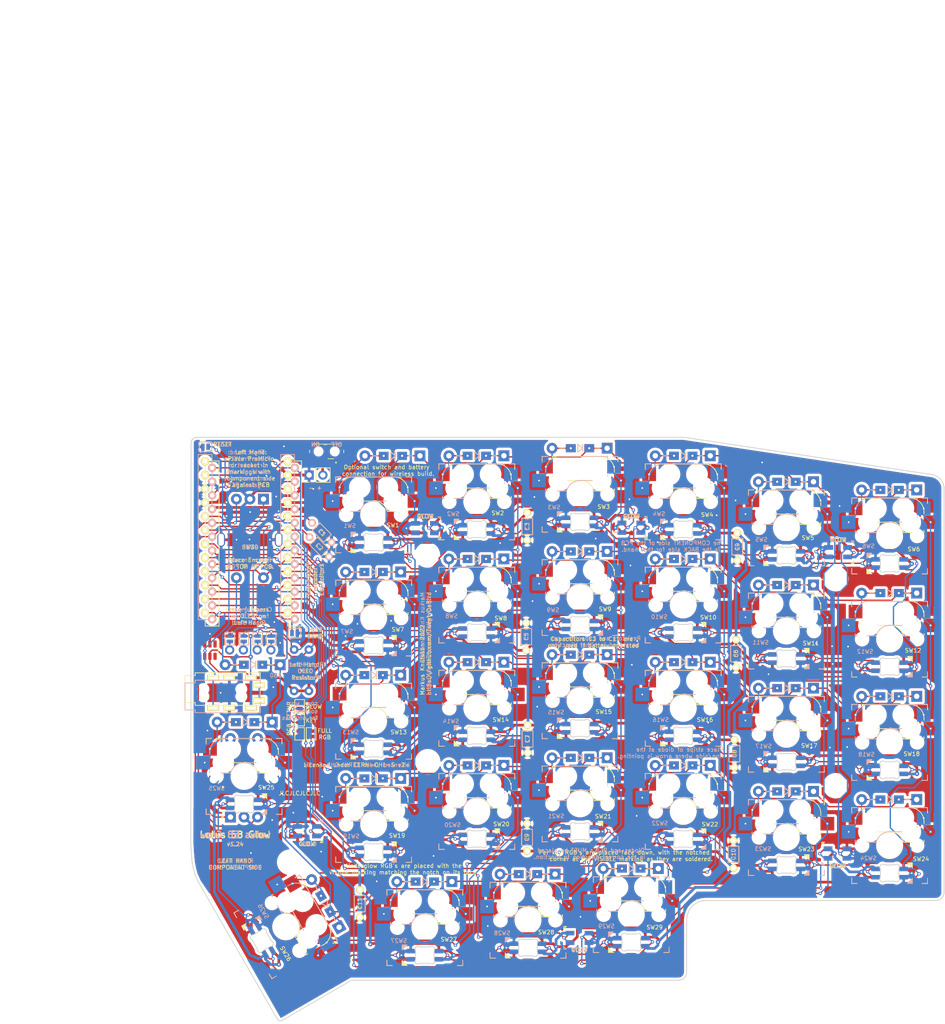
<source format=kicad_pcb>
(kicad_pcb (version 20211014) (generator pcbnew)
  (title_block (title "Lotus 58 Glow") (date "2022-09-14") (rev "v1.24") (company "Markus Knutsson <markus.knutsson@tweety.se>") (comment 1 "https://github.com/TweetyDaBird") (comment 2 "Licensed under CERN-OHL-S v2 or any superseding version"))
  (layers (0 "F.Cu" signal) (31 "B.Cu" signal) (34 "B.Paste" user) (35 "F.Paste" user) (36 "B.SilkS" user "B.Silkscreen") (37 "F.SilkS" user "F.Silkscreen") (38 "B.Mask" user) (39 "F.Mask" user) (44 "Edge.Cuts" user))
  (net 0 "")
  (net 1 "Net-(D1-Pad2)")
  (net 2 "row4")
  (net 3 "Net-(D2-Pad2)")
  (net 4 "Net-(D3-Pad2)")
  (net 5 "row0")
  (net 6 "Net-(D4-Pad2)")
  (net 7 "row1")
  (net 8 "Net-(D5-Pad2)")
  (net 9 "row2")
  (net 10 "Net-(D6-Pad2)")
  (net 11 "row3")
  (net 12 "Net-(D7-Pad2)")
  (net 13 "Net-(D8-Pad2)")
  (net 14 "Net-(D9-Pad2)")
  (net 15 "Net-(D10-Pad2)")
  (net 16 "Net-(D11-Pad2)")
  (net 17 "Net-(D12-Pad2)")
  (net 18 "Net-(D13-Pad2)")
  (net 19 "Net-(D14-Pad2)")
  (net 20 "Net-(D15-Pad2)")
  (net 21 "Net-(D16-Pad2)")
  (net 22 "Net-(D17-Pad2)")
  (net 23 "Net-(D18-Pad2)")
  (net 24 "Net-(D19-Pad2)")
  (net 25 "Net-(D20-Pad2)")
  (net 26 "Net-(D21-Pad2)")
  (net 27 "Net-(D22-Pad2)")
  (net 28 "Net-(D23-Pad2)")
  (net 29 "Net-(D24-Pad2)")
  (net 30 "Net-(D26-Pad2)")
  (net 31 "Net-(D27-Pad2)")
  (net 32 "Net-(D28-Pad2)")
  (net 33 "VCC")
  (net 34 "GND")
  (net 35 "col0")
  (net 36 "col1")
  (net 37 "col2")
  (net 38 "col3")
  (net 39 "col4")
  (net 40 "col5")
  (net 41 "SDA")
  (net 42 "LED")
  (net 43 "SCL")
  (net 44 "RESET")
  (net 45 "Net-(D29-Pad2)")
  (net 46 "DATA")
  (net 47 "Net-(D30-Pad2)")
  (net 48 "Hand")
  (net 49 "B")
  (net 50 "A")
  (net 51 "Alt")
  (net 52 "Net-(LED1-Pad2)")
  (net 53 "Net-(LED2-Pad2)")
  (net 54 "Net-(JP5-Pad1)")
  (net 55 "Net-(JP10-Pad1)")
  (net 56 "Net-(JP11-Pad1)")
  (net 57 "Net-(JP12-Pad1)")
  (net 58 "Net-(LED3-Pad2)")
  (net 59 "Net-(LED4-Pad2)")
  (net 60 "Net-(LED5-Pad2)")
  (net 61 "Net-(LED12-Pad4)")
  (net 62 "Net-(LED7-Pad4)")
  (net 63 "Net-(LED13-Pad4)")
  (net 64 "Net-(LED8-Pad4)")
  (net 65 "Net-(LED10-Pad2)")
  (net 66 "Net-(LED10-Pad4)")
  (net 67 "Net-(LED11-Pad4)")
  (net 68 "Net-(LED13-Pad2)")
  (net 69 "Net-(LED14-Pad2)")
  (net 70 "Net-(LED15-Pad2)")
  (net 71 "Net-(LED16-Pad2)")
  (net 72 "Net-(LED17-Pad2)")
  (net 73 "Net-(LED18-Pad2)")
  (net 74 "Net-(LED19-Pad4)")
  (net 75 "Net-(LED19-Pad2)")
  (net 76 "Net-(LED20-Pad4)")
  (net 77 "Net-(LED21-Pad4)")
  (net 78 "Net-(LED22-Pad4)")
  (net 79 "Net-(LED23-Pad4)")
  (net 80 "Net-(LED25-Pad2)")
  (net 81 "Net-(LED26-Pad2)")
  (net 82 "Net-(LED27-Pad2)")
  (net 83 "Net-(LED28-Pad2)")
  (net 84 "Net-(LED30-Pad1)")
  (net 85 "Net-(LED31-Pad1)")
  (net 86 "Net-(LED32-Pad1)")
  (net 87 "Net-(LED33-Pad1)")
  (net 88 "Net-(LED34-Pad1)")
  (net 89 "unconnected-(J1-PadS)")
  (net 90 "RGB_KEY")
  (net 91 "RGB_GLOW")
  (net 92 "RGB_LINK")
  (net 93 "Battery")
  (net 94 "/Batt")
  (footprint "MountingHole:MountingHole_3.7mm" (layer "F.Cu") (at 124.32538 57.40908)
    (fp_text reference "TH1" hide)
    (fp_text value "HOLE")
  )
  (footprint "MountingHole:MountingHole_3.7mm" (layer "F.Cu") (at 199.7 61.8)
    (fp_text reference "TH2" hide)
    (fp_text value "HOLE")
  )
  (footprint "MountingHole:MountingHole_3.7mm" (layer "F.Cu") (at 124.3965 95.5675)
    (fp_text reference "TH3" hide)
    (fp_text value "HOLE")
  )
  (footprint "MountingHole:MountingHole_3.7mm" (layer "F.Cu") (at 199.7 100)
    (fp_text reference "TH4" hide)
    (fp_text value "HOLE")
  )
  (footprint "MountingHole:MountingHole_3.7mm" (layer "F.Cu") (at 98.8949 114.1095 90)
    (fp_text reference "TH5" hide)
    (fp_text value "HOLE")
  )
  (footprint "Common Library:Jumper_Mini" (layer "F.Cu") (at 95.4987 72.8755 90)
    (fp_text reference "JP9" hide)
    (fp_text value "Jumper_NO_Small" hide)
  )
  (footprint "Common Library:Jumper_Mini" (layer "F.Cu") (at 92.990766 72.8755 90)
    (fp_text reference "JP10" hide)
    (fp_text value "Jumper_NO_Small" hide)
  )
  (footprint "Common Library:Jumper_Mini" (layer "F.Cu") (at 90.419332 72.8755 90)
    (fp_text reference "JP11" hide)
    (fp_text value "Jumper_NO_Small" hide)
  )
  (footprint "Common Library:Jumper_Mini" (layer "F.Cu") (at 87.8479 72.8755 90)
    (fp_text reference "JP12" hide)
    (fp_text value "Jumper_NO_Small" hide)
  )
  (footprint "keyswitches:Kailh_socket_MX_reversible_RGB" (layer "F.Cu") (at 133.45 47.6)
    (fp_text reference "SW2")
    (fp_text value "Kailh hotswap MX socket")
  )
  (footprint "keyswitches:Kailh_socket_MX_reversible_RGB" (layer "F.Cu") (at 152.5 46.21)
    (fp_text reference "SW3")
    (fp_text value "Kailh hotswap MX socket")
  )
  (footprint "keyswitches:Kailh_socket_MX_reversible_RGB" (layer "F.Cu") (at 171.55 47.6)
    (fp_text reference "SW4")
    (fp_text value "Kailh hotswap MX socket")
  )
  (footprint "keyswitches:Kailh_socket_MX_reversible_RGB" (layer "F.Cu") (at 209.65 53.9)
    (fp_text reference "SW6")
    (fp_text value "Kailh hotswap MX socket")
  )
  (footprint "keyswitches:Kailh_socket_MX_reversible_RGB" (layer "F.Cu") (at 114.4 69.05)
    (fp_text reference "SW7")
    (fp_text value "Kailh hotswap MX socket")
  )
  (footprint "keyswitches:Kailh_socket_MX_reversible_RGB" (layer "F.Cu") (at 152.5 65.26)
    (fp_text reference "SW9")
    (fp_text value "Kailh hotswap MX socket")
  )
  (footprint "keyswitches:Kailh_socket_MX_reversible_RGB" (layer "F.Cu") (at 171.55 66.65)
    (fp_text reference "SW10")
    (fp_text value "Kailh hotswap MX socket")
  )
  (footprint "keyswitches:Kailh_socket_MX_reversible_RGB" (layer "F.Cu") (at 190.6 71.45)
    (fp_text reference "SW11")
    (fp_text value "Kailh hotswap MX socket")
  )
  (footprint "keyswitches:Kailh_socket_MX_reversible_RGB" (layer "F.Cu") (at 209.65 72.95)
    (fp_text reference "SW12")
    (fp_text value "Kailh hotswap MX socket")
  )
  (footprint "keyswitches:Kailh_socket_MX_reversible_RGB" (layer "F.Cu") (at 114.4 88.1)
    (fp_text reference "SW13")
    (fp_text value "Kailh hotswap MX socket")
  )
  (footprint "keyswitches:Kailh_socket_MX_reversible_RGB" (layer "F.Cu") (at 133.45 85.7)
    (fp_text reference "SW14")
    (fp_text value "Kailh hotswap MX socket")
  )
  (footprint "keyswitches:Kailh_socket_MX_reversible_RGB" (layer "F.Cu") (at 152.5 84.31)
    (fp_text reference "SW15")
    (fp_text value "Kailh hotswap MX socket")
  )
  (footprint "keyswitches:Kailh_socket_MX_reversible_RGB" (layer "F.Cu") (at 190.6 90.5)
    (fp_text reference "SW17")
    (fp_text value "Kailh hotswap MX socket")
  )
  (footprint "keyswitches:Kailh_socket_MX_reversible_RGB" (layer "F.Cu") (at 209.65 92)
    (fp_text reference "SW18")
    (fp_text value "Kailh hotswap MX socket")
  )
  (footprint "keyswitches:Kailh_socket_MX_reversible_RGB" (layer "F.Cu") (at 114.4 107.15)
    (fp_text reference "SW19")
    (fp_text value "Kailh hotswap MX socket")
  )
  (footprint "keyswitches:Kailh_socket_MX_reversible_RGB" (layer "F.Cu") (at 133.45 104.75)
    (fp_text reference "SW20")
    (fp_text value "Kailh hotswap MX socket")
  )
  (footprint "keyswitches:Kailh_socket_MX_reversible_RGB" (layer "F.Cu") (at 152.5 103.36)
    (fp_text reference "SW21")
    (fp_text value "Kailh hotswap MX socket")
  )
  (footprint "keyswitches:Kailh_socket_MX_reversible_RGB" (layer "F.Cu") (at 171.55 104.75)
    (fp_text reference "SW22")
    (fp_text value "Kailh hotswap MX socket")
  )
  (footprint "keyswitches:Kailh_socket_MX_reversible_RGB" (layer "F.Cu") (at 190.6 109.55)
    (fp_text reference "SW23")
    (fp_text value "Kailh hotswap MX socket")
  )
  (footprint "keyswitches:Kailh_socket_MX_reversible_RGB" (layer "F.Cu") (at 123.85 126.2)
    (fp_text reference "SW27")
    (fp_text value "Kailh hotswap MX socket")
  )
  (footprint "keyswitches:Kailh_socket_MX_reversible_RGB" (layer "F.Cu") (at 142.8977 124.8283)
    (fp_text reference "SW28")
    (fp_text value "Kailh hotswap MX socket")
  )
  (footprint "keyswitches:Kailh_socket_MX_reversible_RGB" (layer "F.Cu") (at 161.95 123.8)
    (fp_text reference "SW29")
    (fp_text value "Kailh hotswap MX socket")
  )
  (footprint "keyswitches:Kailh_socket_MX_reversible_RGB" (layer "F.Cu") (at 114.4 50)
    (fp_text reference "SW1")
    (fp_text value "Kailh hotswap MX socket")
  )
  (footprint "keyswitches:Kailh_socket_MX_reversible_RGB" (layer "F.Cu") (at 90.4748 98.2853)
    (fp_text reference "SW25")
    (fp_text value "Kailh hotswap MX socket")
  )
  (footprint "keyswitches:Kailh_socket_MX_reversible_RGB" (layer "F.Cu") (at 209.65 111.05)
    (fp_text reference "SW24")
    (fp_text value "Kailh hotswap MX socket")
  )
  (footprint "Resistor_THT:R_Axial_DIN0207_L6.3mm_D2.5mm_P7.62mm_Horizontal" (layer "F.Cu") (at 102.44 82.4992 90)
    (fp_text reference "R2" hide)
    (fp_text value "4k7")
  )
  (footprint "keyswitches:Kailh_socket_MX_reversible_RGB" (layer "F.Cu") (at 98.171 126.0475 -60)
    (fp_text reference "SW26")
    (fp_text value "Kailh hotswap MX socket")
  )
  (footprint "keyswitches:Kailh_socket_MX_reversible_RGB" (layer "F.Cu") (at 171.55 85.7)
    (fp_text reference "SW16")
    (fp_text value "Kailh hotswap MX socket")
  )
  (footprint "KiCad-SSD1306-0.91-OLED-4pin-128x32:SSD1306-0.91-OLED-4pin-128x32" (layer "F.Cu") (at 97.6305 38.4435 -90)
    (fp_text reference "P1" hide)
    (fp_text value "OLED")
  )
  (footprint "Keyboard Library:LED_SK6812MINI_PLCC4_3.5x3.5mm_P1.75mm" (layer "F.Cu") (at 152.4 128.0795 180)
    (fp_text reference "LED31" hide)
    (fp_text value "SK6812MINI")
  )
  (footprint "Keyboard Library:LED_SK6812MINI_PLCC4_3.5x3.5mm_P1.75mm" (layer "F.Cu") (at 102.108 108.3945)
    (fp_text reference "LED30" hide)
    (fp_text value "SK6812MINI")
  )
  (footprint "Keyboard Library:LED_SK6812MINI_PLCC4_3.5x3.5mm_P1.75mm" (layer "F.Cu") (at 200.152 56.896)
    (fp_text reference "LED33" hide)
    (fp_text value "SK6812MINI")
  )
  (footprint "Keyboard Library:LED_SK6812MINI_PLCC4_3.5x3.5mm_P1.75mm" (layer "F.Cu") (at 123.8885 52.451)
    (fp_text reference "LED35" hide)
    (fp_text value "SK6812MINI")
  )
  (footprint "Keyboard Library:RotaryEncoder_Alps_EC11E-Switch_Vertical_H20_special" (layer "F.Cu") (at 91.567 54.594 -90)
    (fp_text reference "SW30")
    (fp_text value "Rotary_Encoder_Switch")
  )
  (footprint "Keyboard Library:ProMicro_Reversible" (layer "F.Cu") (at 92.106 54.9)
    (fp_text reference "U1" hide)
    (fp_text value "ProMicro" hide)
  )
  (footprint "Resistor_THT:R_Axial_DIN0207_L6.3mm_D2.5mm_P7.62mm_Horizontal" (layer "F.Cu") (at 99.7204 82.4992 90)
    (fp_text reference "R1" hide)
    (fp_text value "4k7")
  )
  (footprint "Common Library:MJ-4PP-9_alim" (layer "F.Cu") (at 81.4705 82.169 90)
    (fp_text reference "J1" hide)
    (fp_text value "PJ-320A" hide)
  )
  (footprint "keyswitches:Kailh_socket_MX_reversible_RGB" (layer "F.Cu") (at 190.6 52.4)
    (fp_text reference "SW5")
    (fp_text value "Kailh hotswap MX socket")
  )
  (footprint "Keyboard Library:RotaryEncoder_Alps_EC11E-Switch_Special" (layer "F.Cu") (at 90.4748 98.2853 90)
    (fp_text reference "SW31" hide)
    (fp_text value "Rotary_Encoder_Switch")
  )
  (footprint "Keyboard Library:LED_SK6812MINI_PLCC4_3.5x3.5mm_P1.75mm" (layer "F.Cu") (at 161.9885 52.3875)
    (fp_text reference "LED34" hide)
    (fp_text value "SK6812MINI")
  )
  (footprint "Common Library:Jumper_Mini" (layer "F.Cu") (at 99.822 71.8312)
    (fp_text reference "JP3" hide)
    (fp_text value "LEFT" hide)
  )
  (footprint "keyswitches:Kailh_socket_MX_reversible_RGB" (layer "F.Cu") (at 133.45 66.65)
    (fp_text reference "SW8")
    (fp_text value "Kailh hotswap MX socket")
  )
  (footprint "kicad-keyboard-parts:MX_SK6812MINI-E_REVERSIBLE" (layer "F.Cu") (at 114.4 55.08 180)
    (fp_text reference "LED1" hide)
    (fp_text value "SK6812MINI-E")
    (fp_line (start 0.794452 1.499999) (end -0.794452 1.499999) (layer "Edge.Cuts") (width 0.15))
    (fp_line (start 1.699999 -0.702843) (end 1.699999 0.702841) (layer "Edge.Cuts") (width 0.15))
    (fp_line (start -0.794452 -1.5) (end 0.794453 -1.5) (layer "Edge.Cuts") (width 0.15))
    (fp_line (start -1.699999 0.702841) (end -1.699999 -0.702843) (layer "Edge.Cuts") (width 0.15))
    (fp_arc (start 0.794452 1.499999) (mid 0.925123 1.517376) (end 1.046711 1.568298) (layer "Edge.Cuts") (width 0.15))
    (fp_arc (start 1.046711 -1.568299) (mid 1.638071 -1.504036) (end 1.749484 -0.919721) (layer "Edge.Cuts") (width 0.15))
    (fp_arc (start -1.046711 1.568296) (mid -1.63807 1.504033) (end -1.749484 0.919719) (layer "Edge.Cuts") (width 0.15))
    (fp_arc (start -1.749484 -0.919721) (mid -1.638071 -1.504036) (end -1.046711 -1.5683) (layer "Edge.Cuts") (width 0.15))
    (fp_arc (start -1.749484 -0.919721) (mid -1.712527 -0.814069) (end -1.699999 -0.702843) (layer "Edge.Cuts") (width 0.15))
    (fp_arc (start 1.046711 -1.568299) (mid 0.925123 -1.517377) (end 0.794453 -1.5) (layer "Edge.Cuts") (width 0.15))
    (fp_arc (start 1.749484 0.919718) (mid 1.638072 1.504034) (end 1.046711 1.568298) (layer "Edge.Cuts") (width 0.15))
    (fp_arc (start -1.699999 0.702842) (mid -1.712527 0.814067) (end -1.749484 0.919719) (layer "Edge.Cuts") (width 0.15))
    (fp_arc (start -1.04671 1.568298) (mid -0.925122 1.517376) (end -0.794452 1.499999) (layer "Edge.Cuts") (width 0.15))
    (fp_arc (start 1.699999 -0.702844) (mid 1.712526 -0.81407) (end 1.749484 -0.919721) (layer "Edge.Cuts") (width 0.15))
    (fp_arc (start -0.794453 -1.500001) (mid -0.925123 -1.517378) (end -1.046711 -1.5683) (layer "Edge.Cuts") (width 0.15))
    (fp_arc (start 1.749484 0.919719) (mid 1.712511 0.81407) (end 1.699999 0.702841) (layer "Edge.Cuts") (width 0.15))
  )
  (footprint "Common Library:Jumper_Mini" (layer "F.Cu") (at 83.3628 37.4396 180)
    (fp_text reference "JP2" hide)
    (fp_text value "RESET" hide)
  )
  (footprint "kicad-keyboard-parts:MX_SK6812MINI-E_REVERSIBLE" (layer "F.Cu") (at 133.45 52.68 180)
    (fp_text reference "LED2" hide)
    (fp_text value "SK6812MINI-E")
    (fp_line (start -0.794452 -1.5) (end 0.794453 -1.5) (layer "Edge.Cuts") (width 0.15))
    (fp_line (start 1.699999 -0.702843) (end 1.699999 0.702841) (layer "Edge.Cuts") (width 0.15))
    (fp_line (start 0.794452 1.499999) (end -0.794452 1.499999) (layer "Edge.Cuts") (width 0.15))
    (fp_line (start -1.699999 0.702841) (end -1.699999 -0.702843) (layer "Edge.Cuts") (width 0.15))
    (fp_arc (start 1.749484 0.919718) (mid 1.638072 1.504034) (end 1.046711 1.568298) (layer "Edge.Cuts") (width 0.15))
    (fp_arc (start 1.749484 0.919719) (mid 1.712511 0.81407) (end 1.699999 0.702841) (layer "Edge.Cuts") (width 0.15))
    (fp_arc (start -0.794453 -1.500001) (mid -0.925123 -1.517378) (end -1.046711 -1.5683) (layer "Edge.Cuts") (width 0.15))
    (fp_arc (start 1.046711 -1.568299) (mid 1.638071 -1.504036) (end 1.749484 -0.919721) (layer "Edge.Cuts") (width 0.15))
    (fp_arc (start -1.749484 -0.919721) (mid -1.712527 -0.814069) (end -1.699999 -0.702843) (layer "Edge.Cuts") (width 0.15))
    (fp_arc (start 1.046711 -1.568299) (mid 0.925123 -1.517377) (end 0.794453 -1.5) (layer "Edge.Cuts") (width 0.15))
    (fp_arc (start -1.699999 0.702842) (mid -1.712527 0.814067) (end -1.749484 0.919719) (layer "Edge.Cuts") (width 0.15))
    (fp_arc (start -1.046711 1.568296) (mid -1.63807 1.504033) (end -1.749484 0.919719) (layer "Edge.Cuts") (width 0.15))
    (fp_arc (start -1.04671 1.568298) (mid -0.925122 1.517376) (end -0.794452 1.499999) (layer "Edge.Cuts") (width 0.15))
    (fp_arc (start -1.749484 -0.919721) (mid -1.638071 -1.504036) (end -1.046711 -1.5683) (layer "Edge.Cuts") (width 0.15))
    (fp_arc (start 0.794452 1.499999) (mid 0.925123 1.517376) (end 1.046711 1.568298) (layer "Edge.Cuts") (width 0.15))
    (fp_arc (start 1.699999 -0.702844) (mid 1.712526 -0.81407) (end 1.749484 -0.919721) (layer "Edge.Cuts") (width 0.15))
  )
  (footprint "kicad-keyboard-parts:MX_SK6812MINI-E_REVERSIBLE" (layer "F.Cu") (at 152.5 51.29 180)
    (fp_text reference "LED3" hide)
    (fp_text value "SK6812MINI-E")
    (fp_line (start -0.794452 -1.5) (end 0.794453 -1.5) (layer "Edge.Cuts") (width 0.15))
    (fp_line (start 1.699999 -0.702843) (end 1.699999 0.702841) (layer "Edge.Cuts") (width 0.15))
    (fp_line (start -1.699999 0.702841) (end -1.699999 -0.702843) (layer "Edge.Cuts") (width 0.15))
    (fp_line (start 0.794452 1.499999) (end -0.794452 1.499999) (layer "Edge.Cuts") (width 0.15))
    (fp_arc (start 1.046711 -1.568299) (mid 1.638071 -1.504036) (end 1.749484 -0.919721) (layer "Edge.Cuts") (width 0.15))
    (fp_arc (start -1.749484 -0.919721) (mid -1.638071 -1.504036) (end -1.046711 -1.5683) (layer "Edge.Cuts") (width 0.15))
    (fp_arc (start 1.699999 -0.702844) (mid 1.712526 -0.81407) (end 1.749484 -0.919721) (layer "Edge.Cuts") (width 0.15))
    (fp_arc (start -1.04671 1.568298) (mid -0.925122 1.517376) (end -0.794452 1.499999) (layer "Edge.Cuts") (width 0.15))
    (fp_arc (start -1.699999 0.702842) (mid -1.712527 0.814067) (end -1.749484 0.919719) (layer "Edge.Cuts") (width 0.15))
    (fp_arc (start -1.749484 -0.919721) (mid -1.712527 -0.814069) (end -1.699999 -0.702843) (layer "Edge.Cuts") (width 0.15))
    (fp_arc (start -0.794453 -1.500001) (mid -0.925123 -1.517378) (end -1.046711 -1.5683) (layer "Edge.Cuts") (width 0.15))
    (fp_arc (start 1.749484 0.919719) (mid 1.712511 0.81407) (end 1.699999 0.702841) (layer "Edge.Cuts") (width 0.15))
    (fp_arc (start 1.046711 -1.568299) (mid 0.925123 -1.517377) (end 0.794453 -1.5) (layer "Edge.Cuts") (width 0.15))
    (fp_arc (start 0.794452 1.499999) (mid 0.925123 1.517376) (end 1.046711 1.568298) (layer "Edge.Cuts") (width 0.15))
    (fp_arc (start 1.749484 0.919718) (mid 1.638072 1.504034) (end 1.046711 1.568298) (layer "Edge.Cuts") (width 0.15))
    (fp_arc (start -1.046711 1.568296) (mid -1.63807 1.504033) (end -1.749484 0.919719) (layer "Edge.Cuts") (width 0.15))
  )
  (footprint "kicad-keyboard-parts:MX_SK6812MINI-E_REVERSIBLE" (layer "F.Cu") (at 171.55 52.68 180)
    (fp_text reference "LED4" hide)
    (fp_text value "SK6812MINI-E")
    (fp_line (start 1.699999 -0.702843) (end 1.699999 0.702841) (layer "Edge.Cuts") (width 0.15))
    (fp_line (start 0.794452 1.499999) (end -0.794452 1.499999) (layer "Edge.Cuts") (width 0.15))
    (fp_line (start -0.794452 -1.5) (end 0.794453 -1.5) (layer "Edge.Cuts") (width 0.15))
    (fp_line (start -1.699999 0.702841) (end -1.699999 -0.702843) (layer "Edge.Cuts") (width 0.15))
    (fp_arc (start -1.749484 -0.919721) (mid -1.712527 -0.814069) (end -1.699999 -0.702843) (layer "Edge.Cuts") (width 0.15))
    (fp_arc (start 1.699999 -0.702844) (mid 1.712526 -0.81407) (end 1.749484 -0.919721) (layer "Edge.Cuts") (width 0.15))
    (fp_arc (start -1.046711 1.568296) (mid -1.63807 1.504033) (end -1.749484 0.919719) (layer "Edge.Cuts") (width 0.15))
    (fp_arc (start 1.046711 -1.568299) (mid 1.638071 -1.504036) (end 1.749484 -0.919721) (layer "Edge.Cuts") (width 0.15))
    (fp_arc (start 1.749484 0.919718) (mid 1.638072 1.504034) (end 1.046711 1.568298) (layer "Edge.Cuts") (width 0.15))
    (fp_arc (start -1.749484 -0.919721) (mid -1.638071 -1.504036) (end -1.046711 -1.5683) (layer "Edge.Cuts") (width 0.15))
    (fp_arc (start -1.04671 1.568298) (mid -0.925122 1.517376) (end -0.794452 1.499999) (layer "Edge.Cuts") (width 0.15))
    (fp_arc (start -0.794453 -1.500001) (mid -0.925123 -1.517378) (end -1.046711 -1.5683) (layer "Edge.Cuts") (width 0.15))
    (fp_arc (start 1.749484 0.919719) (mid 1.712511 0.81407) (end 1.699999 0.702841) (layer "Edge.Cuts") (width 0.15))
    (fp_arc (start -1.699999 0.702842) (mid -1.712527 0.814067) (end -1.749484 0.919719) (layer "Edge.Cuts") (width 0.15))
    (fp_arc (start 1.046711 -1.568299) (mid 0.925123 -1.517377) (end 0.794453 -1.5) (layer "Edge.Cuts") (width 0.15))
    (fp_arc (start 0.794452 1.499999) (mid 0.925123 1.517376) (end 1.046711 1.568298) (layer "Edge.Cuts") (width 0.15))
  )
  (footprint "kicad-keyboard-parts:MX_SK6812MINI-E_REVERSIBLE" (layer "F.Cu") (at 190.6 57.48 180)
    (fp_text reference "LED5" hide)
    (fp_text value "SK6812MINI-E")
    (fp_line (start 0.794452 1.499999) (end -0.794452 1.499999) (layer "Edge.Cuts") (width 0.15))
    (fp_line (start 1.699999 -0.702843) (end 1.699999 0.702841) (layer "Edge.Cuts") (width 0.15))
    (fp_line (start -0.794452 -1.5) (end 0.794453 -1.5) (layer "Edge.Cuts") (width 0.15))
    (fp_line (start -1.699999 0.702841) (end -1.699999 -0.702843) (layer "Edge.Cuts") (width 0.15))
    (fp_arc (start -1.046711 1.568296) (mid -1.63807 1.504033) (end -1.749484 0.919719) (layer "Edge.Cuts") (width 0.15))
    (fp_arc (start -1.04671 1.568298) (mid -0.925122 1.517376) (end -0.794452 1.499999) (layer "Edge.Cuts") (width 0.15))
    (fp_arc (start 1.749484 0.919718) (mid 1.638072 1.504034) (end 1.046711 1.568298) (layer "Edge.Cuts") (width 0.15))
    (fp_arc (start 1.046711 -1.568299) (mid 0.925123 -1.517377) (end 0.794453 -1.5) (layer "Edge.Cuts") (width 0.15))
    (fp_arc (start 0.794452 1.499999) (mid 0.925123 1.517376) (end 1.046711 1.568298) (layer "Edge.Cuts") (width 0.15))
    (fp_arc (start 1.699999 -0.702844) (mid 1.712526 -0.81407) (end 1.749484 -0.919721) (layer "Edge.Cuts") (width 0.15))
    (fp_arc (start -1.749484 -0.919721) (mid -1.712527 -0.814069) (end -1.699999 -0.702843) (layer "Edge.Cuts") (width 0.15))
    (fp_arc (start -1.699999 0.702842) (mid -1.712527 0.814067) (end -1.749484 0.919719) (layer "Edge.Cuts") (width 0.15))
    (fp_arc (start 1.749484 0.919719) (mid 1.712511 0.81407) (end 1.699999 0.702841) (layer "Edge.Cuts") (width 0.15))
    (fp_arc (start -1.749484 -0.919721) (mid -1.638071 -1.504036) (end -1.046711 -1.5683) (layer "Edge.Cuts") (width 0.15))
    (fp_arc (start 1.046711 -1.568299) (mid 1.638071 -1.504036) (end 1.749484 -0.919721) (layer "Edge.Cuts") (width 0.15))
    (fp_arc (start -0.794453 -1.500001) (mid -0.925123 -1.517378) (end -1.046711 -1.5683) (layer "Edge.Cuts") (width 0.15))
  )
  (footprint "kicad-keyboard-parts:MX_SK6812MINI-E_REVERSIBLE" (layer "F.Cu") (at 209.65 58.98 180)
    (fp_text reference "LED6" hide)
    (fp_text value "SK6812MINI-E")
    (fp_line (start -1.699999 0.702841) (end -1.699999 -0.702843) (layer "Edge.Cuts") (width 0.15))
    (fp_line (start -0.794452 -1.5) (end 0.794453 -1.5) (layer "Edge.Cuts") (width 0.15))
    (fp_line (start 0.794452 1.499999) (end -0.794452 1.499999) (layer "Edge.Cuts") (width 0.15))
    (fp_line (start 1.699999 -0.702843) (end 1.699999 0.702841) (layer "Edge.Cuts") (width 0.15))
    (fp_arc (start 1.749484 0.919719) (mid 1.712511 0.81407) (end 1.699999 0.702841) (layer "Edge.Cuts") (width 0.15))
    (fp_arc (start -1.749484 -0.919721) (mid -1.638071 -1.504036) (end -1.046711 -1.5683) (layer "Edge.Cuts") (width 0.15))
    (fp_arc (start -0.794453 -1.500001) (mid -0.925123 -1.517378) (end -1.046711 -1.5683) (layer "Edge.Cuts") (width 0.15))
    (fp_arc (start 1.046711 -1.568299) (mid 1.638071 -1.504036) (end 1.749484 -0.919721) (layer "Edge.Cuts") (width 0.15))
    (fp_arc (start 1.046711 -1.568299) (mid 0.925123 -1.517377) (end 0.794453 -1.5) (layer "Edge.Cuts") (width 0.15))
    (fp_arc (start -1.749484 -0.919721) (mid -1.712527 -0.814069) (end -1.699999 -0.702843) (layer "Edge.Cuts") (width 0.15))
    (fp_arc (start 0.794452 1.499999) (mid 0.925123 1.517376) (end 1.046711 1.568298) (layer "Edge.Cuts") (width 0.15))
    (fp_arc (start 1.749484 0.919718) (mid 1.638072 1.504034) (end 1.046711 1.568298) (layer "Edge.Cuts") (width 0.15))
    (fp_arc (start -1.699999 0.702842) (mid -1.712527 0.814067) (end -1.749484 0.919719) (layer "Edge.Cuts") (width 0.15))
    (fp_arc (start 1.699999 -0.702844) (mid 1.712526 -0.81407) (end 1.749484 -0.919721) (layer "Edge.Cuts") (width 0.15))
    (fp_arc (start -1.046711 1.568296) (mid -1.63807 1.504033) (end -1.749484 0.919719) (layer "Edge.Cuts") (width 0.15))
    (fp_arc (start -1.04671 1.568298) (mid -0.925122 1.517376) (end -0.794452 1.499999) (layer "Edge.Cuts") (width 0.15))
  )
  (footprint "kicad-keyboard-parts:MX_SK6812MINI-E_REVERSIBLE" (layer "F.Cu") (at 114.4 74.13)
    (fp_text reference "LED7" hide)
    (fp_text value "SK6812MINI-E")
    (fp_line (start -0.794452 -1.5) (end 0.794453 -1.5) (layer "Edge.Cuts") (width 0.15))
    (fp_line (start -1.699999 0.702841) (end -1.699999 -0.702843) (layer "Edge.Cuts") (width 0.15))
    (fp_line (start 1.699999 -0.702843) (end 1.699999 0.702841) (layer "Edge.Cuts") (width 0.15))
    (fp_line (start 0.794452 1.499999) (end -0.794452 1.499999) (layer "Edge.Cuts") (width 0.15))
    (fp_arc (start 1.046711 -1.568299) (mid 0.925123 -1.517377) (end 0.794453 -1.5) (layer "Edge.Cuts") (width 0.15))
    (fp_arc (start -1.749484 -0.919721) (mid -1.638071 -1.504036) (end -1.046711 -1.5683) (layer "Edge.Cuts") (width 0.15))
    (fp_arc (start -0.794453 -1.500001) (mid -0.925123 -1.517378) (end -1.046711 -1.5683) (layer "Edge.Cuts") (width 0.15))
    (fp_arc (start -1.046711 1.568296) (mid -1.63807 1.504033) (end -1.749484 0.919719) (layer "Edge.Cuts") (width 0.15))
    (fp_arc (start -1.04671 1.568298) (mid -0.925122 1.517376) (end -0.794452 1.499999) (layer "Edge.Cuts") (width 0.15))
    (fp_arc (start 1.749484 0.919719) (mid 1.712511 0.81407) (end 1.699999 0.702841) (layer "Edge.Cuts") (width 0.15))
    (fp_arc (start 1.046711 -1.568299) (mid 1.638071 -1.504036) (end 1.749484 -0.919721) (layer "Edge.Cuts") (width 0.15))
    (fp_arc (start 1.749484 0.919718) (mid 1.638072 1.504034) (end 1.046711 1.568298) (layer "Edge.Cuts") (width 0.15))
    (fp_arc (start 1.699999 -0.702844) (mid 1.712526 -0.81407) (end 1.749484 -0.919721) (layer "Edge.Cuts") (width 0.15))
    (fp_arc (start 0.794452 1.499999) (mid 0.925123 1.517376) (end 1.046711 1.568298) (layer "Edge.Cuts") (width 0.15))
    (fp_arc (start -1.749484 -0.919721) (mid -1.712527 -0.814069) (end -1.699999 -0.702843) (layer "Edge.Cuts") (width 0.15))
    (fp_arc (start -1.699999 0.702842) (mid -1.712527 0.814067) (end -1.749484 0.919719) (layer "Edge.Cuts") (width 0.15))
  )
  (footprint "kicad-keyboard-parts:MX_SK6812MINI-E_REVERSIBLE" (layer "F.Cu") (at 133.45 71.73)
    (fp_text reference "LED8" hide)
    (fp_text value "SK6812MINI-E")
    (fp_line (start -1.699999 0.702841) (end -1.699999 -0.702843) (layer "Edge.Cuts") (width 0.15))
    (fp_line (start 0.794452 1.499999) (end -0.794452 1.499999) (layer "Edge.Cuts") (width 0.15))
    (fp_line (start 1.699999 -0.702843) (end 1.699999 0.702841) (layer "Edge.Cuts") (width 0.15))
    (fp_line (start -0.794452 -1.5) (end 0.794453 -1.5) (layer "Edge.Cuts") (width 0.15))
    (fp_arc (start 1.046711 -1.568299) (mid 0.925123 -1.517377) (end 0.794453 -1.5) (layer "Edge.Cuts") (width 0.15))
    (fp_arc (start -1.04671 1.568298) (mid -0.925122 1.517376) (end -0.794452 1.499999) (layer "Edge.Cuts") (width 0.15))
    (fp_arc (start 1.749484 0.919719) (mid 1.712511 0.81407) (end 1.699999 0.702841) (layer "Edge.Cuts") (width 0.15))
    (fp_arc (start 0.794452 1.499999) (mid 0.925123 1.517376) (end 1.046711 1.568298) (layer "Edge.Cuts") (width 0.15))
    (fp_arc (start 1.046711 -1.568299) (mid 1.638071 -1.504036) (end 1.749484 -0.919721) (layer "Edge.Cuts") (width 0.15))
    (fp_arc (start -1.749484 -0.919721) (mid -1.712527 -0.814069) (end -1.699999 -0.702843) (layer "Edge.Cuts") (width 0.15))
    (fp_arc (start -1.699999 0.702842) (mid -1.712527 0.814067) (end -1.749484 0.919719) (layer "Edge.Cuts") (width 0.15))
    (fp_arc (start 1.699999 -0.702844) (mid 1.712526 -0.81407) (end 1.749484 -0.919721) (layer "Edge.Cuts") (width 0.15))
    (fp_arc (start -1.046711 1.568296) (mid -1.63807 1.504033) (end -1.749484 0.919719) (layer "Edge.Cuts") (width 0.15))
    (fp_arc (start -1.749484 -0.919721) (mid -1.638071 -1.504036) (end -1.046711 -1.5683) (layer "Edge.Cuts") (width 0.15))
    (fp_arc (start -0.794453 -1.500001) (mid -0.925123 -1.517378) (end -1.046711 -1.5683) (layer "Edge.Cuts") (width 0.15))
    (fp_arc (start 1.749484 0.919718) (mid 1.638072 1.504034) (end 1.046711 1.568298) (layer "Edge.Cuts") (width 0.15))
  )
  (footprint "kicad-keyboard-parts:MX_SK6812MINI-E_REVERSIBLE" (layer "F.Cu") (at 152.5 70.34)
    (fp_text reference "LED9" hide)
    (fp_text value "SK6812MINI-E")
    (fp_line (start -0.794452 -1.5) (end 0.794453 -1.5) (layer "Edge.Cuts") (width 0.15))
    (fp_line (start -1.699999 0.702841) (end -1.699999 -0.702843) (layer "Edge.Cuts") (width 0.15))
    (fp_line (start 0.794452 1.499999) (end -0.794452 1.499999) (layer "Edge.Cuts") (width 0.15))
    (fp_line (start 1.699999 -0.702843) (end 1.699999 0.702841) (layer "Edge.Cuts") (width 0.15))
    (fp_arc (start -1.749484 -0.919721) (mid -1.712527 -0.814069) (end -1.699999 -0.702843) (layer "Edge.Cuts") (width 0.15))
    (fp_arc (start -1.749484 -0.919721) (mid -1.638071 -1.504036) (end -1.046711 -1.5683) (layer "Edge.Cuts") (width 0.15))
    (fp_arc (start 0.794452 1.499999) (mid 0.925123 1.517376) (end 1.046711 1.568298) (layer "Edge.Cuts") (width 0.15))
    (fp_arc (start 1.046711 -1.568299) (mid 1.638071 -1.504036) (end 1.749484 -0.919721) (layer "Edge.Cuts") (width 0.15))
    (fp_arc (start -1.04671 1.568298) (mid -0.925122 1.517376) (end -0.794452 1.499999) (layer "Edge.Cuts") (width 0.15))
    (fp_arc (start -1.046711 1.568296) (mid -1.63807 1.504033) (end -1.749484 0.919719) (layer "Edge.Cuts") (width 0.15))
    (fp_arc (start 1.699999 -0.702844) (mid 1.712526 -0.81407) (end 1.749484 -0.919721) (layer "Edge.Cuts") (width 0.15))
    (fp_arc (start -0.794453 -1.500001) (mid -0.925123 -1.517378) (end -1.046711 -1.5683) (layer "Edge.Cuts") (width 0.15))
    (fp_arc (start -1.699999 0.702842) (mid -1.712527 0.814067) (end -1.749484 0.919719) (layer "Edge.Cuts") (width 0.15))
    (fp_arc (start 1.749484 0.919719) (mid 1.712511 0.81407) (end 1.699999 0.702841) (layer "Edge.Cuts") (width 0.15))
    (fp_arc (start 1.046711 -1.568299) (mid 0.925123 -1.517377) (end 0.794453 -1.5) (layer "Edge.Cuts") (width 0.15))
    (fp_arc (start 1.749484 0.919718) (mid 1.638072 1.504034) (end 1.046711 1.568298) (layer "Edge.Cuts") (width 0.15))
  )
  (footprint "kicad-keyboard-parts:MX_SK6812MINI-E_REVERSIBLE" (layer "F.Cu") (at 171.55 71.73)
    (fp_text reference "LED10" hide)
    (fp_text value "SK6812MINI-E")
    (fp_line (start -0.794452 -1.5) (end 0.794453 -1.5) (layer "Edge.Cuts") (width 0.15))
    (fp_line (start 1.699999 -0.702843) (end 1.699999 0.702841) (layer "Edge.Cuts") (width 0.15))
    (fp_line (start 0.794452 1.499999) (end -0.794452 1.499999) (layer "Edge.Cuts") (width 0.15))
    (fp_line (start -1.699999 0.702841) (end -1.699999 -0.702843) (layer "Edge.Cuts") (width 0.15))
    (fp_arc (start -1.04671 1.568298) (mid -0.925122 1.517376) (end -0.794452 1.499999) (layer "Edge.Cuts") (width 0.15))
    (fp_arc (start -1.699999 0.702842) (mid -1.712527 0.814067) (end -1.749484 0.919719) (layer "Edge.Cuts") (width 0.15))
    (fp_arc (start 1.046711 -1.568299) (mid 0.925123 -1.517377) (end 0.794453 -1.5) (layer "Edge.Cuts") (width 0.15))
    (fp_arc (start 1.749484 0.919719) (mid 1.712511 0.81407) (end 1.699999 0.702841) (layer "Edge.Cuts") (width 0.15))
    (fp_arc (start 1.046711 -1.568299) (mid 1.638071 -1.504036) (end 1.749484 -0.919721) (layer "Edge.Cuts") (width 0.15))
    (fp_arc (start 1.749484 0.919718) (mid 1.638072 1.504034) (end 1.046711 1.568298) (layer "Edge.Cuts") (width 0.15))
    (fp_arc (start -1.046711 1.568296) (mid -1.63807 1.504033) (end -1.749484 0.919719) (layer "Edge.Cuts") (width 0.15))
    (fp_arc (start -1.749484 -0.919721) (mid -1.712527 -0.814069) (end -1.699999 -0.702843) (layer "Edge.Cuts") (width 0.15))
    (fp_arc (start 1.699999 -0.702844) (mid 1.712526 -0.81407) (end 1.749484 -0.919721) (layer "Edge.Cuts") (width 0.15))
    (fp_arc (start -1.749484 -0.919721) (mid -1.638071 -1.504036) (end -1.046711 -1.5683) (layer "Edge.Cuts") (width 0.15))
    (fp_arc (start 0.794452 1.499999) (mid 0.925123 1.517376) (end 1.046711 1.568298) (layer "Edge.Cuts") (width 0.15))
    (fp_arc (start -0.794453 -1.500001) (mid -0.925123 -1.517378) (end -1.046711 -1.5683) (layer "Edge.Cuts") (width 0.15))
  )
  (footprint "kicad-keyboard-parts:MX_SK6812MINI-E_REVERSIBLE" (layer "F.Cu") (at 190.6 76.53)
    (fp_text reference "LED11" hide)
    (fp_text value "SK6812MINI-E")
    (fp_line (start -0.794452 -1.5) (end 0.794453 -1.5) (layer "Edge.Cuts") (width 0.15))
    (fp_line (start 1.699999 -0.702843) (end 1.699999 0.702841) (layer "Edge.Cuts") (width 0.15))
    (fp_line (start -1.699999 0.702841) (end -1.699999 -0.702843) (layer "Edge.Cuts") (width 0.15))
    (fp_line (start 0.794452 1.499999) (end -0.794452 1.499999) (layer "Edge.Cuts") (width 0.15))
    (fp_arc (start 1.699999 -0.702844) (mid 1.712526 -0.81407) (end 1.749484 -0.919721) (layer "Edge.Cuts") (width 0.15))
    (fp_arc (start -1.699999 0.702842) (mid -1.712527 0.814067) (end -1.749484 0.919719) (layer "Edge.Cuts") (width 0.15))
    (fp_arc (start -1.749484 -0.919721) (mid -1.712527 -0.814069) (end -1.699999 -0.702843) (layer "Edge.Cuts") (width 0.15))
    (fp_arc (start 1.046711 -1.568299) (mid 0.925123 -1.517377) (end 0.794453 -1.5) (layer "Edge.Cuts") (width 0.15))
    (fp_arc (start -0.794453 -1.500001) (mid -0.925123 -1.517378) (end -1.046711 -1.5683) (layer "Edge.Cuts") (width 0.15))
    (fp_arc (start 0.794452 1.499999) (mid 0.925123 1.517376) (end 1.046711 1.568298) (layer "Edge.Cuts") (width 0.15))
    (fp_arc (start -1.046711 1.568296) (mid -1.63807 1.504033) (end -1.749484 0.919719) (layer "Edge.Cuts") (width 0.15))
    (fp_arc (start -1.749484 -0.919721) (mid -1.638071 -1.504036) (end -1.046711 -1.5683) (layer "Edge.Cuts") (width 0.15))
    (fp_arc (start 1.749484 0.919719) (mid 1.712511 0.81407) (end 1.699999 0.702841) (layer "Edge.Cuts") (width 0.15))
    (fp_arc (start 1.046711 -1.568299) (mid 1.638071 -1.504036) (end 1.749484 -0.919721) (layer "Edge.Cuts") (width 0.15))
    (fp_arc (start 1.749484 0.919718) (mid 1.638072 1.504034) (end 1.046711 1.568298) (layer "Edge.Cuts") (width 0.15))
    (fp_arc (start -1.04671 1.568298) (mid -0.925122 1.517376) (end -0.794452 1.499999) (layer "Edge.Cuts") (width 0.15))
  )
  (footprint "kicad-keyboard-parts:MX_SK6812MINI-E_REVERSIBLE" (layer "F.Cu") (at 209.65 78.03)
    (fp_text reference "LED12" hide)
    (fp_text value "SK6812MINI-E")
    (fp_line (start -1.699999 0.702841) (end -1.699999 -0.702843) (layer "Edge.Cuts") (width 0.15))
    (fp_line (start 1.699999 -0.702843) (end 1.699999 0.702841) (layer "Edge.Cuts") (width 0.15))
    (fp_line (start 0.794452 1.499999) (end -0.794452 1.499999) (layer "Edge.Cuts") (width 0.15))
    (fp_line (start -0.794452 -1.5) (end 0.794453 -1.5) (layer "Edge.Cuts") (width 0.15))
    (fp_arc (start 1.046711 -1.568299) (mid 0.925123 -1.517377) (end 0.794453 -1.5) (layer "Edge.Cuts") (width 0.15))
    (fp_arc (start -1.699999 0.702842) (mid -1.712527 0.814067) (end -1.749484 0.919719) (layer "Edge.Cuts") (width 0.15))
    (fp_arc (start -0.794453 -1.500001) (mid -0.925123 -1.517378) (end -1.046711 -1.5683) (layer "Edge.Cuts") (width 0.15))
    (fp_arc (start 1.699999 -0.702844) (mid 1.712526 -0.81407) (end 1.749484 -0.919721) (layer "Edge.Cuts") (width 0.15))
    (fp_arc (start -1.046711 1.568296) (mid -1.63807 1.504033) (end -1.749484 0.919719) (layer "Edge.Cuts") (width 0.15))
    (fp_arc (start 1.749484 0.919719) (mid 1.712511 0.81407) (end 1.699999 0.702841) (layer "Edge.Cuts") (width 0.15))
    (fp_arc (start -1.04671 1.568298) (mid -0.925122 1.517376) (end -0.794452 1.499999) (layer "Edge.Cuts") (width 0.15))
    (fp_arc (start -1.749484 -0.919721) (mid -1.638071 -1.504036) (end -1.046711 -1.5683) (layer "Edge.Cuts") (width 0.15))
    (fp_arc (start 0.794452 1.499999) (mid 0.925123 1.517376) (end 1.046711 1.568298) (layer "Edge.Cuts") (width 0.15))
    (fp_arc (start -1.749484 -0.919721) (mid -1.712527 -0.814069) (end -1.699999 -0.702843) (layer "Edge.Cuts") (width 0.15))
    (fp_arc (start 1.046711 -1.568299) (mid 1.638071 -1.504036) (end 1.749484 -0.919721) (layer "Edge.Cuts") (width 0.15))
    (fp_arc (start 1.749484 0.919718) (mid 1.638072 1.504034) (end 1.046711 1.568298) (layer "Edge.Cuts") (width 0.15))
  )
  (footprint "kicad-keyboard-parts:MX_SK6812MINI-E_REVERSIBLE" (layer "F.Cu") (at 114.4 93.18 180)
    (fp_text reference "LED13" hide)
    (fp_text value "SK6812MINI-E")
    (fp_line (start -0.794452 -1.5) (end 0.794453 -1.5) (layer "Edge.Cuts") (width 0.15))
    (fp_line (start 0.794452 1.499999) (end -0.794452 1.499999) (layer "Edge.Cuts") (width 0.15))
    (fp_line (start -1.699999 0.702841) (end -1.699999 -0.702843) (layer "Edge.Cuts") (width 0.15))
    (fp_line (start 1.699999 -0.702843) (end 1.699999 0.702841) (layer "Edge.Cuts") (width 0.15))
    (fp_arc (start -1.699999 0.702842) (mid -1.712527 0.814067) (end -1.749484 0.919719) (layer "Edge.Cuts") (width 0.15))
    (fp_arc (start 1.046711 -1.568299) (mid 0.925123 -1.517377) (end 0.794453 -1.5) (layer "Edge.Cuts") (width 0.15))
    (fp_arc (start -1.04671 1.568298) (mid -0.925122 1.517376) (end -0.794452 1.499999) (layer "Edge.Cuts") (width 0.15))
    (fp_arc (start 1.046711 -1.568299) (mid 1.638071 -1.504036) (end 1.749484 -0.919721) (layer "Edge.Cuts") (width 0.15))
    (fp_arc (start 1.699999 -0.702844) (mid 1.712526 -0.81407) (end 1.749484 -0.919721) (layer "Edge.Cuts") (width 0.15))
    (fp_arc (start 1.749484 0.919718) (mid 1.638072 1.504034) (end 1.046711 1.568298) (layer "Edge.Cuts") (width 0.15))
    (fp_arc (start -1.046711 1.568296) (mid -1.63807 1.504033) (end -1.749484 0.919719) (layer "Edge.Cuts") (width 0.15))
    (fp_arc (start 1.749484 0.919719) (mid 1.712511 0.81407) (end 1.699999 0.702841) (layer "Edge.Cuts") (width 0.15))
    (fp_arc (start 0.794452 1.499999) (mid 0.925123 1.517376) (end 1.046711 1.568298) (layer "Edge.Cuts") (width 0.15))
    (fp_arc (start -1.749484 -0.919721) (mid -1.712527 -0.814069) (end -1.699999 -0.702843) (layer "Edge.Cuts") (width 0.15))
    (fp_arc (start -1.749484 -0.919721) (mid -1.638071 -1.504036) (end -1.046711 -1.5683) (layer "Edge.Cuts") (width 0.15))
    (fp_arc (start -0.794453 -1.500001) (mid -0.925123 -1.517378) (end -1.046711 -1.5683) (layer "Edge.Cuts") (width 0.15))
  )
  (footprint "kicad-keyboard-parts:MX_SK6812MINI-E_REVERSIBLE" (layer "F.Cu") (at 133.45 90.78 180)
    (fp_text reference "LED14" hide)
    (fp_text value "SK6812MINI-E")
    (fp_line (start -0.794452 -1.5) (end 0.794453 -1.5) (layer "Edge.Cuts") (width 0.15))
    (fp_line (start 0.794452 1.499999) (end -0.794452 1.499999) (layer "Edge.Cuts") (width 0.15))
    (fp_line (start -1.699999 0.702841) (end -1.699999 -0.702843) (layer "Edge.Cuts") (width 0.15))
    (fp_line (start 1.699999 -0.702843) (end 1.699999 0.702841) (layer "Edge.Cuts") (width 0.15))
    (fp_arc (start -1.749484 -0.919721) (mid -1.712527 -0.814069) (end -1.699999 -0.702843) (layer "Edge.Cuts") (width 0.15))
    (fp_arc (start -0.794453 -1.500001) (mid -0.925123 -1.517378) (end -1.046711 -1.5683) (layer "Edge.Cuts") (width 0.15))
    (fp_arc (start 1.046711 -1.568299) (mid 1.638071 -1.504036) (end 1.749484 -0.919721) (layer "Edge.Cuts") (width 0.15))
    (fp_arc (start -1.699999 0.702842) (mid -1.712527 0.814067) (end -1.749484 0.919719) (layer "Edge.Cuts") (width 0.15))
    (fp_arc (start -1.04671 1.568298) (mid -0.925122 1.517376) (end -0.794452 1.499999) (layer "Edge.Cuts") (width 0.15))
    (fp_arc (start 1.749484 0.919719) (mid 1.712511 0.81407) (end 1.699999 0.702841) (layer "Edge.Cuts") (width 0.15))
    (fp_arc (start 1.749484 0.919718) (mid 1.638072 1.504034) (end 1.046711 1.568298) (layer "Edge.Cuts") (width 0.15))
    (fp_arc (start -1.749484 -0.919721) (mid -1.638071 -1.504036) (end -1.046711 -1.5683) (layer "Edge.Cuts") (width 0.15))
    (fp_arc (start 0.794452 1.499999) (mid 0.925123 1.517376) (end 1.046711 1.568298) (layer "Edge.Cuts") (width 0.15))
    (fp_arc (start 1.699999 -0.702844) (mid 1.712526 -0.81407) (end 1.749484 -0.919721) (layer "Edge.Cuts") (width 0.15))
    (fp_arc (start 1.046711 -1.568299) (mid 0.925123 -1.517377) (end 0.794453 -1.5) (layer "Edge.Cuts") (width 0.15))
    (fp_arc (start -1.046711 1.568296) (mid -1.63807 1.504033) (end -1.749484 0.919719) (layer "Edge.Cuts") (width 0.15))
  )
  (footprint "kicad-keyboard-parts:MX_SK6812MINI-E_REVERSIBLE" (layer "F.Cu") (at 152.5 89.39 180)
    (fp_text reference "LED15" hide)
    (fp_text value "SK6812MINI-E")
    (fp_line (start 0.794452 1.499999) (end -0.794452 1.499999) (layer "Edge.Cuts") (width 0.15))
    (fp_line (start -0.794452 -1.5) (end 0.794453 -1.5) (layer "Edge.Cuts") (width 0.15))
    (fp_line (start -1.699999 0.702841) (end -1.699999 -0.702843) (layer "Edge.Cuts") (width 0.15))
    (fp_line (start 1.699999 -0.702843) (end 1.699999 0.702841) (layer "Edge.Cuts") (width 0.15))
    (fp_arc (start -1.749484 -0.919721) (mid -1.712527 -0.814069) (end -1.699999 -0.702843) (layer "Edge.Cuts") (width 0.15))
    (fp_arc (start 1.699999 -0.702844) (mid 1.712526 -0.81407) (end 1.749484 -0.919721) (layer "Edge.Cuts") (width 0.15))
    (fp_arc (start 0.794452 1.499999) (mid 0.925123 1.517376) (end 1.046711 1.568298) (layer "Edge.Cuts") (width 0.15))
    (fp_arc (start -1.699999 0.702842) (mid -1.712527 0.814067) (end -1.749484 0.919719) (layer "Edge.Cuts") (width 0.15))
    (fp_arc (start 1.749484 0.919719) (mid 1.712511 0.81407) (end 1.699999 0.702841) (layer "Edge.Cuts") (width 0.15))
    (fp_arc (start 1.749484 0.919718) (mid 1.638072 1.504034) (end 1.046711 1.568298) (layer "Edge.Cuts") (width 0.15))
    (fp_arc (start -1.046711 1.568296) (mid -1.63807 1.504033) (end -1.749484 0.919719) (layer "Edge.Cuts") (width 0.15))
    (fp_arc (start 1.046711 -1.568299) (mid 1.638071 -1.504036) (end 1.749484 -0.919721) (layer "Edge.Cuts") (width 0.15))
    (fp_arc (start 1.046711 -1.568299) (mid 0.925123 -1.517377) (end 0.794453 -1.5) (layer "Edge.Cuts") (width 0.15))
    (fp_arc (start -1.04671 1.568298) (mid -0.925122 1.517376) (end -0.794452 1.499999) (layer "Edge.Cuts") (width 0.15))
    (fp_arc (start -1.749484 -0.919721) (mid -1.638071 -1.504036) (end -1.046711 -1.5683) (layer "Edge.Cuts") (width 0.15))
    (fp_arc (start -0.794453 -1.500001) (mid -0.925123 -1.517378) (end -1.046711 -1.5683) (layer "Edge.Cuts") (width 0.15))
  )
  (footprint "kicad-keyboard-parts:MX_SK6812MINI-E_REVERSIBLE" (layer "F.Cu") (at 171.55 90.78 180)
    (fp_text reference "LED16" hide)
    (fp_text value "SK6812MINI-E")
    (fp_line (start -0.794452 -1.5) (end 0.794453 -1.5) (layer "Edge.Cuts") (width 0.15))
    (fp_line (start -1.699999 0.702841) (end -1.699999 -0.702843) (layer "Edge.Cuts") (width 0.15))
    (fp_line (start 1.699999 -0.702843) (end 1.699999 0.702841) (layer "Edge.Cuts") (width 0.15))
    (fp_line (start 0.794452 1.499999) (end -0.794452 1.499999) (layer "Edge.Cuts") (width 0.15))
    (fp_arc (start 0.794452 1.499999) (mid 0.925123 1.517376) (end 1.046711 1.568298) (layer "Edge.Cuts") (width 0.15))
    (fp_arc (start 1.046711 -1.568299) (mid 0.925123 -1.517377) (end 0.794453 -1.5) (layer "Edge.Cuts") (width 0.15))
    (fp_arc (start 1.046711 -1.568299) (mid 1.638071 -1.504036) (end 1.749484 -0.919721) (layer "Edge.Cuts") (width 0.15))
    (fp_arc (start -1.749484 -0.919721) (mid -1.638071 -1.504036) (end -1.046711 -1.5683) (layer "Edge.Cuts") (width 0.15))
    (fp_arc (start -1.04671 1.568298) (mid -0.925122 1.517376) (end -0.794452 1.499999) (layer "Edge.Cuts") (width 0.15))
    (fp_arc (start -1.699999 0.702842) (mid -1.712527 0.814067) (end -1.749484 0.919719) (layer "Edge.Cuts") (width 0.15))
    (fp_arc (start 1.749484 0.919719) (mid 1.712511 0.81407) (end 1.699999 0.702841) (layer "Edge.Cuts") (width 0.15))
    (fp_arc (start -0.794453 -1.500001) (mid -0.925123 -1.517378) (end -1.046711 -1.5683) (layer "Edge.Cuts") (width 0.15))
    (fp_arc (start 1.749484 0.919718) (mid 1.638072 1.504034) (end 1.046711 1.568298) (layer "Edge.Cuts") (width 0.15))
    (fp_arc (start -1.046711 1.568296) (mid -1.63807 1.504033) (end -1.749484 0.919719) (layer "Edge.Cuts") (width 0.15))
    (fp_arc (start -1.749484 -0.919721) (mid -1.712527 -0.814069) (end -1.699999 -0.702843) (layer "Edge.Cuts") (width 0.15))
    (fp_arc (start 1.699999 -0.702844) (mid 1.712526 -0.81407) (end 1.749484 -0.919721) (layer "Edge.Cuts") (width 0.15))
  )
  (footprint "kicad-keyboard-parts:MX_SK6812MINI-E_REVERSIBLE" (layer "F.Cu") (at 190.6 95.58 180)
    (fp_text reference "LED17" hide)
    (fp_text value "SK6812MINI-E")
    (fp_line (start -0.794452 -1.5) (end 0.794453 -1.5) (layer "Edge.Cuts") (width 0.15))
    (fp_line (start 0.794452 1.499999) (end -0.794452 1.499999) (layer "Edge.Cuts") (width 0.15))
    (fp_line (start -1.699999 0.702841) (end -1.699999 -0.702843) (layer "Edge.Cuts") (width 0.15))
    (fp_line (start 1.699999 -0.702843) (end 1.699999 0.702841) (layer "Edge.Cuts") (width 0.15))
    (fp_arc (start -1.699999 0.702842) (mid -1.712527 0.814067) (end -1.749484 0.919719) (layer "Edge.Cuts") (width 0.15))
    (fp_arc (start 1.699999 -0.702844) (mid 1.712526 -0.81407) (end 1.749484 -0.919721) (layer "Edge.Cuts") (width 0.15))
    (fp_arc (start 1.749484 0.919719) (mid 1.712511 0.81407) (end 1.699999 0.702841) (layer "Edge.Cuts") (width 0.15))
    (fp_arc (start -1.749484 -0.919721) (mid -1.712527 -0.814069) (end -1.699999 -0.702843) (layer "Edge.Cuts") (width 0.15))
    (fp_arc (start 1.046711 -1.568299) (mid 0.925123 -1.517377) (end 0.794453 -1.5) (layer "Edge.Cuts") (width 0.15))
    (fp_arc (start 1.749484 0.919718) (mid 1.638072 1.504034) (end 1.046711 1.568298) (layer "Edge.Cuts") (width 0.15))
    (fp_arc (start 1.046711 -1.568299) (mid 1.638071 -1.504036) (end 1.749484 -0.919721) (layer "Edge.Cuts") (width 0.15))
    (fp_arc (start -1.04671 1.568298) (mid -0.925122 1.517376) (end -0.794452 1.499999) (layer "Edge.Cuts") (width 0.15))
    (fp_arc (start -0.794453 -1.500001) (mid -0.925123 -1.517378) (end -1.046711 -1.5683) (layer "Edge.Cuts") (width 0.15))
    (fp_arc (start -1.749484 -0.919721) (mid -1.638071 -1.504036) (end -1.046711 -1.5683) (layer "Edge.Cuts") (width 0.15))
    (fp_arc (start 0.794452 1.499999) (mid 0.925123 1.517376) (end 1.046711 1.568298) (layer "Edge.Cuts") (width 0.15))
    (fp_arc (start -1.046711 1.568296) (mid -1.63807 1.504033) (end -1.749484 0.919719) (layer "Edge.Cuts") (width 0.15))
  )
  (footprint "kicad-keyboard-parts:MX_SK6812MINI-E_REVERSIBLE" (layer "F.Cu") (at 209.65 97.08 180)
    (fp_text reference "LED18" hide)
    (fp_text value "SK6812MINI-E")
    (fp_line (start 1.699999 -0.702843) (end 1.699999 0.702841) (layer "Edge.Cuts") (width 0.15))
    (fp_line (start -0.794452 -1.5) (end 0.794453 -1.5) (layer "Edge.Cuts") (width 0.15))
    (fp_line (start 0.794452 1.499999) (end -0.794452 1.499999) (layer "Edge.Cuts") (width 0.15))
    (fp_line (start -1.699999 0.702841) (end -1.699999 -0.702843) (layer "Edge.Cuts") (width 0.15))
    (fp_arc (start -1.749484 -0.919721) (mid -1.712527 -0.814069) (end -1.699999 -0.702843) (layer "Edge.Cuts") (width 0.15))
    (fp_arc (start 1.699999 -0.702844) (mid 1.712526 -0.81407) (end 1.749484 -0.919721) (layer "Edge.Cuts") (width 0.15))
    (fp_arc (start 0.794452 1.499999) (mid 0.925123 1.517376) (end 1.046711 1.568298) (layer "Edge.Cuts") (width 0.15))
    (fp_arc (start -0.794453 -1.500001) (mid -0.925123 -1.517378) (end -1.046711 -1.5683) (layer "Edge.Cuts") (width 0.15))
    (fp_arc (start 1.749484 0.919718) (mid 1.638072 1.504034) (end 1.046711 1.568298) (layer "Edge.Cuts") (width 0.15))
    (fp_arc (start 1.046711 -1.568299) (mid 1.638071 -1.504036) (end 1.749484 -0.919721) (layer "Edge.Cuts") (width 0.15))
    (fp_arc (start 1.046711 -1.568299) (mid 0.925123 -1.517377) (end 0.794453 -1.5) (layer "Edge.Cuts") (width 0.15))
    (fp_arc (start -1.749484 -0.919721) (mid -1.638071 -1.504036) (end -1.046711 -1.5683) (layer "Edge.Cuts") (width 0.15))
    (fp_arc (start -1.04671 1.568298) (mid -0.925122 1.517376) (end -0.794452 1.499999) (layer "Edge.Cuts") (width 0.15))
    (fp_arc (start 1.749484 0.919719) (mid 1.712511 0.81407) (end 1.699999 0.702841) (layer "Edge.Cuts") (width 0.15))
    (fp_arc (start -1.046711 1.568296) (mid -1.63807 1.504033) (end -1.749484 0.919719) (layer "Edge.Cuts") (width 0.15))
    (fp_arc (start -1.699999 0.702842) (mid -1.712527 0.814067) (end -1.749484 0.919719) (layer "Edge.Cuts") (width 0.15))
  )
  (footprint "kicad-keyboard-parts:MX_SK6812MINI-E_REVERSIBLE" (layer "F.Cu") (at 114.4 112.23)
    (fp_text reference "LED19" hide)
    (fp_text value "SK6812MINI-E")
    (fp_line (start 0.794452 1.499999) (end -0.794452 1.499999) (layer "Edge.Cuts") (width 0.15))
    (fp_line (start -0.794452 -1.5) (end 0.794453 -1.5) (layer "Edge.Cuts") (width 0.15))
    (fp_line (start -1.699999 0.702841) (end -1.699999 -0.702843) (layer "Edge.Cuts") (width 0.15))
    (fp_line (start 1.699999 -0.702843) (end 1.699999 0.702841) (layer "Edge.Cuts") (width 0.15))
    (fp_arc (start -0.794453 -1.500001) (mid -0.925123 -1.517378) (end -1.046711 -1.5683) (layer "Edge.Cuts") (width 0.15))
    (fp_arc (start 1.749484 0.919718) (mid 1.638072 1.504034) (end 1.046711 1.568298) (layer "Edge.Cuts") (width 0.15))
    (fp_arc (start -1.046711 1.568296) (mid -1.63807 1.504033) (end -1.749484 0.919719) (layer "Edge.Cuts") (width 0.15))
    (fp_arc (start 1.699999 -0.702844) (mid 1.712526 -0.81407) (end 1.749484 -0.919721) (layer "Edge.Cuts") (width 0.15))
    (fp_arc (start -1.699999 0.702842) (mid -1.712527 0.814067) (end -1.749484 0.919719) (layer "Edge.Cuts") (width 0.15))
    (fp_arc (start -1.749484 -0.919721) (mid -1.712527 -0.814069) (end -1.699999 -0.702843) (layer "Edge.Cuts") (width 0.15))
    (fp_arc (start -1.04671 1.568298) (mid -0.925122 1.517376) (end -0.794452 1.499999) (layer "Edge.Cuts") (width 0.15))
    (fp_arc (start 1.046711 -1.568299) (mid 1.638071 -1.504036) (end 1.749484 -0.919721) (layer "Edge.Cuts") (width 0.15))
    (fp_arc (start 0.794452 1.499999) (mid 0.925123 1.517376) (end 1.046711 1.568298) (layer "Edge.Cuts") (width 0.15))
    (fp_arc (start 1.749484 0.919719) (mid 1.712511 0.81407) (end 1.699999 0.702841) (layer "Edge.Cuts") (width 0.15))
    (fp_arc (start 1.046711 -1.568299) (mid 0.925123 -1.517377) (end 0.794453 -1.5) (layer "Edge.Cuts") (width 0.15))
    (fp_arc (start -1.749484 -0.919721) (mid -1.638071 -1.504036) (end -1.046711 -1.5683) (layer "Edge.Cuts") (width 0.15))
  )
  (footprint "kicad-keyboard-parts:MX_SK6812MINI-E_REVERSIBLE" (layer "F.Cu") (at 133.45 109.83)
    (fp_text reference "LED20" hide)
    (fp_text value "SK6812MINI-E")
    (fp_line (start -0.794452 -1.5) (end 0.794453 -1.5) (layer "Edge.Cuts") (width 0.15))
    (fp_line (start 1.699999 -0.702843) (end 1.699999 0.702841) (layer "Edge.Cuts") (width 0.15))
    (fp_line (start -1.699999 0.702841) (end -1.699999 -0.702843) (layer "Edge.Cuts") (width 0.15))
    (fp_line (start 0.794452 1.499999) (end -0.794452 1.499999) (layer "Edge.Cuts") (width 0.15))
    (fp_arc (start -0.794453 -1.500001) (mid -0.925123 -1.517378) (end -1.046711 -1.5683) (layer "Edge.Cuts") (width 0.15))
    (fp_arc (start 1.699999 -0.702844) (mid 1.712526 -0.81407) (end 1.749484 -0.919721) (layer "Edge.Cuts") (width 0.15))
    (fp_arc (start -1.749484 -0.919721) (mid -1.712527 -0.814069) (end -1.699999 -0.702843) (layer "Edge.Cuts") (width 0.15))
    (fp_arc (start 1.749484 0.919718) (mid 1.638072 1.504034) (end 1.046711 1.568298) (layer "Edge.Cuts") (width 0.15))
    (fp_arc (start -1.699999 0.702842) (mid -1.712527 0.814067) (end -1.749484 0.919719) (layer "Edge.Cuts") (width 0.15))
    (fp_arc (start -1.749484 -0.919721) (mid -1.638071 -1.504036) (end -1.046711 -1.5683) (layer "Edge.Cuts") (width 0.15))
    (fp_arc (start 1.046711 -1.568299) (mid 0.925123 -1.517377) (end 0.794453 -1.5) (layer "Edge.Cuts") (width 0.15))
    (fp_arc (start 0.794452 1.499999) (mid 0.925123 1.517376) (end 1.046711 1.568298) (layer "Edge.Cuts") (width 0.15))
    (fp_arc (start 1.046711 -1.568299) (mid 1.638071 -1.504036) (end 1.749484 -0.919721) (layer "Edge.Cuts") (width 0.15))
    (fp_arc (start -1.046711 1.568296) (mid -1.63807 1.504033) (end -1.749484 0.919719) (layer "Edge.Cuts") (width 0.15))
    (fp_arc (start 1.749484 0.919719) (mid 1.712511 0.81407) (end 1.699999 0.702841) (layer "Edge.Cuts") (width 0.15))
    (fp_arc (start -1.04671 1.568298) (mid -0.925122 1.517376) (end -0.794452 1.499999) (layer "Edge.Cuts") (width 0.15))
  )
  (footprint "kicad-keyboard-parts:MX_SK6812MINI-E_REVERSIBLE" (layer "F.Cu") (at 152.5 108.44)
    (fp_text reference "LED21" hide)
    (fp_text value "SK6812MINI-E")
    (fp_line (start -1.699999 0.702841) (end -1.699999 -0.702843) (layer "Edge.Cuts") (width 0.15))
    (fp_line (start 0.794452 1.499999) (end -0.794452 1.499999) (layer "Edge.Cuts") (width 0.15))
    (fp_line (start -0.794452 -1.5) (end 0.794453 -1.5) (layer "Edge.Cuts") (width 0.15))
    (fp_line (start 1.699999 -0.702843) (end 1.699999 0.702841) (layer "Edge.Cuts") (width 0.15))
    (fp_arc (start 1.046711 -1.568299) (mid 0.925123 -1.517377) (end 0.794453 -1.5) (layer "Edge.Cuts") (width 0.15))
    (fp_arc (start -1.749484 -0.919721) (mid -1.638071 -1.504036) (end -1.046711 -1.5683) (layer "Edge.Cuts") (width 0.15))
    (fp_arc (start 1.046711 -1.568299) (mid 1.638071 -1.504036) (end 1.749484 -0.919721) (layer "Edge.Cuts") (width 0.15))
    (fp_arc (start 1.699999 -0.702844) (mid 1.712526 -0.81407) (end 1.749484 -0.919721) (layer "Edge.Cuts") (width 0.15))
    (fp_arc (start -1.749484 -0.919721) (mid -1.712527 -0.814069) (end -1.699999 -0.702843) (layer "Edge.Cuts") (width 0.15))
    (fp_arc (start -0.794453 -1.500001) (mid -0.925123 -1.517378) (end -1.046711 -1.5683) (layer "Edge.Cuts") (width 0.15))
    (fp_arc (start -1.04671 1.568298) (mid -0.925122 1.517376) (end -0.794452 1.499999) (layer "Edge.Cuts") (width 0.15))
    (fp_arc (start 0.794452 1.499999) (mid 0.925123 1.517376) (end 1.046711 1.568298) (layer "Edge.Cuts") (width 0.15))
    (fp_arc (start -1.699999 0.702842) (mid -1.712527 0.814067) (end -1.749484 0.919719) (layer "Edge.Cuts") (width 0.15))
    (fp_arc (start 1.749484 0.919718) (mid 1.638072 1.504034) (end 1.046711 1.568298) (layer "Edge.Cuts") (width 0.15))
    (fp_arc (start -1.046711 1.568296) (mid -1.63807 1.504033) (end -1.749484 0.919719) (layer "Edge.Cuts") (width 0.15))
    (fp_arc (start 1.749484 0.919719) (mid 1.712511 0.81407) (end 1.699999 0.702841) (layer "Edge.Cuts") (width 0.15))
  )
  (footprint "kicad-keyboard-parts:MX_SK6812MINI-E_REVERSIBLE" (layer "F.Cu") (at 171.55 109.83)
    (fp_text reference "LED22" hide)
    (fp_text value "SK6812MINI-E")
    (fp_line (start 0.794452 1.499999) (end -0.794452 1.499999) (layer "Edge.Cuts") (width 0.15))
    (fp_line (start 1.699999 -0.702843) (end 1.699999 0.702841) (layer "Edge.Cuts") (width 0.15))
    (fp_line (start -0.794452 -1.5) (end 0.794453 -1.5) (layer "Edge.Cuts") (width 0.15))
    (fp_line (start -1.699999 0.702841) (end -1.699999 -0.702843) (layer "Edge.Cuts") (width 0.15))
    (fp_arc (start 1.699999 -0.702844) (mid 1.712526 -0.81407) (end 1.749484 -0.919721) (layer "Edge.Cuts") (width 0.15))
    (fp_arc (start 1.046711 -1.568299) (mid 1.638071 -1.504036) (end 1.749484 -0.919721) (layer "Edge.Cuts") (width 0.15))
    (fp_arc (start -1.749484 -0.919721) (mid -1.638071 -1.504036) (end -1.046711 -1.5683) (layer "Edge.Cuts") (width 0.15))
    (fp_arc (start -1.699999 0.702842) (mid -1.712527 0.814067) (end -1.749484 0.919719) (layer "Edge.Cuts") (width 0.15))
    (fp_arc (start 1.749484 0.919718) (mid 1.638072 1.504034) (end 1.046711 1.568298) (layer "Edge.Cuts") (width 0.15))
    (fp_arc (start -1.046711 1.568296) (mid -1.63807 1.504033) (end -1.749484 0.919719) (layer "Edge.Cuts") (width 0.15))
    (fp_arc (start -1.04671 1.568298) (mid -0.925122 1.517376) (end -0.794452 1.499999) (layer "Edge.Cuts") (width 0.15))
    (fp_arc (start -0.794453 -1.500001) (mid -0.925123 -1.517378) (end -1.046711 -1.5683) (layer "Edge.Cuts") (width 0.15))
    (fp_arc (start -1.749484 -0.919721) (mid -1.712527 -0.814069) (end -1.699999 -0.702843) (layer "Edge.Cuts") (width 0.15))
    (fp_arc (start 0.794452 1.499999) (mid 0.925123 1.517376) (end 1.046711 1.568298) (layer "Edge.Cuts") (width 0.15))
    (fp_arc (start 1.046711 -1.568299) (mid 0.925123 -1.517377) (end 0.794453 -1.5) (layer "Edge.Cuts") (width 0.15))
    (fp_arc (start 1.749484 0.919719) (mid 1.712511 0.81407) (end 1.699999 0.702841) (layer "Edge.Cuts") (width 0.15))
  )
  (footprint "kicad-keyboard-parts:MX_SK6812MINI-E_REVERSIBLE" (layer "F.Cu") (at 190.6 114.63)
    (fp_text reference "LED23" hide)
    (fp_text value "SK6812MINI-E")
    (fp_line (start -1.699999 0.702841) (end -1.699999 -0.702843) (layer "Edge.Cuts") (width 0.15))
    (fp_line (start 0.794452 1.499999) (end -0.794452 1.499999) (layer "Edge.Cuts") (width 0.15))
    (fp_line (start 1.699999 -0.702843) (end 1.699999 0.702841) (layer "Edge.Cuts") (width 0.15))
    (fp_line (start -0.794452 -1.5) (end 0.794453 -1.5) (layer "Edge.Cuts") (width 0.15))
    (fp_arc (start -1.749484 -0.919721) (mid -1.638071 -1.504036) (end -1.046711 -1.5683) (layer "Edge.Cuts") (width 0.15))
    (fp_arc (start 1.749484 0.919719) (mid 1.712511 0.81407) (end 1.699999 0.702841) (layer "Edge.Cuts") (width 0.15))
    (fp_arc (start 1.749484 0.919718) (mid 1.638072 1.504034) (end 1.046711 1.568298) (layer "Edge.Cuts") (width 0.15))
    (fp_arc (start 1.046711 -1.568299) (mid 1.638071 -1.504036) (end 1.749484 -0.919721) (layer "Edge.Cuts") (width 0.15))
    (fp_arc (start 0.794452 1.499999) (mid 0.925123 1.517376) (end 1.046711 1.568298) (layer "Edge.Cuts") (width 0.15))
    (fp_arc (start -1.749484 -0.919721) (mid -1.712527 -0.814069) (end -1.699999 -0.702843) (layer "Edge.Cuts") (width 0.15))
    (fp_arc (start -1.04671 1.568298) (mid -0.925122 1.517376) (end -0.794452 1.499999) (layer "Edge.Cuts") (width 0.15))
    (fp_arc (start -1.046711 1.568296) (mid -1.63807 1.504033) (end -1.749484 0.919719) (layer "Edge.Cuts") (width 0.15))
    (fp_arc (start -1.699999 0.702842) (mid -1.712527 0.814067) (end -1.749484 0.919719) (layer "Edge.Cuts") (width 0.15))
    (fp_arc (start 1.046711 -1.568299) (mid 0.925123 -1.517377) (end 0.794453 -1.5) (layer "Edge.Cuts") (width 0.15))
    (fp_arc (start 1.699999 -0.702844) (mid 1.712526 -0.81407) (end 1.749484 -0.919721) (layer "Edge.Cuts") (width 0.15))
    (fp_arc (start -0.794453 -1.500001) (mid -0.925123 -1.517378) (end -1.046711 -1.5683) (layer "Edge.Cuts") (width 0.15))
  )
  (footprint "kicad-keyboard-parts:MX_SK6812MINI-E_REVERSIBLE" (layer "F.Cu") (at 209.65 116.13)
    (fp_text reference "LED24" hide)
    (fp_text value "SK6812MINI-E")
    (fp_line (start -1.699999 0.702841) (end -1.699999 -0.702843) (layer "Edge.Cuts") (width 0.15))
    (fp_line (start 1.699999 -0.702843) (end 1.699999 0.702841) (layer "Edge.Cuts") (width 0.15))
    (fp_line (start -0.794452 -1.5) (end 0.794453 -1.5) (layer "Edge.Cuts") (width 0.15))
    (fp_line (start 0.794452 1.499999) (end -0.794452 1.499999) (layer "Edge.Cuts") (width 0.15))
    (fp_arc (start 1.749484 0.919719) (mid 1.712511 0.81407) (end 1.699999 0.702841) (layer "Edge.Cuts") (width 0.15))
    (fp_arc (start -1.046711 1.568296) (mid -1.63807 1.504033) (end -1.749484 0.919719) (layer "Edge.Cuts") (width 0.15))
    (fp_arc (start 0.794452 1.499999) (mid 0.925123 1.517376) (end 1.046711 1.568298) (layer "Edge.Cuts") (width 0.15))
    (fp_arc (start -1.04671 1.568298) (mid -0.925122 1.517376) (end -0.794452 1.499999) (layer "Edge.Cuts") (width 0.15))
    (fp_arc (start -1.699999 0.702842) (mid -1.712527 0.814067) (end -1.749484 0.919719) (layer "Edge.Cuts") (width 0.15))
    (fp_arc (start 1.699999 -0.702844) (mid 1.712526 -0.81407) (end 1.749484 -0.919721) (layer "Edge.Cuts") (width 0.15))
    (fp_arc (start -1.749484 -0.919721) (mid -1.638071 -1.504036) (end -1.046711 -1.5683) (layer "Edge.Cuts") (width 0.15))
    (fp_arc (start -0.794453 -1.500001) (mid -0.925123 -1.517378) (end -1.046711 -1.5683) (layer "Edge.Cuts") (width 0.15))
    (fp_arc (start 1.046711 -1.568299) (mid 0.925123 -1.517377) (end 0.794453 -1.5) (layer "Edge.Cuts") (width 0.15))
    (fp_arc (start -1.749484 -0.919721) (mid -1.712527 -0.814069) (end -1.699999 -0.702843) (layer "Edge.Cuts") (width 0.15))
    (fp_arc (start 1.046711 -1.568299) (mid 1.638071 -1.504036) (end 1.749484 -0.919721) (layer "Edge.Cuts") (width 0.15))
    (fp_arc (start 1.749484 0.919718) (mid 1.638072 1.504034) (end 1.046711 1.568298) (layer "Edge.Cuts") (width 0.15))
  )
  (footprint "kicad-keyboard-parts:MX_SK6812MINI-E_REVERSIBLE" (layer "F.Cu") (at 90.4748 103.3653)
    (fp_text reference "LED25" hide)
    (fp_text value "SK6812MINI-E")
    (fp_line (start 0.794452 1.499999) (end -0.794452 1.499999) (layer "Edge.Cuts") (width 0.15))
    (fp_line (start 1.699999 -0.702843) (end 1.699999 0.702841) (layer "Edge.Cuts") (width 0.15))
    (fp_line (start -1.699999 0.702841) (end -1.699999 -0.702843) (layer "Edge.Cuts") (width 0.15))
    (fp_line (start -0.794452 -1.5) (end 0.794453 -1.5) (layer "Edge.Cuts") (width 0.15))
    (fp_arc (start -1.749484 -0.919721) (mid -1.638071 -1.504036) (end -1.046711 -1.5683) (layer "Edge.Cuts") (width 0.15))
    (fp_arc (start 1.046711 -1.568299) (mid 0.925123 -1.517377) (end 0.794453 -1.5) (layer "Edge.Cuts") (width 0.15))
    (fp_arc (start -0.794453 -1.500001) (mid -0.925123 -1.517378) (end -1.046711 -1.5683) (layer "Edge.Cuts") (width 0.15))
    (fp_arc (start -1.699999 0.702842) (mid -1.712527 0.814067) (end -1.749484 0.919719) (layer "Edge.Cuts") (width 0.15))
    (fp_arc (start 0.794452 1.499999) (mid 0.925123 1.517376) (end 1.046711 1.568298) (layer "Edge.Cuts") (width 0.15))
    (fp_arc (start -1.04671 1.568298) (mid -0.925122 1.517376) (end -0.794452 1.499999) (layer "Edge.Cuts") (width 0.15))
    (fp_arc (start 1.699999 -0.702844) (mid 1.712526 -0.81407) (end 1.749484 -0.919721) (layer "Edge.Cuts") (width 0.15))
    (fp_arc (start 1.046711 -1.568299) (mid 1.638071 -1.504036) (end 1.749484 -0.919721) (layer "Edge.Cuts") (width 0.15))
    (fp_arc (start -1.749484 -0.919721) (mid -1.712527 -0.814069) (end -1.699999 -0.702843) (layer "Edge.Cuts") (width 0.15))
    (fp_arc (start -1.046711 1.568296) (mid -1.63807 1.504033) (end -1.749484 0.919719) (layer "Edge.Cuts") (width 0.15))
    (fp_arc (start 1.749484 0.919718) (mid 1.638072 1.504034) (end 1.046711 1.568298) (layer "Edge.Cuts") (width 0.15))
    (fp_arc (start 1.749484 0.919719) (mid 1.712511 0.81407) (end 1.699999 0.702841) (layer "Edge.Cuts") (width 0.15))
  )
  (footprint "kicad-keyboard-parts:MX_SK6812MINI-E_REVERSIBLE" (layer "F.Cu") (at 93.771591 128.587499 120)
    (fp_text reference "LED26" hide)
    (fp_text value "SK6812MINI-E")
    (fp_line (start -0.794452 -1.5) (end 0.794453 -1.5) (layer "Edge.Cuts") (width 0.15))
    (fp_line (start 1.699999 -0.702843) (end 1.699999 0.702841) (layer "Edge.Cuts") (width 0.15))
    (fp_line (start 0.794452 1.499999) (end -0.794452 1.499999) (layer "Edge.Cuts") (width 0.15))
    (fp_line (start -1.699999 0.702841) (end -1.699999 -0.702843) (layer "Edge.Cuts") (width 0.15))
    (fp_arc (start 1.699999 -0.702844) (mid 1.712526 -0.81407) (end 1.749484 -0.919721) (layer "Edge.Cuts") (width 0.15))
    (fp_arc (start 1.046711 -1.568299) (mid 1.638071 -1.504036) (end 1.749484 -0.919721) (layer "Edge.Cuts") (width 0.15))
    (fp_arc (start 0.794452 1.499999) (mid 0.925123 1.517376) (end 1.046711 1.568298) (layer "Edge.Cuts") (width 0.15))
    (fp_arc (start -1.046711 1.568296) (mid -1.638071 1.504032) (end -1.749484 0.919719) (layer "Edge.Cuts") (width 0.15))
    (fp_arc (start -0.794453 -1.500001) (mid -0.925123 -1.517378) (end -1.046711 -1.5683) (layer "Edge.Cuts") (width 0.15))
    (fp_arc (start -1.749484 -0.919721) (mid -1.712527 -0.814069) (end -1.699999 -0.702843) (layer "Edge.Cuts") (width 0.15))
    (fp_arc (start -1.749484 -0.919721) (mid -1.638071 -1.504036) (end -1.046711 -1.5683) (layer "Edge.Cuts") (width 0.15))
    (fp_arc (start 1.749484 0.919719) (mid 1.712511 0.81407) (end 1.699999 0.702841) (layer "Edge.Cuts") (width 0.15))
    (fp_arc (start 1.749484 0.919718) (mid 1.638071 1.504034) (end 1.046711 1.568298) (layer "Edge.Cuts") (width 0.15))
    (fp_arc (start 1.046711 -1.568299) (mid 0.925123 -1.517377) (end 0.794453 -1.5) (layer "Edge.Cuts") (width 0.15))
    (fp_arc (start -1.699999 0.702842) (mid -1.712527 0.814067) (end -1.749484 0.919719) (layer "Edge.Cuts") (width 0.15))
    (fp_arc (start -1.04671 1.568298) (mid -0.925122 1.517376) (end -0.794452 1.499999) (layer "Edge.Cuts") (width 0.15))
  )
  (footprint "kicad-keyboard-parts:MX_SK6812MINI-E_REVERSIBLE" (layer "F.Cu") (at 123.85 131.28 180)
    (fp_text reference "LED27" hide)
    (fp_text value "SK6812MINI-E")
    (fp_line (start -0.794452 -1.5) (end 0.794453 -1.5) (layer "Edge.Cuts") (width 0.15))
    (fp_line (start 0.794452 1.499999) (end -0.794452 1.499999) (layer "Edge.Cuts") (width 0.15))
    (fp_line (start -1.699999 0.702841) (end -1.699999 -0.702843) (layer "Edge.Cuts") (width 0.15))
    (fp_line (start 1.699999 -0.702843) (end 1.699999 0.702841) (layer "Edge.Cuts") (width 0.15))
    (fp_arc (start 1.749484 0.919719) (mid 1.712511 0.81407) (end 1.699999 0.702841) (layer "Edge.Cuts") (width 0.15))
    (fp_arc (start -1.046711 1.568296) (mid -1.63807 1.504033) (end -1.749484 0.919719) (layer "Edge.Cuts") (width 0.15))
    (fp_arc (start 1.749484 0.919718) (mid 1.638072 1.504034) (end 1.046711 1.568298) (layer "Edge.Cuts") (width 0.15))
    (fp_arc (start -0.794453 -1.500001) (mid -0.925123 -1.517378) (end -1.046711 -1.5683) (layer "Edge.Cuts") (width 0.15))
    (fp_arc (start -1.749484 -0.919721) (mid -1.638071 -1.504036) (end -1.046711 -1.5683) (layer "Edge.Cuts") (width 0.15))
    (fp_arc (start 1.046711 -1.568299) (mid 0.925123 -1.517377) (end 0.794453 -1.5) (layer "Edge.Cuts") (width 0.15))
    (fp_arc (start 1.046711 -1.568299) (mid 1.638071 -1.504036) (end 1.749484 -0.919721) (layer "Edge.Cuts") (width 0.15))
    (fp_arc (start 0.794452 1.499999) (mid 0.925123 1.517376) (end 1.046711 1.568298) (layer "Edge.Cuts") (width 0.15))
    (fp_arc (start -1.749484 -0.919721) (mid -1.712527 -0.814069) (end -1.699999 -0.702843) (layer "Edge.Cuts") (width 0.15))
    (fp_arc (start -1.04671 1.568298) (mid -0.925122 1.517376) (end -0.794452 1.499999) (layer "Edge.Cuts") (width 0.15))
    (fp_arc (start 1.699999 -0.702844) (mid 1.712526 -0.81407) (end 1.749484 -0.919721) (layer "Edge.Cuts") (width 0.15))
    (fp_arc (start -1.699999 0.702842) (mid -1.712527 0.814067) (end -1.749484 0.919719) (layer "Edge.Cuts") (width 0.15))
  )
  (footprint "kicad-keyboard-parts:MX_SK6812MINI-E_REVERSIBLE" (layer "F.Cu") (at 142.8977 129.9083 180)
    (fp_text reference "LED28" hide)
    (fp_text value "SK6812MINI-E")
    (fp_line (start 0.794452 1.499999) (end -0.794452 1.499999) (layer "Edge.Cuts") (width 0.15))
    (fp_line (start -0.794452 -1.5) (end 0.794453 -1.5) (layer "Edge.Cuts") (width 0.15))
    (fp_line (start 1.699999 -0.702843) (end 1.699999 0.702841) (layer "Edge.Cuts") (width 0.15))
    (fp_line (start -1.699999 0.702841) (end -1.699999 -0.702843) (layer "Edge.Cuts") (width 0.15))
    (fp_arc (start -1.046711 1.568296) (mid -1.63807 1.504033) (end -1.749484 0.919719) (layer "Edge.Cuts") (width 0.15))
    (fp_arc (start 1.046711 -1.568299) (mid 1.638071 -1.504036) (end 1.749484 -0.919721) (layer "Edge.Cuts") (width 0.15))
    (fp_arc (start -1.749484 -0.919721) (mid -1.712527 -0.814069) (end -1.699999 -0.702843) (layer "Edge.Cuts") (width 0.15))
    (fp_arc (start -1.749484 -0.919721) (mid -1.638071 -1.504036) (end -1.046711 -1.5683) (layer "Edge.Cuts") (width 0.15))
    (fp_arc (start 1.046711 -1.568299) (mid 0.925123 -1.517377) (end 0.794453 -1.5) (layer "Edge.Cuts") (width 0.15))
    (fp_arc (start 1.749484 0.919719) (mid 1.712511 0.81407) (end 1.699999 0.702841) (layer "Edge.Cuts") (width 0.15))
    (fp_arc (start -1.699999 0.702842) (mid -1.712527 0.814067) (end -1.749484 0.919719) (layer "Edge.Cuts") (width 0.15))
    (fp_arc (start 0.794452 1.499999) (mid 0.925123 1.517376) (end 1.046711 1.568298) (layer "Edge.Cuts") (width 0.15))
    (fp_arc (start -0.794453 -1.500001) (mid -0.925123 -1.517378) (end -1.046711 -1.5683) (layer "Edge.Cuts") (width 0.15))
    (fp_arc (start 1.699999 -0.702844) (mid 1.712526 -0.81407) (end 1.749484 -0.919721) (layer "Edge.Cuts") (width 0.15))
    (fp_arc (start -1.04671 1.568298) (mid -0.925122 1.517376) (end -0.794452 1.499999) (layer "Edge.Cuts") (width 0.15))
    (fp_arc (start 1.749484 0.919718) (mid 1.638072 1.504034) (end 1.046711 1.568298) (layer "Edge.Cuts") (width 0.15))
  )
  (footprint "kicad-keyboard-parts:MX_SK6812MINI-E_REVERSIBLE" (layer "F.Cu") (at 161.95 128.88 180)
    (fp_text reference "LED29" hide)
    (fp_text value "SK6812MINI-E")
    (fp_line (start -0.794452 -1.5) (end 0.794453 -1.5) (layer "Edge.Cuts") (width 0.15))
    (fp_line (start 0.794452 1.499999) (end -0.794452 1.499999) (layer "Edge.Cuts") (width 0.15))
    (fp_line (start -1.699999 0.702841) (end -1.699999 -0.702843) (layer "Edge.Cuts") (width 0.15))
    (fp_line (start 1.699999 -0.702843) (end 1.699999 0.702841) (layer "Edge.Cuts") (width 0.15))
    (fp_arc (start 1.749484 0.919718) (mid 1.638072 1.504034) (end 1.046711 1.568298) (layer "Edge.Cuts") (width 0.15))
    (fp_arc (start -1.699999 0.702842) (mid -1.712527 0.814067) (end -1.749484 0.919719) (layer "Edge.Cuts") (width 0.15))
    (fp_arc (start -1.749484 -0.919721) (mid -1.638071 -1.504036) (end -1.046711 -1.5683) (layer "Edge.Cuts") (width 0.15))
    (fp_arc (start -1.04671 1.568298) (mid -0.925122 1.517376) (end -0.794452 1.499999) (layer "Edge.Cuts") (width 0.15))
    (fp_arc (start -0.794453 -1.500001) (mid -0.925123 -1.517378) (end -1.046711 -1.5683) (layer "Edge.Cuts") (width 0.15))
    (fp_arc (start 1.046711 -1.568299) (mid 1.638071 -1.504036) (end 1.749484 -0.919721) (layer "Edge.Cuts") (width 0.15))
    (fp_arc (start -1.749484 -0.919721) (mid -1.712527 -0.814069) (end -1.699999 -0.702843) (layer "Edge.Cuts") (width 0.15))
    (fp_arc (start 1.699999 -0.702844) (mid 1.712526 -0.81407) (end 1.749484 -0.919721) (layer "Edge.Cuts") (width 0.15))
    (fp_arc (start -1.046711 1.568296) (mid -1.63807 1.504033) (end -1.749484 0.919719) (layer "Edge.Cuts") (width 0.15))
    (fp_arc (start 1.046711 -1.568299) (mid 0.925123 -1.517377) (end 0.794453 -1.5) (layer "Edge.Cuts") (width 0.15))
    (fp_arc (start 1.749484 0.919719) (mid 1.712511 0.81407) (end 1.699999 0.702841) (layer "Edge.Cuts") (width 0.15))
    (fp_arc (start 0.794452 1.499999) (mid 0.925123 1.517376) (end 1.046711 1.568298) (layer "Edge.Cuts") (width 0.15))
  )
  (footprint "Common Library:RESISTOR_Reversible" (layer "F.Cu") (at 142.75 52.15 -90)
    (fp_text reference "C3")
    (fp_text value "100nF" hide)
  )
  (footprint "Common Library:RESISTOR_Reversible" (layer "F.Cu") (at 181.54 55.9 -90)
    (fp_text reference "C4")
    (fp_text value "100nF" hide)
  )
  (footprint "Common Library:RESISTOR_Reversible" (layer "F.Cu") (at 142.57 72.48 90)
    (fp_text reference "C5")
    (fp_text value "100nF" hide)
  )
  (footprint "Common Library:RESISTOR_Reversible" (layer "F.Cu") (at 181.3 75.61 -90)
    (fp_text reference "C6")
    (fp_text value "100nF" hide)
  )
  (footprint "Common Library:RESISTOR_Reversible" (layer "F.Cu") (at 142.82 91.36 -90)
    (fp_text reference "C7")
    (fp_text value "100nF" hide)
  )
  (footprint "Common Library:RESISTOR_Reversible" (layer "F.Cu") (at 181 94.08 -90)
    (fp_text reference "C8")
    (fp_text value "100nF" hide)
  )
  (footprint "Common Library:RESISTOR_Reversible" (layer "F.Cu") (at 142.72 109.53 90)
    (fp_text reference "C9")
    (fp_text value "100nF" hide)
  )
  (footprint "Common Library:RESISTOR_Reversible" (layer "F.Cu") (at 180.83 112.66 90)
    (fp_text reference "C10")
    (fp_text value "100nF" hide)
  )
  (footprint "Common Library:RESISTOR_Reversible" (layer "F.Cu") (at 111.84 121.76 -90)
    (fp_text reference "C11")
    (fp_text value "100nF" hide)
  )
  (footprint "Keyboard Common:MSK12C02" (layer "F.Cu") (at 105.73 38.3 180)
    (fp_text reference "S1" hide)
    (fp_text value "MSK12C02" hide)
  )
  (footprint "Connector_PinHeader_2.54mm:PinHeader_1x02_P2.54mm_Vertical" (layer "F.Cu") (at 102.49 42.66 90)
    (fp_text reference "J2" hide)
    (fp_text value "Conn_01x02")
  )
  (footprint "Keyboard Library:Diode_DO35_SOD123" (layer "F.Cu") (at 92.1512 77.6732 180)
    (fp_text reference "D30")
    (fp_text value "1N4148/1N4148W" hide)
  )
  (footprint "Common Library:Jumper_Mini" (layer "F.Cu") (at 102.86 90.42 90)
    (fp_text reference "JP15" hide)
    (fp_text value "FULL" hide)
  )
  (footprint "Common Library:Jumper_Mini" (layer "F.Cu") (at 100.73 90.42 -90)
    (fp_text reference "JP16" hide)
    (fp_text value "FULL" hide)
  )
  (footprint "Common Library:Jumper_Mini" (layer "F.Cu") (at 100.74 85.245 90)
    (fp_text reference "JP13" hide)
    (fp_text value "FULL" hide)
  )
  (footprint "Package_TO_SOT_SMD:SOT-23-6" (layer "F.Cu") (at 84.1756 74.9808 -90)
    (fp_text reference "U2" hide)
    (fp_text value "SRV05-4")
  )
  (footprint "Common Library:Jumper_Mini" (layer "F.Cu") (at 100.73 87.82 90)
    (fp_text reference "JP14" hide)
    (fp_text value "FULL" hide)
  )
  (footprint "Keyboard Library:Diode_DO35_SOD123" (layer "B.Cu") (at 117.96 39.11 180)
    (fp_text reference "D1" hide)
    (fp_text value "1N4148/1N4148W" hide)
  )
  (footprint "Keyboard Library:Diode_DO35_SOD123" (layer "B.Cu") (at 152.5 37.71 180)
    (fp_text reference "D3" hide)
    (fp_text value "1N4148/1N4148W" hide)
  )
  (footprint "Keyboard Library:Diode_DO35_SOD123" (layer "B.Cu") (at 171.55 39.1 180)
    (fp_text reference "D4" hide)
    (fp_text value "1N4148/1N4148W" hide)
  )
  (footprint "Keyboard Library:Diode_DO35_SOD123" (layer "B.Cu") (at 209.65 45.4 180)
    (fp_text reference "D6" hide)
    (fp_text value "1N4148/1N4148W" hide)
  )
  (footprint "Keyboard Library:Diode_DO35_SOD123" (layer "B.Cu") (at 152.5 56.76 180)
    (fp_text reference "D9" hide)
    (fp_text value "1N4148/1N4148W" hide)
  )
  (footprint "Keyboard Library:Diode_DO35_SOD123" (layer "B.Cu") (at 171.55 58.15 180)
    (fp_text reference "D10" hide)
    (fp_text value "1N4148/1N4148W" hide)
  )
  (footprint "Keyboard Library:Diode_DO35_SOD123" (layer "B.Cu") (at 190.6 62.95 180)
    (fp_text reference "D11" hide)
    (fp_text value "1N4148/1N4148W" hide)
  )
  (footprint "Keyboard Library:Diode_DO35_SOD123" (layer "B.Cu") (at 209.65 64.45 180)
    (fp_text reference "D12" hide)
    (fp_text value "1N4148/1N4148W" hide)
  )
  (footprint "Keyboard Library:Diode_DO35_SOD123" (layer "B.Cu") (at 114.4 79.6 180)
    (fp_text reference "D13" hide)
    (fp_text value "1N4148/1N4148W" hide)
  )
  (footprint "Keyboard Library:Diode_DO35_SOD123" (layer "B.Cu") (at 133.45 77.2 180)
    (fp_text reference "D14" hide)
    (fp_text value "1N4148/1N4148W" hide)
  )
  (footprint "Keyboard Library:Diode_DO35_SOD123" (layer "B.Cu") (at 152.5 75.81 180)
    (fp_text reference "D15" hide)
    (fp_text value "1N4148/1N4148W" hide)
  )
  (footprint "Keyboard Library:Diode_DO35_SOD123" (layer "B.Cu") (at 171.55 77.2 180)
    (fp_text reference "D16" hide)
    (fp_text value "1N4148/1N4148W" hide)
  )
  (footprint "Keyboard Library:Diode_DO35_SOD123" (layer "B.Cu") (at 209.65 83.5 180)
    (fp_text reference "D18" hide)
    (fp_text value "1N4148/1N4148W" hide)
  )
  (footprint "Keyboard Library:Diode_DO35_SOD123" (layer "B.Cu") (at 114.4 98.65 180)
    (fp_text reference "D19" hide)
    (fp_text value "1N4148/1N4148W" hide)
  )
  (footprint "Keyboard Library:Diode_DO35_SOD123" (layer "B.Cu") (at 133.45 96.25 180)
    (fp_text reference "D20" hide)
    (fp_text value "1N4148/1N4148W" hide)
  )
  (footprint "Keyboard Library:Diode_DO35_SOD123" (layer "B.Cu") (at 152.5 94.86 180)
    (fp_text reference "D21" hide)
    (fp_text value "1N4148/1N4148W" hide)
  )
  (footprint "Keyboard Library:Diode_DO35_SOD123" (layer "B.Cu") (at 171.55 96.25 180)
    (fp_text reference "D22" hide)
    (fp_text value "1N4148/1N4148W" hide)
  )
  (footprint "Keyboard Library:Diode_DO35_SOD123" (layer "B.Cu") (at 190.6 101.05 180)
    (fp_text reference "D23" hide)
    (fp_text value "1N4148/1N4148W" hide)
  )
  (footprint "Keyboard Library:Diode_DO35_SOD123" (layer "B.Cu") (at 105.532215 121.797501 120)
    (fp_text reference "D26" hide)
    (fp_text value "1N4148/1N4148W" hide)
  )
  (footprint "Keyboard Library:Diode_DO35_SOD123" (layer "B.Cu") (at 123.85 117.7 180)
    (fp_text reference "D27" hide)
    (fp_text value "1N4148/1N4148W" hide)
  )
  (footprint "Common Library:Jumper_Mini" (layer "B.Cu") (at 90.419332 72.8755 90)
    (fp_text reference "JP7" hide)
    (fp_text value "Jumper_NO_Small" hide)
  )
  (footprint "Common Library:Jumper_Mini" (layer "B.Cu") (at 87.8479 72.8755 90)
    (fp_text reference "JP8" hide)
    (fp_text value "Jumper_NO_Small" hide)
  )
  (footprint "Common Library:Jumper_Mini" (layer "B.Cu") (at 92.990766 72.8755 90)
    (fp_text reference "JP6" hide)
    (fp_text value "Jumper_NO_Small" hide)
  )
  (footprint "Common Library:Jumper_Mini" (layer "B.Cu") (at 95.4987 72.8755 90)
    (fp_text reference "JP5" hide)
    (fp_text value "Jumper_NO_Small" hide)
  )
  (footprint "Keyboard Library:Diode_DO35_SOD123" (layer "B.Cu") (at 209.65 102.55 180)
    (fp_text reference "D24" hide)
    (fp_text value "1N4148/1N4148W" hide)
  )
  (footprint "Keyboard Library:Diode_DO35_SOD123" (layer "B.Cu") (at 114.4 60.55 180)
    (fp_text reference "D7" hide)
    (fp_text value "1N4148/1N4148W" hide)
  )
  (footprint "Keyboard Library:Diode_DO35_SOD123" (layer "B.Cu") (at 133.45 58.15 180)
    (fp_text reference "D8" hide)
    (fp_text value "1N4148/1N4148W" hide)
  )
  (footprint "Common Library:RESISTOR_Reversible" (layer "B.Cu") (at 104.8385 53.2765 -45)
    (fp_text reference "C1")
    (fp_text value "100nF" hide)
  )
  (footprint "Common Library:RESISTOR_Reversible" (layer "B.Cu") (at 104.375949 55.912749 135)
    (fp_text reference "C2")
    (fp_text value "100nF" hide)
  )
  (footprint "Common Library:Jumper_Mini" (layer "B.Cu") (at 99.822 71.8312)
    (fp_text reference "JP4" hide)
    (fp_text value "RIGHT" hide)
  )
  (footprint "Keyboard Library:Diode_DO35_SOD123" (layer "B.Cu") (at 142.8977 116.3283 180)
    (fp_text reference "D28" hide)
    (fp_text value "1N4148/1N4148W" hide)
  )
  (footprint "Keyboard Library:Diode_DO35_SOD123" (layer "B.Cu") (at 161.95 115.3 180)
    (fp_text reference "D29" hide)
    (fp_text value "1N4148/1N4148W" hide)
  )
  (footprint "Keyboard Library:Diode_DO35_SOD123" (layer "B.Cu") (at 133.45 39.098 180)
    (fp_text reference "D2" hide)
    (fp_text value "1N4148/1N4148W" hide)
  )
  (footprint "Keyboard Library:Diode_DO35_SOD123" (layer "B.Cu") (at 190.6 43.9 180)
    (fp_text reference "D5" hide)
    (fp_text value "1N4148/1N4148W" hide)
  )
  (footprint "Keyboard Library:LED_SK6812MINI_PLCC4_3.5x3.5mm_P1.75mm" (layer "B.Cu") (at 200.025 112.522 180)
    (fp_text reference "LED32" hide)
    (fp_text value "SK6812MINI")
  )
  (footprint "Keyboard Library:Diode_DO35_SOD123" (layer "B.Cu") (at 190.6 82 180)
    (fp_text reference "D17" hide)
    (fp_text value "1N4148/1N4148W" hide)
  )
  (footprint "Keyboard Library:Diode_DO35_SOD123" (layer "B.Cu") (at 90.678 88.265 180)
    (fp_text reference "D25" hide)
    (fp_text value "1N4148/1N4148W" hide)
  )
  (footprint "Common Library:Jumper_Mini" (layer "B.Cu") (at 83.3628 37.4396 180)
    (fp_text reference "JP1" hide)
    (fp_text value "RESET" hide)
  )
  (gr_line (start 81.4197 116.3955) (end 81.9785 117.6655) (layer "Edge.Cuts") (width 0.15))
  (gr_line (start 219.50172 44.1452) (end 219.70492 44.8564) (layer "Edge.Cuts") (width 0.15))
  (gr_line (start 219.258732 120.757048) (end 219.03678 120.940136) (layer "Edge.Cuts") (width 0.15))
  (gr_line (start 219.03678 120.940136) (end 218.781972 121.078352) (layer "Edge.Cuts") (width 0.15))
  (gr_line (start 219.667372 119.998631) (end 219.580037 120.280287) (layer "Edge.Cuts") (width 0.15))
  (gr_line (start 219.580037 120.280287) (end 219.441821 120.535096) (layer "Edge.Cuts") (width 0.15))
  (gr_line (start 219.70492 119.6848) (end 219.667372 119.998631) (layer "Edge.Cuts") (width 0.15))
  (gr_line (start 219.441821 120.535096) (end 219.258732 120.757048) (layer "Edge.Cuts") (width 0.15))
  (gr_line (start 218.781972 121.078352) (end 218.500315 121.165688) (layer "Edge.Cuts") (width 0.15))
  (gr_line (start 218.500315 121.165688) (end 218.18092 121.19356) (layer "Edge.Cuts") (width 0.15))
  (gr_line (start 172.075297 134.989392) (end 171.937081 135.244201) (layer "Edge.Cuts") (width 0.15))
  (gr_line (start 80.7003 36.7444) (end 80.722283 36.528775) (layer "Edge.Cuts") (width 0.15))
  (gr_line (start 80.722283 36.528775) (end 80.783417 36.331615) (layer "Edge.Cuts") (width 0.15))
  (gr_line (start 81.342063 35.77297) (end 81.539222 35.711835) (layer "Edge.Cuts") (width 0.15))
  (gr_line (start 81.539222 35.711835) (end 81.7544 35.6903) (layer "Edge.Cuts") (width 0.15))
  (gr_line (start 80.880169 36.153249) (end 81.00833 35.997883) (layer "Edge.Cuts") (width 0.15))
  (gr_line (start 80.783417 36.331615) (end 80.880169 36.153249) (layer "Edge.Cuts") (width 0.15))
  (gr_line (start 81.00833 35.997883) (end 81.163697 35.869721) (layer "Edge.Cuts") (width 0.15))
  (gr_line (start 81.163697 35.869721) (end 81.342063 35.77297) (layer "Edge.Cuts") (width 0.15))
  (gr_line (start 80.772 112.649) (end 80.899 114.1095) (layer "Edge.Cuts") (width 0.15))
  (gr_line (start 80.7085 111.8235) (end 80.772 112.649) (layer "Edge.Cuts") (width 0.15))
  (gr_line (start 171.704 35.687) (end 81.7544 35.6903) (layer "Edge.Cuts") (width 0.15))
  (gr_line (start 218.511891 42.96639) (end 217.79552 42.621355) (layer "Edge.Cuts") (width 0.15))
  (gr_line (start 81.153 115.3795) (end 81.4197 116.3955) (layer "Edge.Cuts") (width 0.15))
  (gr_line (start 97.119252 143.413974) (end 97.268206 143.404468) (layer "Edge.Cuts") (width 0.15))
  (gr_line (start 171.53204 135.649242) (end 171.277232 135.787458) (layer "Edge.Cuts") (width 0.15))
  (gr_line (start 96.629837 143.08815) (end 96.735295 143.222884) (layer "Edge.Cuts") (width 0.15))
  (gr_line (start 80.645 110.617) (end 80.7003 36.7444) (layer "Edge.Cuts") (width 0.15))
  (gr_line (start 80.645 110.617) (end 80.7085 111.8235) (layer "Edge.Cuts") (width 0.15))
  (gr_line (start 172.162633 134.707736) (end 172.075297 134.989392) (layer "Edge.Cuts") (width 0.15))
  (gr_line (start 171.277232 135.787458) (end 170.995576 135.874793) (layer "Edge.Cuts") (width 0.15))
  (gr_line (start 172.19308 134.427634) (end 172.162633 134.707736) (layer "Edge.Cuts") (width 0.15))
  (gr_line (start 96.852328 143.322532) (end 96.98047 143.386445) (layer "Edge.Cuts") (width 0.15))
  (gr_line (start 171.753993 135.466153) (end 171.53204 135.649242) (layer "Edge.Cuts") (width 0.15))
  (gr_line (start 110.31982 135.90524) (end 170.69308 135.90524) (layer "Edge.Cuts") (width 0.15))
  (gr_line (start 174.356326 121.468421) (end 175.013524 121.264638) (layer "Edge.Cuts") (width 0.15))
  (gr_line (start 80.899 114.1095) (end 81.153 115.3795) (layer "Edge.Cuts") (width 0.15))
  (gr_line (start 97.426864 143.357278) (end 97.594758 143.271756) (layer "Edge.Cuts") (width 0.15))
  (gr_line (start 171.937081 135.244201) (end 171.753993 135.466153) (layer "Edge.Cuts") (width 0.15))
  (gr_line (start 97.594758 143.271756) (end 110.31982 135.90524) (layer "Edge.Cuts") (width 0.15))
  (gr_line (start 172.19422 124.69622) (end 172.19308 134.427634) (layer "Edge.Cuts") (width 0.15))
  (gr_line (start 173.243884 122.218131) (end 173.761773 121.790925) (layer "Edge.Cuts") (width 0.15))
  (gr_line (start 217.79552 42.621355) (end 171.704 35.687) (layer "Edge.Cuts") (width 0.15))
  (gr_line (start 175.719348 121.193595) (end 218.18092 121.19356) (layer "Edge.Cuts") (width 0.15))
  (gr_line (start 97.268206 143.404468) (end 97.426864 143.357278) (layer "Edge.Cuts") (width 0.15))
  (gr_line (start 172.494174 123.330573) (end 172.816678 122.73602) (layer "Edge.Cuts") (width 0.15))
  (gr_line (start 219.13342 43.5102) (end 219.50172 44.1452) (layer "Edge.Cuts") (width 0.15))
  (gr_line (start 219.70492 44.8564) (end 219.70492 119.6848) (layer "Edge.Cuts") (width 0.15))
  (gr_line (start 172.19422 124.69622) (end 172.290391 123.987771) (layer "Edge.Cuts") (width 0.15))
  (gr_line (start 172.816678 122.73602) (end 173.243884 122.218131) (layer "Edge.Cuts") (width 0.15))
  (gr_line (start 219.13342 43.5102) (end 218.511891 42.96639) (layer "Edge.Cuts") (width 0.15))
  (gr_line (start 96.735295 143.222884) (end 96.852328 143.322532) (layer "Edge.Cuts") (width 0.15))
  (gr_line (start 81.9785 117.6655) (end 96.629837 143.08815) (layer "Edge.Cuts") (width 0.15))
  (gr_line (start 170.995576 135.874793) (end 170.69308 135.90524) (layer "Edge.Cuts") (width 0.15))
  (gr_line (start 173.761773 121.790925) (end 174.356326 121.468421) (layer "Edge.Cuts") (width 0.15))
  (gr_line (start 96.98047 143.386445) (end 97.119252 143.413974) (layer "Edge.Cuts") (width 0.15))
  (gr_line (start 172.290391 123.987771) (end 172.494174 123.330573) (layer "Edge.Cuts") (width 0.15))
  (gr_line (start 175.013524 121.264638) (end 175.719348 121.193595) (layer "Edge.Cuts") (width 0.15))
  (gr_text "Lotus 58 Glow" (at 88.85 109.0422) (layer "B.SilkS") (effects (font (size 1.2 1.2) (thickness 0.25)) (justify mirror)))
  (gr_text "Close jumpers \nfor OLED on \nRight Hand" (at 91.340952 68.69) (layer "B.SilkS") (effects (font (size 0.75 0.75) (thickness 0.12)) (justify mirror)))
  (gr_text "Place Encoder\non TOP of PCB." (at 91.43 58.91) (layer "B.SilkS") (effects (font (size 0.75 0.75) (thickness 0.12)) (justify mirror)))
  (gr_text "The COMPONENT side of the PCB \nis the BACK side for that hand." (at 169.24 55.81) (layer "B.SilkS") (effects (font (size 0.75 0.75) (thickness 0.12)) (justify mirror)))
  (gr_text "- +" (at 103.63 45.13 180) (layer "B.SilkS") (effects (font (size 0.75 0.75) (thickness 0.12)) (justify mirror)))
  (gr_text "Right Hand:\nPlace ProMicro \nor socket in \nmarkings with \ncomponent side \nagainst PCB" (at 90.83 41.45) (layer "B.SilkS") (effects (font (size 0.75 0.75) (thickness 0.12)) (justify mirror)))
  (gr_text "RIGHT HAND\nCOMPONENT SIDE" (at 88.85 114.48) (layer "B.SilkS") (effects (font (size 0.75 0.75) (thickness 0.12)) (justify mirror)))
  (gr_text "v1.24" (at 88.85 110.79) (layer "B.SilkS") (effects (font (size 0.75 0.75) (thickness 0.12)) (justify mirror)))
  (gr_text "RIGHT \nHAND" (at 105.082 71.8012) (layer "B.SilkS") (effects (font (size 0.75 0.75) (thickness 0.12)) (justify left mirror)))
  (gr_text "Licensed under CERN-OHL-S v2+" (at 121.159657 96.1644) (layer "B.SilkS") (effects (font (size 0.75 0.75) (thickness 0.12)) (justify left mirror)))
  (gr_text "Place stripe of diode at the\nline/side where arrow is pointing." (at 179.07 93.93) (layer "B.SilkS") (effects (font (size 0.75 0.75) (thickness 0.12)) (justify left mirror)))
  (gr_text "RESET" (at 86.5124 36.9824) (layer "B.SilkS") (effects (font (size 0.75 0.75) (thickness 0.12)) (justify mirror)))
  (gr_text "Right Hand:\nOLED\nResistors" (at 101.8032 78.8416) (layer "B.SilkS") (effects (font (size 0.75 0.75) (thickness 0.12)) (justify mirror)))
  (gr_text "TRRS NOT\nsoldered\nfor wireless" (at 104.1908 86.2584) (layer "B.SilkS") (effects (font (size 0.75 0.75) (thickness 0.12)) (justify left mirror)))
  (gr_text "Diodes and RGB's MUST be placed \nin the correct direction to function." (at 154.25 112.54) (layer "B.SilkS") (effects (font (size 0.75 0.75) (thickness 0.12)) (justify mirror)))
  (gr_text "Markus Knutsson 2022\nhttps://github.com/TweetyDaBird" (at 124.0028 64.2112 90) (layer "B.SilkS") (effects (font (size 0.75 0.75) (thickness 0.12)) (justify left mirror)))
  (gr_text "Resistors and capacitors can \nbe placed in either direction." (at 155.05 73.39) (layer "B.SilkS") (effects (font (size 0.75 0.75) (thickness 0.12)) (justify mirror)))
  (gr_text "Right Hand:\nEncoder\nCapacitors" (at 103.59 61.97 90) (layer "B.SilkS") (effects (font (size 0.75 0.75) (thickness 0.12)) (justify mirror)))
  (gr_text "Close jumpers \nfor OLED on \nLeft Hand" (at 91.340952 68.69) (layer "F.SilkS") (effects (font (size 0.75 0.75) (thickness 0.12))))
  (gr_text "Lotus 58 Glow" (at 88.85 109.0422) (layer "F.SilkS") (effects (font (size 1.2 1.2) (thickness 0.25))))
  (gr_text "Underglow RGB's are placed with the \nvisible marking matching the notch on its face. " (at 120.26 115.39) (layer "F.SilkS") (effects (font (size 0.75 0.75) (thickness 0.12))))
  (gr_text "GLOW" (at 103.35 85.41) (layer "F.SilkS") (effects (font (size 0.75 0.75) (thickness 0.12))))
  (gr_text "KEY" (at 102.895714 87.965) (layer "F.SilkS") (effects (font (size 0.75 0.75) (thickness 0.12))))
  (gr_text "Left Hand:\nPlace ProMicro\nor socket in \nmarkings with \ncomponent side\nagainst PCB" (at 91.76 41.45) (layer "F.SilkS") (effects (font (size 0.75 0.75) (thickness 0.12))))
  (gr_text "Place Encoder\non TOP of PCB." (at 91.59 58.96) (layer "F.SilkS") (effects (font (size 0.75 0.75) (thickness 0.12))))
  (gr_text "Optional switch and battery \nconnection for wireless build." (at 117.08 41.81) (layer "F.SilkS") (effects (font (size 0.75 0.75) (thickness 0.12))))
  (gr_text "LEFT\nHAND" (at 103.632 71.8312) (layer "F.SilkS") (effects (font (size 0.75 0.75) (thickness 0.12))))
  (gr_text "- +" (at 103.63 45.02) (layer "F.SilkS") (effects (font (size 0.75 0.75) (thickness 0.12))))
  (gr_text "RESET" (at 86.5124 36.9824) (layer "F.SilkS") (effects (font (size 0.75 0.75) (thickness 0.12))))
  (gr_text "v1.24" (at 88.85 110.79) (layer "F.SilkS") (effects (font (size 0.75 0.75) (thickness 0.12))))
  (gr_text "Licensed under CERN-OHL-S v2+" (at 101.3968 96.1644) (layer "F.SilkS") (effects (font (size 0.75 0.75) (thickness 0.12)) (justify left)))
  (gr_text "RGB SETUP" (at 98.82 87.62 90) (layer "F.SilkS") (effects (font (size 0.75 0.75) (thickness 0.12))))
  (gr_text "FULL\nRGB" (at 105.38 90.45) (layer "F.SilkS") (effects (font (size 0.75 0.75) (thickness 0.12))))
  (gr_text "LEFT HAND\nCOMPONENT SIDE" (at 88.85 114.48) (layer "F.SilkS") (effects (font (size 0.75 0.75) (thickness 0.12))))
  (gr_text "Capactitors C3 to C11 are \nonly used if battery operated" (at 154.95 73.52) (layer "F.SilkS") (effects (font (size 0.75 0.75) (thickness 0.12))))
  (gr_text "JLCJLCJLCJLC" (at 100.7364 101.3968) (layer "F.SilkS") (effects (font (size 0.75 0.75) (thickness 0.12))))
  (gr_text "Markus Knutsson 2022\nhttps://github.com/TweetyDaBird" (at 124.0028 83.366914 90) (layer "F.SilkS") (effects (font (size 0.75 0.75) (thickness 0.12)) (justify left)))
  (gr_text "Per key RGB's are placed face down, with the notched \ncorner at the VISIBLE marking as they are soldered." (at 177.09 112.92) (layer "F.SilkS") (effects (font (size 0.75 0.75) (thickness 0.12)) (justify right)))
  (gr_text "Left Hand:\nOLED\nResistors" (at 101.803199 78.8416) (layer "F.SilkS") (effects (font (size 0.75 0.75) (thickness 0.12))))
  (gr_text "Left Hand:\nEncoder\nCapacitors" (at 103.59 61.97 90) (layer "F.SilkS") (effects (font (size 0.75 0.75) (thickness 0.12))))
  (via (at 148.68 112.28) (size 0.6096) (drill 0.3048) (layers "F.Cu" "B.Cu") (net 0))
  (segment (start 116.26 39.11) (end 112.80254 39.11) (width 0.25) (layer "F.Cu") (net 1))
  (via (at 108.11 44.92) (size 0.6096) (drill 0.3048) (layers "F.Cu" "B.Cu") (net 1))
  (via (at 106.84 47.46) (size 0.6096) (drill 0.3048) (layers "F.Cu" "B.Cu") (net 1))
  (segment (start 108.11 44.92) (end 108.11 46.19) (width 0.25) (layer "B.Cu") (net 1))
  (segment (start 108.11 46.19) (end 106.84 47.46) (width 0.25) (layer "B.Cu") (net 1))
  (segment (start 108.11 43.79746) (end 108.11 44.92) (width 0.25) (layer "B.Cu") (net 1))
  (segment (start 112.8 39.10746) (end 108.11 43.79746) (width 0.25) (layer "B.Cu") (net 1))
  (segment (start 83.286 65.53) (end 96.3656 65.53) (width 0.25) (layer "F.Cu") (net 2))
  (segment (start 163.65 115.3) (end 162.322969 113.972969) (width 0.25) (layer "F.Cu") (net 2))
  (segment (start 96.3656 65.53) (end 96.9264 66.0908) (width 0.25) (layer "F.Cu") (net 2))
  (segment (start 128.85 117.69746) (end 125.55254 117.69746) (width 0.25) (layer "F.Cu") (net 2))
  (segment (start 162.322969 113.972969) (end 156.236625 113.972969) (width 0.25) (layer "F.Cu") (net 2))
  (segment (start 144.5977 116.3283) (end 143.275749 117.650251) (width 0.25) (layer "F.Cu") (net 2))
  (segment (start 143.275749 117.650251) (end 128.897209 117.650251) (width 0.25) (layer "F.Cu") (net 2))
  (segment (start 153.883834 116.32576) (end 147.8977 116.32576) (width 0.25) (layer "F.Cu") (net 2))
  (segment (start 163.65 115.3) (end 166.94746 115.3) (width 0.25) (layer "F.Cu") (net 2))
  (segment (start 96.694 77.72654) (end 93.39654 77.72654) (width 0.25) (layer "F.Cu") (net 2))
  (segment (start 115.238049 119.021951) (end 124.228049 119.021951) (width 0.25) (layer "F.Cu") (net 2))
  (segment (start 92.378 88.265) (end 95.67546 88.265) (width 0.25) (layer "F.Cu") (net 2))
  (segment (start 115.238049 119.021951) (end 110.990256 123.269744) (width 0.25) (layer "F.Cu") (net 2))
  (segment (start 125.55 117.7) (end 124.228049 119.021951) (width 0.25) (layer "F.Cu") (net 2))
  (segment (start 156.236625 113.972969) (end 153.883834 116.32576) (width 0.25) (layer "F.Cu") (net 2))
  (segment (start 110.990256 123.269744) (end 106.382215 123.269744) (width 0.25) (layer "F.Cu") (net 2))
  (segment (start 144.5977 116.3283) (end 147.89516 116.3283) (width 0.25) (layer "F.Cu") (net 2))
  (via (at 96.9264 66.0908) (size 0.6096) (drill 0.3048) (layers "F.Cu" "B.Cu") (net 2))
  (segment (start 108.034415 124.921944) (end 106.382215 123.269744) (width 0.25) (layer "B.Cu") (net 2))
  (segment (start 98.730978 102.919022) (end 98.730978 91.860978) (width 0.25) (layer "B.Cu") (net 2))
  (segment (start 96.9264 68.58) (end 96.9264 66.0908) (width 0.25) (layer "B.Cu") (net 2))
  (segment (start 98.3996 76.42734) (end 98.3996 70.0532) (width 0.25) (layer "B.Cu") (net 2))
  (segment (start 97.561345 66.725745) (end 96.9264 66.0908) (width 0.25) (layer "B.Cu") (net 2))
  (segment (start 108.034415 126.126358) (end 108.034415 124.921944) (width 0.25) (layer "B.Cu") (net 2))
  (segment (start 95.678 85.122) (end 95.678 88.26246) (width 0.25) (layer "B.Cu") (net 2))
  (segment (start 99.824815 66.725745) (end 97.561345 66.725745) (width 0.25) (layer "B.Cu") (net 2))
  (segment (start 98.730978 91.860978) (end 95.678 88.808) (width 0.25) (layer "B.Cu") (net 2))
  (segment (start 97.1512 77.67574) (end 97.1512 83.6488) (width 0.25) (layer "B.Cu") (net 2))
  (segment (start 106.382215 123.269744) (end 106.382215 118.212217) (width 0.25) (layer "B.Cu") (net 2))
  (segment (start 97.1512 77.67574) (end 98.3996 76.42734) (width 0.25) (layer "B.Cu") (net 2))
  (segment (start 106.382215 118.212217) (end 97.519868 109.34987) (width 0.25) (layer "B.Cu") (net 2))
  (segment (start 97.1512 83.6488) (end 95.678 85.122) (width 0.25) (layer "B.Cu") (net 2))
  (segment (start 97.519868 104.130132) (end 98.730978 102.919022) (width 0.25) (layer "B.Cu") (net 2))
  (segment (start 98.3996 70.0532) (end 96.9264 68.58) (width 0.25) (layer "B.Cu") (net 2))
  (segment (start 97.519868 109.34987) (end 97.519868 104.130132) (width 0.25) (layer "B.Cu") (net 2))
  (segment (start 131.75 39.098) (end 128.29254 39.098) (width 0.25) (layer "F.Cu") (net 3))
  (via (at 127.16 42.52) (size 0.6096) (drill 0.3048) (layers "F.Cu" "B.Cu") (net 3))
  (via (at 125.89 45.06) (size 0.6096) (drill 0.3048) (layers "F.Cu" "B.Cu") (net 3))
  (segment (start 128.29 41.39) (end 127.16 42.52) (width 0.25) (layer "B.Cu") (net 3))
  (segment (start 127.16 43.79) (end 125.89 45.06) (width 0.25) (layer "B.Cu") (net 3))
  (segment (start 127.16 42.52) (end 127.16 43.79) (width 0.25) (layer "B.Cu") (net 3))
  (segment (start 128.29 39.09546) (end 128.29 41.39) (width 0.25) (layer "B.Cu") (net 3))
  (segment (start 150.8 37.71) (end 147.34254 37.71) (width 0.25) (layer "F.Cu") (net 4))
  (via (at 144.94 43.67) (size 0.6096) (drill 0.3048) (layers "F.Cu" "B.Cu") (net 4))
  (via (at 146.21 41.13) (size 0.6096) (drill 0.3048) (layers "F.Cu" "B.Cu") (net 4))
  (segment (start 147.34 40) (end 146.21 41.13) (width 0.25) (layer "B.Cu") (net 4))
  (segment (start 146.21 42.4) (end 144.94 43.67) (width 0.25) (layer "B.Cu") (net 4))
  (segment (start 147.34 37.70746) (end 147.34 40) (width 0.25) (layer "B.Cu") (net 4))
  (segment (start 146.21 41.13) (end 146.21 42.4) (width 0.25) (layer "B.Cu") (net 4))
  (segment (start 152.605001 39.304999) (end 138.659539 39.304999) (width 0.25) (layer "F.Cu") (net 5))
  (segment (start 210.028049 46.721951) (end 198.424491 46.721951) (width 0.25) (layer "F.Cu") (net 5))
  (segment (start 211.35 45.4) (end 210.028049 46.721951) (width 0.25) (layer "F.Cu") (net 5))
  (segment (start 135.15 39.098) (end 133.828049 40.419951) (width 0.25) (layer "F.Cu") (net 5))
  (segment (start 198.424491 46.721951) (end 195.6 43.89746) (width 0.25) (layer "F.Cu") (net 5))
  (segment (start 104.136436 59.940022) (end 107.0228 59.940022) (width 0.25) (layer "F.Cu") (net 5))
  (segment (start 124.272491 40.419951) (end 122.96 39.10746) (width 0.25) (layer "F.Cu") (net 5))
  (segment (start 101.524158 57.327744) (end 104.136436 59.940022) (width 0.25) (layer "F.Cu") (net 5))
  (segment (start 176.55 39.09746) (end 173.25254 39.09746) (width 0.25) (layer "F.Cu") (net 5))
  (segment (start 214.65 45.39746) (end 211.35254 45.39746) (width 0.25) (layer "F.Cu") (net 5))
  (segment (start 138.45 39.09546) (end 135.15254 39.09546) (width 0.25) (layer "F.Cu") (net 5))
  (segment (start 100.586814 57.327744) (end 101.524158 57.327744) (width 0.25) (layer "F.Cu") (net 5))
  (segment (start 109.172832 57.789989) (end 120.330179 57.789989) (width 0.25) (layer "F.Cu") (net 5))
  (segment (start 190.57 42.17) (end 181.48 42.17) (width 0.25) (layer "F.Cu") (net 5))
  (segment (start 157.5 37.70746) (end 154.20254 37.70746) (width 0.25) (layer "F.Cu") (net 5))
  (segment (start 99.824815 56.565745) (end 100.586814 57.327744) (width 0.25) (layer "F.Cu") (net 5))
  (segment (start 171.928049 40.421951) (end 160.214491 40.421951) (width 0.25) (layer "F.Cu") (net 5))
  (segment (start 160.214491 40.421951) (end 157.5 37.70746) (width 0.25) (layer "F.Cu") (net 5))
  (segment (start 133.828049 40.419951) (end 124.272491 40.419951) (width 0.25) (layer "F.Cu") (net 5))
  (segment (start 120.330179 57.789989) (end 121.11 58.56981) (width 0.25) (layer "F.Cu") (net 5))
  (segment (start 107.0228 59.940022) (end 109.172832 57.789989) (width 0.25) (layer "F.Cu") (net 5))
  (segment (start 122.96 39.10746) (end 119.66254 39.10746) (width 0.25) (layer "F.Cu") (net 5))
  (segment (start 154.2 37.71) (end 152.605001 39.304999) (width 0.25) (layer "F.Cu") (net 5))
  (segment (start 173.25 39.1) (end 171.928049 40.421951) (width 0.25) (layer "F.Cu") (net 5))
  (segment (start 192.3 43.9) (end 190.57 42.17) (width 0.25) (layer "F.Cu") (net 5))
  (segment (start 84.934839 55.37) (end 85.994839 56.43) (width 0.25) (layer "F.Cu") (net 5))
  (segment (start 195.6 43.89746) (end 192.30254 43.89746) (width 0.25) (layer "F.Cu") (net 5))
  (segment (start 181.48 42.17) (end 178.40746 39.09746) (width 0.25) (layer "F.Cu") (net 5))
  (segment (start 83.286 55.37) (end 84.934839 55.37) (width 0.25) (layer "F.Cu") (net 5))
  (segment (start 85.994839 56.43) (end 96.61 56.43) (width 0.25) (layer "F.Cu") (net 5))
  (segment (start 178.40746 39.09746) (end 176.55 39.09746) (width 0.25) (layer "F.Cu") (net 5))
  (via (at 121.11 58.56981) (size 0.6096) (drill 0.3048) (layers "F.Cu" "B.Cu") (net 5))
  (via (at 96.61 56.43) (size 0.6096) (drill 0.3048) (layers "F.Cu" "B.Cu") (net 5))
  (segment (start 116.718901 51.640016) (end 120.690198 55.611313) (width 0.25) (layer "B.Cu") (net 5))
  (segment (start 96.745745 56.565745) (end 99.824815 56.565745) (width 0.25) (layer "B.Cu") (net 5))
  (segment (start 96.61 56.43) (end 96.745745 56.565745) (width 0.25) (layer "B.Cu") (net 5))
  (segment (start 116.718901 48.886927) (end 116.718901 51.640016) (width 0.25) (layer "B.Cu") (net 5))
  (segment (start 120.690198 55.611313) (end 120.690198 58.150008) (width 0.25) (layer "B.Cu") (net 5))
  (segment (start 115.114999 43.655001) (end 115.114999 47.283025) (width 0.25) (layer "B.Cu") (net 5))
  (segment (start 119.66 39.11) (end 115.114999 43.655001) (width 0.25) (layer "B.Cu") (net 5))
  (segment (start 115.114999 47.283025) (end 116.718901 48.886927) (width 0.25) (layer "B.Cu") (net 5))
  (segment (start 120.690198 58.150008) (end 121.11 58.56981) (width 0.25) (layer "B.Cu") (net 5))
  (segment (start 169.85 39.1) (end 166.39254 39.1) (width 0.25) (layer "F.Cu") (net 6))
  (via (at 163.99 45.06) (size 0.6096) (drill 0.3048) (layers "F.Cu" "B.Cu") (net 6))
  (via (at 165.26 42.52) (size 0.6096) (drill 0.3048) (layers "F.Cu" "B.Cu") (net 6))
  (segment (start 165.26 42.52) (end 165.26 43.79) (width 0.25) (layer "B.Cu") (net 6))
  (segment (start 166.39 39.09746) (end 166.39 41.39) (width 0.25) (layer "B.Cu") (net 6))
  (segment (start 166.39 41.39) (end 165.26 42.52) (width 0.25) (layer "B.Cu") (net 6))
  (segment (start 165.26 43.79) (end 163.99 45.06) (width 0.25) (layer "B.Cu") (net 6))
  (segment (start 195.6 62.94746) (end 192.30254 62.94746) (width 0.25) (layer "F.Cu") (net 7))
  (segment (start 135.15 58.15) (end 133.624989 59.675012) (width 0.25) (layer "F.Cu") (net 7))
  (segment (start 192.3 62.95) (end 190.978049 64.271951) (width 0.25) (layer "F.Cu") (net 7))
  (segment (start 176.55 58.14746) (end 173.25254 58.14746) (width 0.25) (layer "F.Cu") (net 7))
  (segment (start 152.605001 58.354999) (end 138.657539 58.354999) (width 0.25) (layer "F.Cu") (net 7))
  (segment (start 129.112157 59.921962) (end 125.667911 59.921962) (width 0.25) (layer "F.Cu") (net 7))
  (segment (start 114.778049 61.871951) (end 104.078361 61.871951) (width 0.25) (layer "F.Cu") (net 7))
  (segment (start 161.62746 56.75746) (end 157.5 56.75746) (width 0.25) (layer "F.Cu") (net 7))
  (segment (start 125.667911 59.921962) (end 125.042413 60.54746) (width 0.25) (layer "F.Cu") (net 7))
  (segment (start 116.1 60.55) (end 114.778049 61.871951) (width 0.25) (layer "F.Cu") (net 7))
  (segment (start 211.35 64.45) (end 210.028049 65.771951) (width 0.25) (layer "F.Cu") (net 7))
  (segment (start 198.424491 65.771951) (end 195.6 62.94746) (width 0.25) (layer "F.Cu") (net 7))
  (segment (start 173.25 58.15) (end 171.928049 59.471951) (width 0.25) (layer "F.Cu") (net 7))
  (segment (start 164.341951 59.471951) (end 161.62746 56.75746) (width 0.25) (layer "F.Cu") (net 7))
  (segment (start 190.978049 64.271951) (end 182.674491 64.271951) (width 0.25) (layer "F.Cu") (net 7))
  (segment (start 101.312155 59.105745) (end 99.824815 59.105745) (width 0.25) (layer "F.Cu") (net 7))
  (segment (start 96.25 57.91) (end 96.55 58.21) (width 0.25) (layer "F.Cu") (net 7))
  (segment (start 104.078361 61.871951) (end 101.312155 59.105745) (width 0.25) (layer "F.Cu") (net 7))
  (segment (start 129.359107 59.675012) (end 129.112157 59.921962) (width 0.25) (layer "F.Cu") (net 7))
  (segment (start 83.286 57.91) (end 96.25 57.91) (width 0.25) (layer "F.Cu") (net 7))
  (segment (start 154.2 56.76) (end 152.605001 58.354999) (width 0.25) (layer "F.Cu") (net 7))
  (segment (start 138.45 58.14746) (end 135.15254 58.14746) (width 0.25) (layer "F.Cu") (net 7))
  (segment (start 171.928049 59.471951) (end 164.341951 59.471951) (width 0.25) (layer "F.Cu") (net 7))
  (segment (start 210.028049 65.771951) (end 198.424491 65.771951) (width 0.25) (layer "F.Cu") (net 7))
  (segment (start 133.624989 59.675012) (end 129.359107 59.675012) (width 0.25) (layer "F.Cu") (net 7))
  (segment (start 214.65 64.44746) (end 211.35254 64.44746) (width 0.25) (layer "F.Cu") (net 7))
  (segment (start 157.5 56.75746) (end 154.20254 56.75746) (width 0.25) (layer "F.Cu") (net 7))
  (segment (start 182.674491 64.271951) (end 176.55 58.14746) (width 0.25) (layer "F.Cu") (net 7))
  (segment (start 125.042413 60.54746) (end 119.4 60.54746) (width 0.25) (layer "F.Cu") (net 7))
  (segment (start 119.4 60.54746) (end 116.10254 60.54746) (width 0.25) (layer "F.Cu") (net 7))
  (via (at 96.55 58.21) (size 0.6096) (drill 0.3048) (layers "F.Cu" "B.Cu") (net 7))
  (segment (start 96.55 58.21) (end 97.445745 59.105745) (width 0.25) (layer "B.Cu") (net 7))
  (segment (start 97.445745 59.105745) (end 99.824815 59.105745) (width 0.25) (layer "B.Cu") (net 7))
  (segment (start 188.9 43.9) (end 185.44254 43.9) (width 0.25) (layer "F.Cu") (net 8))
  (via (at 184.31 47.32) (size 0.6096) (drill 0.3048) (layers "F.Cu" "B.Cu") (net 8))
  (via (at 183.04 49.86) (size 0.6096) (drill 0.3048) (layers "F.Cu" "B.Cu") (net 8))
  (segment (start 185.44 43.89746) (end 185.44 46.19) (width 0.25) (layer "B.Cu") (net 8))
  (segment (start 184.31 48.59) (end 183.04 49.86) (width 0.25) (layer "B.Cu") (net 8))
  (segment (start 184.31 47.32) (end 184.31 48.59) (width 0.25) (layer "B.Cu") (net 8))
  (segment (start 185.44 46.19) (end 184.31 47.32) (width 0.25) (layer "B.Cu") (net 8))
  (segment (start 152.605001 77.404999) (end 148.33912 77.404999) (width 0.25) (layer "F.Cu") (net 9))
  (segment (start 157.5 75.80746) (end 154.20254 75.80746) (width 0.25) (layer "F.Cu") (net 9))
  (segment (start 116.1 80.6) (end 115.51 81.19) (width 0.25) (layer "F.Cu") (net 9))
  (segment (start 184.331951 83.321951) (end 178.20746 77.19746) (width 0.25) (layer "F.Cu") (net 9))
  (segment (start 119.4 79.09) (end 122.617031 75.872969) (width 0.25) (layer "F.Cu") (net 9))
  (segment (start 214.65 83.49746) (end 211.35254 83.49746) (width 0.25) (layer "F.Cu") (net 9))
  (segment (start 87.899001 62.919001) (end 86.480003 61.500003) (width 0.25) (layer "F.Cu") (net 9))
  (segment (start 99.824815 61.645745) (end 96.684255 61.645745) (width 0.25) (layer "F.Cu") (net 9))
  (segment (start 195.6 81.99746) (end 192.30254 81.99746) (width 0.25) (layer "F.Cu") (net 9))
  (segment (start 140.083992 77.581962) (end 139.69949 77.19746) (width 0.25) (layer "F.Cu") (net 9))
  (segment (start 148.162157 77.581962) (end 140.083992 77.581962) (width 0.25) (layer "F.Cu") (net 9))
  (segment (start 211.35 83.5) (end 210.028049 84.821951) (width 0.25) (layer "F.Cu") (net 9))
  (segment (start 139.69949 77.19746) (end 138.45 77.19746) (width 0.25) (layer "F.Cu") (net 9))
  (segment (start 119.4 79.59746) (end 116.10254 79.59746) (width 0.25) (layer "F.Cu") (net 9))
  (segment (start 178.20746 77.19746) (end 176.55 77.19746) (width 0.25) (layer "F.Cu") (net 9))
  (segment (start 173.25 76.2) (end 172.85746 75.80746) (width 0.25) (layer "F.Cu") (net 9))
  (segment (start 176.55 77.19746) (end 173.25254 77.19746) (width 0.25) (layer "F.Cu") (net 9))
  (segment (start 198.02746 81.99746) (end 195.6 81.99746) (width 0.25) (layer "F.Cu") (net 9))
  (segment (start 172.85746 75.80746) (end 157.5 75.80746) (width 0.25) (layer "F.Cu") (net 9))
  (segment (start 122.617031 75.872969) (end 133.822969 75.872969) (width 0.25) (layer "F.Cu") (net 9))
  (segment (start 148.33912 77.404999) (end 148.162157 77.581962) (width 0.25) (layer "F.Cu") (net 9))
  (segment (start 138.45 77.19746) (end 135.15254 77.19746) (width 0.25) (layer "F.Cu") (net 9))
  (segment (start 210.028049 84.821951) (end 200.851951 84.821951) (width 0.25) (layer "F.Cu") (net 9))
  (segment (start 116.1 79.6) (end 116.1 80.6) (width 0.25) (layer "F.Cu") (net 9))
  (segment (start 99.824815 61.645745) (end 101.765745 61.645745) (width 0.25) (layer "F.Cu") (net 9))
  (segment (start 133.822969 75.872969) (end 135.15 77.2) (width 0.25) (layer "F.Cu") (net 9))
  (segment (start 173.25 77.2) (end 173.25 76.2) (width 0.25) (layer "F.Cu") (net 9))
  (segment (start 95.410999 62.919001) (end 87.899001 62.919001) (width 0.25) (layer "F.Cu") (net 9))
  (segment (start 101.765745 61.645745) (end 103.78 63.66) (width 0.25) (layer "F.Cu") (net 9))
  (segment (start 200.851951 84.821951) (end 198.02746 81.99746) (width 0.25) (layer "F.Cu") (net 9))
  (segment (start 108.1 81.19) (end 107.894799 80.984799) (width 0.25) (layer "F.Cu") (net 9))
  (segment (start 192.3 82) (end 190.978049 83.321951) (width 0.25) (layer "F.Cu") (net 9))
  (segment (start 115.51 81.19) (end 108.1 81.19) (width 0.25) (layer "F.Cu") (net 9))
  (segment (start 154.2 75.81) (end 152.605001 77.404999) (width 0.25) (layer "F.Cu") (net 9))
  (segment (start 190.978049 83.321951) (end 184.331951 83.321951) (width 0.25) (layer "F.Cu") (net 9))
  (segment (start 96.684255 61.645745) (end 95.410999 62.919001) (width 0.25) (layer "F.Cu") (net 9))
  (via (at 107.894799 80.984799) (size 0.6096) (drill 0.3048) (layers "F.Cu" "B.Cu") (net 9))
  (via (at 86.480003 61.500003) (size 0.6096) (drill 0.3048) (layers "F.Cu" "B.Cu") (net 9))
  (via (at 103.78 63.66) (size 0.6096) (drill 0.3048) (layers "F.Cu" "B.Cu") (net 9))
  (segment (start 103.78 63.66) (end 104.789988 64.669988) (width 0.25) (layer "B.Cu") (net 9))
  (segment (start 104.789988 64.669988) (end 104.789988 68.687935) (width 0.25) (layer "B.Cu") (net 9))
  (segment (start 107.894799 77.71121) (end 107.894799 80.984799) (width 0.25) (layer "B.Cu") (net 9))
  (segment (start 83.286 60.45) (end 85.43 60.45) (width 0.25) (layer "B.Cu") (net 9))
  (segment (start 106.639989 76.4564) (end 107.894799 77.71121) (width 0.25) (layer "B.Cu") (net 9))
  (segment (start 106.639989 70.537936) (end 106.639989 76.4564) (width 0.25) (layer "B.Cu") (net 9))
  (segment (start 104.789988 68.687935) (end 106.639989 70.537936) (width 0.25) (layer "B.Cu") (net 9))
  (segment (start 85.43 60.45) (end 86.480003 61.500003) (width 0.25) (layer "B.Cu") (net 9))
  (segment (start 207.95 45.4) (end 204.49254 45.4) (width 0.25) (layer "F.Cu") (net 10))
  (via (at 202.09 51.36) (size 0.6096) (drill 0.3048) (layers "F.Cu" "B.Cu") (net 10))
  (via (at 203.36 48.82) (size 0.6096) (drill 0.3048) (layers "F.Cu" "B.Cu") (net 10))
  (segment (start 203.36 50.09) (end 202.09 51.36) (width 0.25) (layer "B.Cu") (net 10))
  (segment (start 203.36 48.82) (end 203.36 50.09) (width 0.25) (layer "B.Cu") (net 10))
  (segment (start 204.49 45.39746) (end 204.49 47.69) (width 0.25) (layer "B.Cu") (net 10))
  (segment (start 204.49 47.69) (end 203.36 48.82) (width 0.25) (layer "B.Cu") (net 10))
  (segment (start 119.4 98.64746) (end 116.10254 98.64746) (width 0.25) (layer "F.Cu") (net 11))
  (segment (start 198.424491 103.871951) (end 195.6 101.04746) (width 0.25) (layer "F.Cu") (net 11))
  (segment (start 160.214491 97.571951) (end 157.5 94.85746) (width 0.25) (layer "F.Cu") (net 11))
  (segment (start 120.304959 97.742501) (end 119.4 98.64746) (width 0.25) (layer "F.Cu") (net 11))
  (segment (start 102.086245 64.185745) (end 103.710173 65.809673) (width 0.25) (layer "F.Cu") (net 11))
  (segment (start 157.5 94.85746) (end 154.20254 94.85746) (width 0.25) (layer "F.Cu") (net 11))
  (segment (start 99.824815 64.185745) (end 102.086245 64.185745) (width 0.25) (layer "F.Cu") (net 11))
  (segment (start 195.6 101.04746) (end 192.30254 101.04746) (width 0.25) (layer "F.Cu") (net 11))
  (segment (start 133.657499 97.742501) (end 120.304959 97.742501) (width 0.25) (layer "F.Cu") (net 11))
  (segment (start 171.928049 97.571951) (end 160.214491 97.571951) (width 0.25) (layer "F.Cu") (net 11))
  (segment (start 211.35 102.55) (end 210.028049 103.871951) (width 0.25) (layer "F.Cu") (net 11))
  (segment (start 210.028049 103.871951) (end 198.424491 103.871951) (width 0.25) (layer "F.Cu") (net 11))
  (segment (start 96.195201 63.664799) (end 96.5 63.36) (width 0.25) (layer "F.Cu") (net 11))
  (segment (start 173.25 96.25) (end 171.928049 97.571951) (width 0.25) (layer "F.Cu") (net 11))
  (segment (start 135.15 96.25) (end 133.657499 97.742501) (width 0.25) (layer "F.Cu") (net 11))
  (segment (start 83.286 62.99) (end 85.62 62.99) (width 0.25) (layer "F.Cu") (net 11))
  (segment (start 85.62 62.99) (end 86.294799 63.664799) (width 0.25) (layer "F.Cu") (net 11))
  (segment (start 182.674491 102.371951) (end 176.55 96.24746) (width 0.25) (layer "F.Cu") (net 11))
  (segment (start 192.3 101.05) (end 190.978049 102.371951) (width 0.25) (layer "F.Cu") (net 11))
  (segment (start 190.978049 102.371951) (end 182.674491 102.371951) (width 0.25) (layer "F.Cu") (net 11))
  (segment (start 214.65 102.54746) (end 211.35254 102.54746) (width 0.25) (layer "F.Cu") (net 11))
  (segment (start 152.605001 96.454999) (end 138.657539 96.454999) (width 0.25) (layer "F.Cu") (net 11))
  (segment (start 138.45 96.24746) (end 135.15254 96.24746) (width 0.25) (layer "F.Cu") (net 11))
  (segment (start 176.55 96.24746) (end 173.25254 96.24746) (width 0.25) (layer "F.Cu") (net 11))
  (segment (start 86.294799 63.664799) (end 96.195201 63.664799) (width 0.25) (layer "F.Cu") (net 11))
  (segment (start 114.478 97.028) (end 105.918 97.028) (width 0.25) (layer "F.Cu") (net 11))
  (segment (start 154.2 94.86) (end 152.605001 96.454999) (width 0.25) (layer "F.Cu") (net 11))
  (segment (start 116.1 98.65) (end 114.478 97.028) (width 0.25) (layer "F.Cu") (net 11))
  (via (at 103.710173 65.809673) (size 0.6096) (drill 0.3048) (layers "F.Cu" "B.Cu") (net 11))
  (via (at 105.918 97.028) (size 0.6096) (drill 0.3048) (layers "F.Cu" "B.Cu") (net 11))
  (via (at 96.5 63.36) (size 0.6096) (drill 0.3048) (layers "F.Cu" "B.Cu") (net 11))
  (segment (start 104.7 95.81) (end 105.918 97.028) (width 0.25) (layer "B.Cu") (net 11))
  (segment (start 103.710173 65.809673) (end 103.889966 65.989466) (width 0.25) (layer "B.Cu") (net 11))
  (segment (start 103.889966 65.989466) (end 103.889966 69.060734) (width 0.25) (layer "B.Cu") (net 11))
  (segment (start 97.325745 64.185745) (end 99.824815 64.185745) (width 0.25) (layer "B.Cu") (net 11))
  (segment (start 104.7 84.70987) (end 104.7 95.81) (width 0.25) (layer "B.Cu") (net 11))
  (segment (start 105.639031 70.809799) (end 105.639031 83.770839) (width 0.25) (layer "B.Cu") (net 11))
  (segment (start 103.889966 69.060734) (end 105.639031 70.809799) (width 0.25) (layer "B.Cu") (net 11))
  (segment (start 105.639031 83.770839) (end 104.7 84.70987) (width 0.25) (layer "B.Cu") (net 11))
  (segment (start 96.5 63.36) (end 97.325745 64.185745) (width 0.25) (layer "B.Cu") (net 11))
  (segment (start 112.7 60.55) (end 109.24254 60.55) (width 0.25) (layer "F.Cu") (net 12))
  (via (at 106.84 66.51) (size 0.6096) (drill 0.3048) (layers "F.Cu" "B.Cu") (net 12))
  (via (at 108.11 63.97) (size 0.6096) (drill 0.3048) (layers "F.Cu" "B.Cu") (net 12))
  (segment (start 109.24 60.54746) (end 109.24 62.84) (width 0.25) (layer "B.Cu") (net 12))
  (segment (start 108.11 63.97) (end 108.11 65.24) (width 0.25) (layer "B.Cu") (net 12))
  (segment (start 109.24 62.84) (end 108.11 63.97) (width 0.25) (layer "B.Cu") (net 12))
  (segment (start 108.11 65.24) (end 106.84 66.51) (width 0.25) (layer "B.Cu") (net 12))
  (segment (start 131.75 58.15) (end 128.29254 58.15) (width 0.25) (layer "F.Cu") (net 13))
  (via (at 125.89 64.11) (size 0.6096) (drill 0.3048) (layers "F.Cu" "B.Cu") (net 13))
  (via (at 127.16 61.57) (size 0.6096) (drill 0.3048) (layers "F.Cu" "B.Cu") (net 13))
  (segment (start 127.16 61.57) (end 127.16 62.84) (width 0.25) (layer "B.Cu") (net 13))
  (segment (start 127.16 62.84) (end 125.89 64.11) (width 0.25) (layer "B.Cu") (net 13))
  (segment (start 128.29 60.44) (end 127.16 61.57) (width 0.25) (layer "B.Cu") (net 13))
  (segment (start 128.29 58.14746) (end 128.29 60.44) (width 0.25) (layer "B.Cu") (net 13))
  (segment (start 150.8 56.76) (end 147.34254 56.76) (width 0.25) (layer "F.Cu") (net 14))
  (via (at 144.94 62.72) (size 0.6096) (drill 0.3048) (layers "F.Cu" "B.Cu") (net 14))
  (via (at 146.21 60.18) (size 0.6096) (drill 0.3048) (layers "F.Cu" "B.Cu") (net 14))
  (segment (start 147.34 56.75746) (end 147.34 59.05) (width 0.25) (layer "B.Cu") (net 14))
  (segment (start 146.21 61.45) (end 144.94 62.72) (width 0.25) (layer "B.Cu") (net 14))
  (segment (start 147.34 59.05) (end 146.21 60.18) (width 0.25) (layer "B.Cu") (net 14))
  (segment (start 146.21 60.18) (end 146.21 61.45) (width 0.25) (layer "B.Cu") (net 14))
  (segment (start 169.85 58.15) (end 166.39254 58.15) (width 0.25) (layer "F.Cu") (net 15))
  (via (at 165.26 61.57) (size 0.6096) (drill 0.3048) (layers "F.Cu" "B.Cu") (net 15))
  (via (at 163.99 64.11) (size 0.6096) (drill 0.3048) (layers "F.Cu" "B.Cu") (net 15))
  (segment (start 166.39 58.14746) (end 166.39 60.44) (width 0.25) (layer "B.Cu") (net 15))
  (segment (start 165.26 61.57) (end 165.26 62.84) (width 0.25) (layer "B.Cu") (net 15))
  (segment (start 166.39 60.44) (end 165.26 61.57) (width 0.25) (layer "B.Cu") (net 15))
  (segment (start 165.26 62.84) (end 163.99 64.11) (width 0.25) (layer "B.Cu") (net 15))
  (segment (start 188.9 62.95) (end 185.44254 62.95) (width 0.25) (layer "F.Cu") (net 16))
  (via (at 183.04 68.91) (size 0.6096) (drill 0.3048) (layers "F.Cu" "B.Cu") (net 16))
  (via (at 184.31 66.37) (size 0.6096) (drill 0.3048) (layers "F.Cu" "B.Cu") (net 16))
  (segment (start 184.31 66.37) (end 184.31 67.64) (width 0.25) (layer "B.Cu") (net 16))
  (segment (start 185.44 65.24) (end 184.31 66.37) (width 0.25) (layer "B.Cu") (net 16))
  (segment (start 184.31 67.64) (end 183.04 68.91) (width 0.25) (layer "B.Cu") (net 16))
  (segment (start 185.44 62.94746) (end 185.44 65.24) (width 0.25) (layer "B.Cu") (net 16))
  (segment (start 207.95 64.45) (end 204.49254 64.45) (width 0.25) (layer "F.Cu") (net 17))
  (via (at 202.09 70.41) (size 0.6096) (drill 0.3048) (layers "F.Cu" "B.Cu") (net 17))
  (via (at 203.36 67.87) (size 0.6096) (drill 0.3048) (layers "F.Cu" "B.Cu") (net 17))
  (segment (start 203.36 67.87) (end 203.36 69.14) (width 0.25) (layer "B.Cu") (net 17))
  (segment (start 204.49 66.74) (end 203.36 67.87) (width 0.25) (layer "B.Cu") (net 17))
  (segment (start 204.49 64.44746) (end 204.49 66.74) (width 0.25) (layer "B.Cu") (net 17))
  (segment (start 203.36 69.14) (end 202.09 70.41) (width 0.25) (layer "B.Cu") (net 17))
  (segment (start 112.7 79.6) (end 109.24254 79.6) (width 0.25) (layer "F.Cu") (net 18))
  (via (at 108.11 83.02) (size 0.6096) (drill 0.3048) (layers "F.Cu" "B.Cu") (net 18))
  (via (at 106.84 85.56) (size 0.6096) (drill 0.3048) (layers "F.Cu" "B.Cu") (net 18))
  (segment (start 109.24 81.89) (end 108.11 83.02) (width 0.25) (layer "B.Cu") (net 18))
  (segment (start 108.11 84.29) (end 106.84 85.56) (width 0.25) (layer "B.Cu") (net 18))
  (segment (start 109.24 79.59746) (end 109.24 81.89) (width 0.25) (layer "B.Cu") (net 18))
  (segment (start 108.11 83.02) (end 108.11 84.29) (width 0.25) (layer "B.Cu") (net 18))
  (segment (start 131.75 77.2) (end 128.29254 77.2) (width 0.25) (layer "F.Cu") (net 19))
  (via (at 125.89 83.16) (size 0.6096) (drill 0.3048) (layers "F.Cu" "B.Cu") (net 19))
  (via (at 127.16 80.62) (size 0.6096) (drill 0.3048) (layers "F.Cu" "B.Cu") (net 19))
  (segment (start 128.29 77.19746) (end 128.29 79.49) (width 0.25) (layer "B.Cu") (net 19))
  (segment (start 128.29 79.49) (end 127.16 80.62) (width 0.25) (layer "B.Cu") (net 19))
  (segment (start 127.16 81.89) (end 125.89 83.16) (width 0.25) (layer "B.Cu") (net 19))
  (segment (start 127.16 80.62) (end 127.16 81.89) (width 0.25) (layer "B.Cu") (net 19))
  (segment (start 150.8 75.81) (end 147.34254 75.81) (width 0.25) (layer "F.Cu") (net 20))
  (via (at 144.94 81.77) (size 0.6096) (drill 0.3048) (layers "F.Cu" "B.Cu") (net 20))
  (via (at 146.21 79.23) (size 0.6096) (drill 0.3048) (layers "F.Cu" "B.Cu") (net 20))
  (segment (start 146.21 80.5) (end 144.94 81.77) (width 0.25) (layer "B.Cu") (net 20))
  (segment (start 146.21 79.23) (end 146.21 80.5) (width 0.25) (layer "B.Cu") (net 20))
  (segment (start 147.34 75.80746) (end 147.34 78.1) (width 0.25) (layer "B.Cu") (net 20))
  (segment (start 147.34 78.1) (end 146.21 79.23) (width 0.25) (layer "B.Cu") (net 20))
  (segment (start 169.85 77.2) (end 166.39254 77.2) (width 0.25) (layer "F.Cu") (net 21))
  (via (at 165.26 80.62) (size 0.6096) (drill 0.3048) (layers "F.Cu" "B.Cu") (net 21))
  (via (at 163.99 83.16) (size 0.6096) (drill 0.3048) (layers "F.Cu" "B.Cu") (net 21))
  (segment (start 165.26 80.62) (end 165.26 81.89) (width 0.25) (layer "B.Cu") (net 21))
  (segment (start 165.26 81.89) (end 163.99 83.16) (width 0.25) (layer "B.Cu") (net 21))
  (segment (start 166.39 77.19746) (end 166.39 79.49) (width 0.25) (layer "B.Cu") (net 21))
  (segment (start 166.39 79.49) (end 165.26 80.62) (width 0.25) (layer "B.Cu") (net 21))
  (segment (start 188.9 82) (end 185.44254 82) (width 0.25) (layer "F.Cu") (net 22))
  (via (at 184.31 85.42) (size 0.6096) (drill 0.3048) (layers "F.Cu" "B.Cu") (net 22))
  (via (at 183.04 87.96) (size 0.6096) (drill 0.3048) (layers "F.Cu" "B.Cu") (net 22))
  (segment (start 185.44 84.29) (end 184.31 85.42) (width 0.25) (layer "B.Cu") (net 22))
  (segment (start 184.31 86.69) (end 183.04 87.96) (width 0.25) (layer "B.Cu") (net 22))
  (segment (start 185.44 81.99746) (end 185.44 84.29) (width 0.25) (layer "B.Cu") (net 22))
  (segment (start 184.31 85.42) (end 184.31 86.69) (width 0.25) (layer "B.Cu") (net 22))
  (segment (start 207.95 83.5) (end 204.49254 83.5) (width 0.25) (layer "F.Cu") (net 23))
  (via (at 202.09 89.46) (size 0.6096) (drill 0.3048) (layers "F.Cu" "B.Cu") (net 23))
  (via (at 203.36 86.92) (size 0.6096) (drill 0.3048) (layers "F.Cu" "B.Cu") (net 23))
  (segment (start 203.36 86.92) (end 203.36 88.19) (width 0.25) (layer "B.Cu") (net 23))
  (segment (start 204.49 83.49746) (end 204.49 85.79) (width 0.25) (layer "B.Cu") (net 23))
  (segment (start 203.36 88.19) (end 202.09 89.46) (width 0.25) (layer "B.Cu") (net 23))
  (segment (start 204.49 85.79) (end 203.36 86.92) (width 0.25) (layer "B.Cu") (net 23))
  (segment (start 112.7 98.65) (end 109.24254 98.65) (width 0.25) (layer "F.Cu") (net 24))
  (via (at 106.84 104.61) (size 0.6096) (drill 0.3048) (layers "F.Cu" "B.Cu") (net 24))
  (via (at 108.11 102.07) (size 0.6096) (drill 0.3048) (layers "F.Cu" "B.Cu") (net 24))
  (segment (start 108.11 102.07) (end 108.11 103.34) (width 0.25) (layer "B.Cu") (net 24))
  (segment (start 109.24 100.94) (end 108.11 102.07) (width 0.25) (layer "B.Cu") (net 24))
  (segment (start 109.24 98.64746) (end 109.24 100.94) (width 0.25) (layer "B.Cu") (net 24))
  (segment (start 108.11 103.34) (end 106.84 104.61) (width 0.25) (layer "B.Cu") (net 24))
  (segment (start 128.29 96.24746) (end 131.74746 96.24746) (width 0.25) (layer "F.Cu") (net 25))
  (via (at 125.89 102.21) (size 0.6096) (drill 0.3048) (layers "F.Cu" "B.Cu") (net 25))
  (via (at 127.16 99.67) (size 0.6096) (drill 0.3048) (layers "F.Cu" "B.Cu") (net 25))
  (segment (start 128.29 98.54) (end 127.16 99.67) (width 0.25) (layer "B.Cu") (net 25))
  (segment (start 128.29 96.24746) (end 128.29 98.54) (width 0.25) (layer "B.Cu") (net 25))
  (segment (start 127.16 100.94) (end 125.89 102.21) (width 0.25) (layer "B.Cu") (net 25))
  (segment (start 127.16 99.67) (end 127.16 100.94) (width 0.25) (layer "B.Cu") (net 25))
  (segment (start 150.8 94.86) (end 147.34254 94.86) (width 0.25) (layer "F.Cu") (net 26))
  (via (at 146.21 98.28) (size 0.6096) (drill 0.3048) (layers "F.Cu" "B.Cu") (net 26))
  (via (at 144.94 100.82) (size 0.6096) (drill 0.3048) (layers "F.Cu" "B.Cu") (net 26))
  (segment (start 147.34 97.15) (end 146.21 98.28) (width 0.25) (layer "B.Cu") (net 26))
  (segment (start 146.21 98.28) (end 146.21 99.55) (width 0.25) (layer "B.Cu") (net 26))
  (segment (start 146.21 99.55) (end 144.94 100.82) (width 0.25) (layer "B.Cu") (net 26))
  (segment (start 147.34 94.85746) (end 147.34 97.15) (width 0.25) (layer "B.Cu") (net 26))
  (segment (start 169.85 96.25) (end 166.39254 96.25) (width 0.25) (layer "F.Cu") (net 27))
  (via (at 163.99 102.21) (size 0.6096) (drill 0.3048) (layers "F.Cu" "B.Cu") (net 27))
  (via (at 165.26 99.67) (size 0.6096) (drill 0.3048) (layers "F.Cu" "B.Cu") (net 27))
  (segment (start 165.26 100.94) (end 163.99 102.21) (width 0.25) (layer "B.Cu") (net 27))
  (segment (start 166.39 96.24746) (end 166.39 98.54) (width 0.25) (layer "B.Cu") (net 27))
  (segment (start 165.26 99.67) (end 165.26 100.94) (width 0.25) (layer "B.Cu") (net 27))
  (segment (start 166.39 98.54) (end 165.26 99.67) (width 0.25) (layer "B.Cu") (net 27))
  (segment (start 188.9 101.05) (end 185.44254 101.05) (width 0.25) (layer "F.Cu") (net 28))
  (via (at 183.04 107.01) (size 0.6096) (drill 0.3048) (layers "F.Cu" "B.Cu") (net 28))
  (via (at 184.31 104.47) (size 0.6096) (drill 0.3048) (layers "F.Cu" "B.Cu") (net 28))
  (segment (start 185.44 103.34) (end 184.31 104.47) (width 0.25) (layer "B.Cu") (net 28))
  (segment (start 184.31 105.74) (end 183.04 107.01) (width 0.25) (layer "B.Cu") (net 28))
  (segment (start 184.31 104.47) (end 184.31 105.74) (width 0.25) (layer "B.Cu") (net 28))
  (segment (start 185.44 101.04746) (end 185.44 103.34) (width 0.25) (layer "B.Cu") (net 28))
  (segment (start 207.95 102.55) (end 204.49254 102.55) (width 0.25) (layer "F.Cu") (net 29))
  (via (at 203.36 105.97) (size 0.6096) (drill 0.3048) (layers "F.Cu" "B.Cu") (net 29))
  (via (at 202.09 108.51) (size 0.6096) (drill 0.3048) (layers "F.Cu" "B.Cu") (net 29))
  (segment (start 204.49 104.84) (end 203.36 105.97) (width 0.25) (layer "B.Cu") (net 29))
  (segment (start 204.49 102.54746) (end 204.49 104.84) (width 0.25) (layer "B.Cu") (net 29))
  (segment (start 203.36 105.97) (end 203.36 107.24) (width 0.25) (layer "B.Cu") (net 29))
  (segment (start 203.36 107.24) (end 202.09 108.51) (width 0.25) (layer "B.Cu") (net 29))
  (segment (start 102.954415 117.32754) (end 100.158069 117.32754) (width 0.25) (layer "F.Cu") (net 30))
  (segment (start 99.425409 118.0602) (end 96.760853 118.0602) (width 0.25) (layer "F.Cu") (net 30))
  (segment (start 96.760853 118.0602) (end 96.590705 118.230348) (width 0.25) (layer "F.Cu") (net 30))
  (via (at 96.590705 118.230348) (size 0.6096) (drill 0.3048) (layers "F.Cu" "B.Cu") (net 30))
  (via (at 99.425409 118.0602) (size 0.6096) (drill 0.3048) (layers "F.Cu" "B.Cu") (net 30))
  (segment (start 104.682215 119.05534) (end 102.954415 117.32754) (width 0.25) (layer "B.Cu") (net 30))
  (segment (start 104.682215 120.325258) (end 104.682215 119.05534) (width 0.25) (layer "B.Cu") (net 30))
  (segment (start 122.15 117.7) (end 118.69254 117.7) (width 0.25) (layer "F.Cu") (net 31))
  (via (at 116.29 123.66) (size 0.6096) (drill 0.3048) (layers "F.Cu" "B.Cu") (net 31))
  (via (at 117.56 121.12) (size 0.6096) (drill 0.3048) (layers "F.Cu" "B.Cu") (net 31))
  (segment (start 117.56 122.39) (end 116.29 123.66) (width 0.25) (layer "B.Cu") (net 31))
  (segment (start 118.69 117.69746) (end 118.69 119.99) (width 0.25) (layer "B.Cu") (net 31))
  (segment (start 117.56 121.12) (end 117.56 122.39) (width 0.25) (layer "B.Cu") (net 31))
  (segment (start 118.69 119.99) (end 117.56 121.12) (width 0.25) (layer "B.Cu") (net 31))
  (segment (start 137.7377 116.32576) (end 141.19516 116.32576) (width 0.25) (layer "F.Cu") (net 32))
  (via (at 135.3377 122.2883) (size 0.6096) (drill 0.3048) (layers "F.Cu" "B.Cu") (net 32))
  (via (at 136.6077 119.7483) (size 0.6096) (drill 0.3048) (layers "F.Cu" "B.Cu") (net 32))
  (segment (start 137.7377 118.6183) (end 136.6077 119.7483) (width 0.25) (layer "B.Cu") (net 32))
  (segment (start 136.6077 121.0183) (end 135.3377 122.2883) (width 0.25) (layer "B.Cu") (net 32))
  (segment (start 137.7377 116.32576) (end 137.7377 118.6183) (width 0.25) (layer "B.Cu") (net 32))
  (segment (start 136.6077 119.7483) (end 136.6077 121.0183) (width 0.25) (layer "B.Cu") (net 32))
  (segment (start 205.42 116.88) (end 204.45 115.91) (width 0.5) (layer "F.Cu") (net 33))
  (segment (start 147.8 71.09) (end 149.9 71.09) (width 0.5) (layer "F.Cu") (net 33))
  (segment (start 85.5472 74.9808) (end 86.7664 76.2) (width 0.25) (layer "F.Cu") (net 33))
  (segment (start 177.67437 91.54) (end 176.872776 90.738406) (width 0.5) (layer "F.Cu") (net 33))
  (segment (start 193.2 94.327695) (end 193.2 94.83) (width 0.5) (layer "F.Cu") (net 33))
  (segment (start 155.1 87.827554) (end 154.513915 87.241469) (width 0.5) (layer "F.Cu") (net 33))
  (segment (start 86.3253 104.1153) (end 87.8748 104.1153) (width 0.5) (layer "F.Cu") (net 33))
  (segment (start 194.285898 54.724102) (end 193.2 55.81) (width 0.5) (layer "F.Cu") (net 33))
  (segment (start 136.46 51.52) (end 137.92024 51.52) (width 0.5) (layer "F.Cu") (net 33))
  (segment (start 105.664515 108.41) (end 105.47 108.41) (width 0.5) (layer "F.Cu") (net 33))
  (segment (start 117 92.43) (end 119.03 92.43) (width 0.5) (layer "F.Cu") (net 33))
  (segment (start 168.95 111.334736) (end 168.95 110.58) (width 0.5) (layer "F.Cu") (net 33))
  (segment (start 181 91.54) (end 177.67437 91.54) (width 0.5) (layer "F.Cu") (net 33))
  (segment (start 213.945295 95.92) (end 214.699665 96.67437) (width 0.5) (layer "F.Cu") (net 33))
  (segment (start 164.729979 127.950021) (end 166.563146 127.950021) (width 0.5) (layer "F.Cu") (net 33))
  (segment (start 193.2 55.917554) (end 192.372446 55.09) (width 0.5) (layer "F.Cu") (net 33))
  (segment (start 117 54.33) (end 117.69 54.33) (width 0.5) (layer "F.Cu") (net 33))
  (segment (start 110.025266 75.29) (end 109.400002 74.664736) (width 0.5) (layer "F.Cu") (net 33))
  (segment (start 147.348531 87.241469) (end 145.77 88.82) (width 0.5) (layer "F.Cu") (net 33))
  (segment (start 175.75437 89.62) (end 176.872776 90.738406) (width 0.5) (layer "F.Cu") (net 33))
  (segment (start 166.638821 110.274709) (end 166.14353 110.77) (width 0.5) (layer "F.Cu") (net 33))
  (segment (start 148.08 129.72) (end 147.5183 129.1583) (width 0.5) (layer "F.Cu") (net 33))
  (segment (start 204.546399 56.563601) (end 211.088865 56.563601) (width 0.5) (layer "F.Cu") (net 33))
  (segment (start 152 127.889502) (end 152 126.59) (width 0.5) (layer "F.Cu") (net 33))
  (segment (start 122.983781 109.946219) (end 128.264292 109.946219) (width 0.5) (layer "F.Cu") (net 33))
  (segment (start 136.05 51.93) (end 136.05 51.117555) (width 0.5) (layer "F.Cu") (net 33))
  (segment (start 126.679489 50.535011) (end 125.6385 51.576) (width 0.5) (layer "F.Cu") (net 33))
  (segment (start 147.5183 129.1583) (end 145.4977 129.1583) (width 0.5) (layer "F.Cu") (net 33))
  (segment (start 136.05 90.03) (end 136.05 89.217554) (width 0.5) (layer "F.Cu") (net 33))
  (segment (start 91.694 72.39) (end 90.434212 72.39) (width 0.25) (layer "F.Cu") (net 33))
  (segment (start 188 116.693288) (end 188 115.38) (width 0.5) (layer "F.Cu") (net 33))
  (segment (start 109.675583 112.995804) (end 109.675583 112.421068) (width 0.5) (layer "F.Cu") (net 33))
  (segment (start 117 53.314627) (end 117 54.33) (width 0.5) (layer "F.Cu") (net 33))
  (segment (start 144.62 112.07) (end 147.5 109.19) (width 0.5) (layer "F.Cu") (net 33))
  (segment (start 135.309243 88.476797) (end 124.163203 88.476797) (width 0.5) (layer "F.Cu") (net 33))
  (segment (start 212.66 95.92) (end 213.945295 95.92) (width 0.5) (layer "F.Cu") (net 33))
  (segment (start 204.004285 78.97) (end 188.784106 78.97) (width 0.5) (layer "F.Cu") (net 33))
  (segment (start 212.25 57.724736) (end 212.25 58.23) (width 0.5) (layer "F.Cu") (net 33))
  (segment (start 193.2 56.73) (end 193.2 55.917554) (width 0.5) (layer "F.Cu") (net 33))
  (segment (start 126.45 130.53) (end 128.43 130.53) (width 0.5) (layer "F.Cu") (net 33))
  (segment (start 169.845666 73.878034) (end 168.95 72.982368) (width 0.5) (layer "F.Cu") (net 33))
  (segment (start 145.4977 128.41513) (end 145.4977 129.1583) (width 0.5) (layer "F.Cu") (net 33))
  (segment (start 154.031001 87.241469) (end 153.623463 87.215868) (width 0.5) (layer "F.Cu") (net 33))
  (segment (start 97.2902 80.069) (end 91.7705 80.069) (width 0.5) (layer "F.Cu") (net 33))
  (segment (start 203.191 56.021) (end 201.902 56.021) (width 0.5) (layer "F.Cu") (net 33))
  (segment (start 103.858 107.5195) (end 102.982999 106.644499) (width 0.5) (layer "F.Cu") (net 33))
  (segment (start 111.39 113.39) (end 110.069779 113.39) (width 0.5) (layer "F.Cu") (net 33))
  (segment (start 180.491966 73.878034) (end 169.845666 73.878034) (width 0.5) (layer "F.Cu") (net 33))
  (segment (start 154.53547 49.103912) (end 155.1 49.668442) (width 0.5) (layer "F.Cu") (net 33))
  (segment (start 130.85 72.48) (end 130.44 72.89) (width 0.5) (layer "F.Cu") (net 33))
  (segment (start 188 78.185894) (end 188 77.28) (width 0.5) (layer "F.Cu") (net 33))
  (segment (start 129.19 131.29) (end 133.98 131.29) (width 0.5) (layer "F.Cu") (net 33))
  (segment (start 131.545764 112.07) (end 130.85 111.374236) (width 0.5) (layer "F.Cu") (net 33))
  (segment (start 164.468309 50.118309) (end 173.312134 50.118309) (width 0.5) (layer "F.Cu") (net 33))
  (segment (start 181.3 74.2) (end 181.3 73.07) (width 0.5) (layer "F.Cu") (net 33))
  (segment (start 111.8 74.88) (end 111.39 75.29) (width 0.5) (layer "F.Cu") (net 33))
  (segment (start 109.400002 74.319998) (end 102.44 81.28) (width 0.5) (layer "F.Cu") (net 33))
  (segment (start 96.316932 48.105592) (end 98.170408 48.105592) (width 0.5) (layer "F.Cu") (net 33))
  (segment (start 174.15 90.03) (end 174.56 89.62) (width 0.5) (layer "F.Cu") (net 33))
  (segment (start 142.72 112.07) (end 144.62 112.07) (width 0.5) (layer "F.Cu") (net 33))
  (segment (start 186.9832 77.28) (end 186.21461 76.51141) (width 0.5) (layer "F.Cu") (net 33))
  (segment (start 138.491078 52.665574) (end 139.694426 52.665574) (width 0.5) (layer "F.Cu") (net 33))
  (segment (start 105.47 108.41) (end 104.5795 107.5195) (width 0.5) (layer "F.Cu") (net 33))
  (segment (start 140.393891 88.82) (end 139.155301 90.05859) (width 0.5) (layer "F.Cu") (net 33))
  (segment (start 158.64 88.47) (end 157.647185 89.462815) (width 0.5) (layer "F.Cu") (net 33))
  (segment (start 174.56 89.62) (end 175.75437 89.62) (width 0.5) (layer "F.Cu") (net 33))
  (segment (start 103.093744 47.733744) (end 107.803901 52.443901) (width 0.5) (layer "F.Cu") (net 33))
  (segment (start 86.7664 76.2) (end 91.694 76.2) (width 0.25) (layer "F.Cu") (net 33))
  (segment (start 207.05 78.78) (end 205.964371 78.78) (width 0.5) (layer "F.Cu") (net 33))
  (segment (start 168.95 110.58) (end 168.54 110.99) (width 0.5) (layer "F.Cu") (net 33))
  (segment (start 128.43 130.53) (end 129.19 131.29) (width 0.5) (layer "F.Cu") (net 33))
  (segment (start 181.32 114.71) (end 180.83 115.2) (width 0.5) (layer "F.Cu") (net 33))
  (segment (start 193.2 55.81) (end 193.2 56.73) (width 0.5) (layer "F.Cu") (net 33))
  (segment (start 153.623463 87.215868) (end 153.59443 87.241469) (width 0.5) (layer "F.Cu") (net 33))
  (segment (start 111.8 112.98) (end 111.8 113.7) (width 0.5) (layer "F.Cu") (net 33))
  (segment (start 130.44 72.89) (end 129.06 72.89) (width 0.5) (layer "F.Cu") (net 33))
  (segment (start 155.1 88.64) (end 155.51 88.23) (width 0.5) (layer "F.Cu") (net 33))
  (segment (start 156.949106 50.54) (end 157.454894 51.045788) (width 0.5) (layer "F.Cu") (net 33))
  (segment (start 84.1756 76.1183) (end 84.1756 75.3872) (width 0.25) (layer "F.Cu") (net 33))
  (segment (start 147.15 70.44) (end 147.8 71.09) (width 0.5) (layer "F.Cu") (net 33))
  (segment (start 155.1 50.54) (end 156.949106 50.54) (width 0.5) (layer "F.Cu") (net 33))
  (segment (start 149.9 109.699972) (end 149.9 109.19) (width 0.5) (layer "F.Cu") (net 33))
  (segment (start 193.2 94.83) (end 194.118589 94.83) (width 0.5) (layer "F.Cu") (net 33))
  (segment (start 117.69 54.33) (end 118.49 55.13) (width 0.5) (layer "F.Cu") (net 33))
  (segment (start 186.235264 115.79) (end 185.73 115.284736) (width 0.5) (layer "F.Cu") (net 33))
  (segment (start 166.563146 127.950021) (end 166.89061 128.277485) (width 0.5) (layer "F.Cu") (net 33))
  (segment (start 167.941411 72.48) (end 167.21 71.748589) (width 0.5) (layer "F.Cu") (net 33))
  (segment (start 168.95 72.982368) (end 168.95 72.48) (width 0.5) (layer "F.Cu") (net 33))
  (segment (start 112.633199 114.533199) (end 118.396801 114.533199) (width 0.5) (layer "F.Cu") (net 33))
  (segment (start 212.25 95.314627) (end 212.25 96.33) (width 0.5) (layer "F.Cu") (net 33))
  (segment (start 155.51 88.23) (end 156.989106 88.23) (width 0.5) (layer "F.Cu") (net 33))
  (segment (start 126.166 51.576) (end 126.96 52.37) (width 0.5) (layer "F.Cu") (net 33))
  (segment (start 205.079328 77.894957) (end 204.004285 78.97) (width 0.5) (layer "F.Cu") (net 33))
  (segment (start 162.980382 50.09) (end 158.985418 50.09) (width 0.5) (layer "F.Cu") (net 33))
  (segment (start 213.74 59.04) (end 212.93 58.23) (width 0.5) (layer "F.Cu") (net 33))
  (segment (start 84.1756 77.3684) (end 85.852 79.0448) (width 0.25) (layer "F.Cu") (net 33))
  (segment (start 204.14 56.97) (end 204.546399 56.563601) (width 0.5) (layer "F.Cu") (net 33))
  (segment (start 204.14 56.97) (end 203.191 56.021) (width 0.5) (layer "F.Cu") (net 33))
  (segment (start 137.510232 127.759768) (end 144.842338 127.759768) (width 0.5) (layer "F.Cu") (net 33))
  (segment (start 127.09 73.06) (end 122.26 73.06) (width 0.5) (layer "F.Cu") (net 33))
  (segment (start 164.55 127.24) (end 164.55 128.13) (width 0.5) (layer "F.Cu") (net 33))
  (segment (start 107.803901 52.443901) (end 116.129274 52.443901) (width 0.5) (layer "F.Cu") (net 33))
  (segment (start 156.989106 88.23) (end 157.647185 88.888079) (width 0.5) (layer "F.Cu") (net 33))
  (segment (start 149.9 109.19) (end 147.5 109.19) (width 0.5) (layer "F.Cu") (net 33))
  (segment (start 184.5 77.4) (end 181.3 74.2) (width 0.5) (layer "F.Cu") (net 33))
  (segment (start 119.03 92.43) (end 119.62 93.02) (width 0.5) (layer "F.Cu") (net 33))
  (segment (start 95.08 109.61) (end 84.98859 109.61) (width 0.5) (layer "F.Cu") (net 33))
  (segment (start 84.896962 48.633598) (end 95.788926 48.633598) (width 0.5) (layer "F.Cu") (net 33))
  (segment (start 150.989863 87.222535) (end 150.969827 87.241469) (width 0.5) (layer "F.Cu") (net 33))
  (segment (start 186.21461 76.51141) (end 185.32602 77.4) (width 0.5) (layer "F.Cu") (net 33))
  (segment (start 211.379274 94.443901) (end 212.25 95.314627) (width 0.5) (layer "F.Cu") (net 33))
  (segment (start 142.57 75.02) (end 147.15 70.44) (width 0.5) (layer "F.Cu") (net 33))
  (segment (start 199.481475 112.522001) (end 199.149999 112.522001) (width 0.5) (layer "F.Cu") (net 33))
  (segment (start 181 91.54) (end 182.897814 93.437814) (width 0.5) (layer "F.Cu") (net 33))
  (segment (start 155.1 88.64) (end 155.1 87.827554) (width 0.5) (layer "F.Cu") (net 33))
  (segment (start 205.964371 78.78) (end 205.079328 77.894957) (width 0.5) (layer "F.Cu") (net 33))
  (segment (start 136.05 89.217554) (end 135.309243 88.476797) (width 0.5) (layer "F.Cu") (net 33))
  (segment (start 102.44 81.28) (end 102.44 82.4992) (width 0.5) (layer "F.Cu") (net 33))
  (segment (start 142.57 75.02) (end 141 75.02) (width 0.5) (layer "F.Cu") (net 33))
  (segment (start 126.45 130.53) (end 126.45 129.717554) (width 0.5) (layer "F.Cu") (net 33))
  (segment (start 195.96751 94.443901) (end 211.379274 94.443901) (width 0.5) (layer "F.Cu") (net 33))
  (segment (start 163.7385 50.848118) (end 162.980382 50.09) (width 0.5) (layer "F.Cu") (net 33))
  (segment (start 143.256088 49.103912) (end 154.53547 49.103912) (width 0.5) (layer "F.Cu") (net 33))
  (segment (start 100.32238 71.8312) (end 104.4448 71.8312) (width 0.5) (layer "F.Cu") (net 33))
  (segment (start 154.513915 87.241469) (end 154.031001 87.241469) (width 0.5) (layer "F.Cu") (net 33))
  (segment (start 85.48 103.27) (end 86.3253 104.1153) (width 0.5) (layer "F.Cu") (net 33))
  (segment (start 163.553901 126.243901) (end 164.55 127.24) (width 0.5) (layer "F.Cu") (net 33))
  (segment (start 111.8 112.98) (end 111.39 113.39) (width 0.5) (layer "F.Cu") (net 33))
  (segment (start 150.970028 110.77) (end 149.9 109.699972) (width 0.5) (layer "F.Cu") (net 33))
  (segment (start 98.542256 47.733744) (end 103.093744 47.733744) (width 0.5) (layer "F.Cu") (net 33))
  (segment (start 84.582 74.9808) (end 85.5472 74.9808) (width 0.25) (layer "F.Cu") (net 33))
  (segment (start 185.73 114.71) (end 181.32 114.71) (width 0.5) (layer "F.Cu") (net 33))
  (segment (start 129.06 72.89) (end 128.16 71.99) (width 0.5) (layer "F.Cu") (net 33))
  (segment (start 95.72111 130.464165) (end 96.9 131.643055) (width 0.5) (layer "F.Cu") (net 33))
  (segment (start 163.7385 50.848118) (end 164.468309 50.118309) (width 0.5) (layer "F.Cu") (net 33))
  (segment (start 174.15 89.196684) (end 173.423316 88.47) (width 0.5) (layer "F.Cu") (net 33))
  (segment (start 214.699665 96.67437) (end 214.699665 97.799663) (width 0.5) (layer "F.Cu") (net 33))
  (segment (start 155.1 49.668442) (end 155.1 50.54) (width 0.5) (layer "F.Cu") (net 33))
  (segment (start 84.1756 76.1183) (end 84.1756 77.3684) (width 0.25) (layer "F.Cu") (net 33))
  (segment (start 128.16 71.99) (end 127.09 73.06) (width 0.5) (layer "F.Cu") (net 33))
  (segment (start 111.8 113.7) (end 112.633199 114.533199) (width 0.5) (layer "F.Cu") (net 33))
  (segment (start 136.05 51.93) (end 136.46 51.52) (width 0.5) (layer "F.Cu") (net 33))
  (segment (start 204.45 115.91) (end 202.560281 117.799719) (width 0.5) (layer "F.Cu") (net 33))
  (segment (start 151.470092 87.236106) (end 150.989863 87.222535) (width 0.5) (layer "F.Cu") (net 33))
  (segment (start 95.788926 48.633598) (end 96.316932 48.105592) (width 0.5) (layer "F.Cu") (net 33))
  (segment (start 118.396801 114.533199) (end 122.983781 109.946219) (width 0.5) (layer "F.Cu") (net 33))
  (segment (start 139.858531 73.878531) (end 131.746158 73.878531) (width 0.5) (layer "F.Cu") (net 33))
  (segment (start 207.05 116.88) (end 205.42 116.88) (width 0.5) (layer "F.Cu") (net 33))
  (segment (start 163.7385 51.5125) (end 163.7385 50.848118) (width 0.5) (layer "F.Cu") (net 33))
  (segment (start 164.069975 51.5125) (end 164.944976 52.387501) (width 0.5) (layer "F.Cu") (net 33))
  (segment (start 110.069779 113.39) (end 109.675583 112.995804) (width 0.5) (layer "F.Cu") (net 33))
  (segment (start 167.354112 110.99) (end 166.638821 110.274709) (width 0.5) (layer "F.Cu") (net 33))
  (segment (start 133.98 131.29) (end 137.510232 127.759768) (width 0.5) (layer "F.Cu") (net 33))
  (segment (start 168.95 72.48) (end 167.941411 72.48) (width 0.5) (layer "F.Cu") (net 33))
  (segment (start 130.85 111.374236) (end 130.85 110.58) (width 0.5) (layer "F.Cu") (net 33))
  (segment (start 182.897814 93.437814) (end 192.310119 93.437814) (width 0.5) (layer "F.Cu") (net 33))
  (segment (start 85.852 79.0448) (end 90.7463 79.0448) (width 0.25) (layer "F.Cu") (net 33))
  (segment (start 142.75 49.61) (end 143.256088 49.103912) (width 0.5) (layer "F.Cu") (net 33))
  (segment (start 138.491078 52.090838) (end 138.491078 52.665574) (width 0.5) (layer "F.Cu") (net 33))
  (segment (start 99.7204 82.4992) (end 97.2902 80.069) (width 0.5) (layer "F.Cu") (net 33))
  (segment (start 188 77.28) (end 186.9832 77.28) (width 0.5) (layer "F.Cu") (net 33))
  (segment (start 126.499502 54.5) (end 126.96 54.039502) (width 0.5) (layer "F.Cu") (net 33))
  (segment (start 169.775264 112.16) (end 168.95 111.334736) (width 0.5) (layer "F.Cu") (net 33))
  (segment (start 126.96 54.039502) (end 126.96 52.37) (width 0.5) (layer "F.Cu") (net 33))
  (segment (start 104.4448 71.8312) (end 106.7036 74.09) (width 0.5) (layer "F.Cu") (net 33))
  (segment (start 174.56 51.52) (end 175.59909 51.52) (width 0.5) (layer "F.Cu") (net 33))
  (segment (start 142.72 112.07) (end 131.545764 112.07) (width 0.5) (layer "F.Cu") (net 33))
  (segment (start 116.129274 52.443901) (end 117 53.314627) (width 0.5) (layer "F.Cu") (net 33))
  (segment (start 168.54 110.99) (end 167.354112 110.99) (width 0.5) (layer "F.Cu") (net 33))
  (segment (start 185.32602 77.4) (end 184.5 77.4) (width 0.5) (layer "F.Cu") (net 33))
  (segment (start 122.26 73.06) (end 119.049681 76.270319) (width 0.5) (layer "F.Cu") (net 33))
  (segment (start 183.27 55.09) (end 181.54 53.36) (width 0.5) (layer "F.Cu") (net 33))
  (segment (start 118.49 55.13) (end 119.12 54.5) (width 0.5) (layer "F.Cu") (net 33))
  (segment (start 202.560281 117.799719) (end 189.106431 117.799719) (width 0.5) (layer "F.Cu") (net 33))
  (segment (start 129.308073 110.99) (end 128.264292 109.946219) (width 0.5) (layer "F.Cu") (net 33))
  (segment (start 119.12 54.5) (end 126.499502 54.5) (width 0.5) (layer "F.Cu") (net 33))
  (segment (start 90.7463 79.0448) (end 91.7705 80.069) (width 0.25) (layer "F.Cu") (net 33))
  (segment (start 166.89061 128.277485) (end 166.89061 128.852221) (width 0.5) (layer "F.Cu") (net 33))
  (segment (start 194.954735 56.73) (end 195.38 57.155265) (width 0.5) (layer "F.Cu") (net 33))
  (segment (start 200.645898 54.724102) (end 194.285898 54.724102) (width 0.5) (layer "F.Cu") (net 33))
  (segment (start 180.83 115.2) (end 177.79 112.16) (width 0.5) (layer "F.Cu") (net 33))
  (segment (start 188 115.38) (end 187.59 115.79) (width 0.5) (layer "F.Cu") (net 33))
  (segment (start 137.92024 51.52) (end 138.491078 52.090838) (width 0.5) (layer "F.Cu") (net 33))
  (segment (start 199.149999 112.522001) (end 198.275 113.397) (width 0.5) (layer "F.Cu") (net 33))
  (segment (start 111.8 75.55515) (end 111.8 74.88) (width 0.5) (layer "F.Cu") (net 33))
  (segment (start 166.14353 110.77) (end 150.970028 110.77) (width 0.5) (layer "F.Cu") (net 33))
  (segment (start 150.935002 128.9545) (end 152 127.889502) (width 0.5) (layer "F.Cu") (net 33))
  (segment (start 175.59909 51.52) (end 176.556555 52.477465) (width 0.5) (layer "F.Cu") (net 33))
  (segment (start 201.902 55.980204) (end 200.645898 54.724102) (width 0.5) (layer "F.Cu") (net 33))
  (segment (start 130.85 72.982373) (end 130.85 72.48) (width 0.5) (layer "F.Cu") (net 33))
  (segment (start 106.7036 74.09) (end 109.400002 74.09) (width 0.5) (layer "F.Cu") (net 33))
  (segment (start 102.982999 106.644499) (end 98.045501 106.644499) (width 0.5) (layer "F.Cu") (net 33))
  (segment (start 173.423316 88.47) (end 158.64 88.47) (width 0.5) (layer "F.Cu") (net 33))
  (segment (start 145.77 88.82) (end 140.393891 88.82) (width 0.5) (layer "F.Cu") (net 33))
  (segment (start 157.454894 51.045788) (end 157.454894 51.620524) (width 0.5) (layer "F.Cu") (net 33))
  (segment (start 150.969827 87.241469) (end 147.348531 87.241469) (width 0.5) (layer "F.Cu") (net 33))
  (segment (start 173.312134 50.118309) (end 174.15 50.956175) (width 0.5) (layer "F.Cu") (net 33))
  (segment (start 102.44 82.4992) (end 99.7204 82.4992) (width 0.5) (layer "F.Cu") (net 33))
  (segment (start 153.59443 87.241469) (end 151.47516 87.241469) (width 0.5) (layer "F.Cu") (net 33))
  (segment (start 104.5795 107.5195) (end 103.858 107.5195) (width 0.5) (layer "F.Cu") (net 33))
  (segment (start 135.467456 50.535011) (end 126.679489 50.535011) (width 0.5) (layer "F.Cu") (net 33))
  (segment (start 157.647185 88.888079) (end 157.647185 89.462815) (width 0.5) (layer "F.Cu") (net 33))
  (segment (start 98.045501 106.644499) (end 95.08 109.61) (width 0.5) (layer "F.Cu") (net 33))
  (segment (start 130.44 110.99) (end 129.308073 110.99) (width 0.5) (layer "F.Cu") (net 33))
  (segment (start 126.45 129.717554) (end 125.855964 129.123519) (width 0.5) (layer "F.Cu") (net 33))
  (segment (start 112.515169 76.270319) (end 111.8 75.55515) (width 0.5) (layer "F.Cu") (net 33))
  (segment (start 151.47516 87.241469) (end 151.470092 87.236106) (width 0.5) (layer "F.Cu") (net 33))
  (segment (start 194.85 95.561411) (end 195.96751 94.443901) (width 0.5) (layer "F.Cu") (net 33))
  (segment (start 136.05 51.117555) (end 135.467456 50.535011) (width 0.5) (layer "F.Cu") (net 33))
  (segment (start 187.59 115.79) (end 186.235264 115.79) (width 0.5) (layer "F.Cu") (net 33))
  (segment (start 158.985418 50.09) (end 157.454894 51.620524) (width 0.5) (layer "F.Cu") (net 33))
  (segment (start 111.39 75.29) (end 110.025266 75.29) (width 0.5) (layer "F.Cu") (net 33))
  (segment (start 193.2 56.73) (end 194.954735 56.73) (width 0.5) (layer "F.Cu") (net 33))
  (segment (start 174.15 50.956175) (end 174.15 51.93) (width 0.5) (layer "F.Cu") (net 33))
  (segment (start 96.9 131.643055) (end 96.9 133) (width 0.5) (layer "F.Cu") (net 33))
  (segment (start 152.346099 126.243901) (end 163.553901 126.243901) (width 0.5) (layer "F.Cu") (net 33))
  (segment (start 139.694426 52.665574) (end 142.75 49.61) (width 0.5) (layer "F.Cu") (net 33))
  (segment (start 109.400002 74.09) (end 109.400002 74.319998) (width 0.5) (layer "F.Cu") (net 33))
  (segment (start 189.106431 117.799719) (end 188 116.693288) (width 0.5) (layer "F.Cu") (net 33))
  (segment (start 131.746158 73.878531) (end 130.85 72.982373) (width 0.5) (layer "F.Cu") (net 33))
  (segment (start 212.93 58.23) (end 212.25 58.23) (width 0.5) (layer "F.Cu") (net 33))
  (segment (start 125.855964 129.123519) (end 113.92177 129.123519) (width 0.5) (layer "F.Cu") (net 33))
  (segment (start 84.1756 75.3872) (end 84.582 74.9808) (width 0.25) (layer "F.Cu") (net 33))
  (segment (start 164.55 128.13) (end 164.729979 127.950021) (width 0.5) (layer "F.Cu") (net 33))
  (segment (start 194.118589 94.83) (end 194.85 95.561411) (width 0.5) (layer "F.Cu") (net 33))
  (segment (start 139.126711 90.03) (end 139.155301 90.05859) (width 0.5) (layer "F.Cu") (net 33))
  (segment (start 177.79 112.16) (end 169.775264 112.16) (width 0.5) (layer "F.Cu") (net 33))
  (segment (start 212.25 96.33) (end 212.66 95.92) (width 0.5) (layer "F.Cu") (net 33))
  (segment (start 152 126.59) (end 152.346099 126.243901) (width 0.5) (layer "F.Cu") (net 33))
  (segment (start 192.310119 93.437814) (end 193.2 94.327695) (width 0.5) (layer "F.Cu") (net 33))
  (segment (start 192.372446 55.09) (end 183.27 55.09) (width 0.5) (layer "F.Cu") (net 33))
  (segment (start 144.842338 127.759768) (end 145.4977 128.41513) (width 0.5) (layer "F.Cu") (net 33))
  (segment (start 109.675583 112.421068) (end 105.664515 108.41) (width 0.5) (layer "F.Cu") (net 33))
  (segment (start 109.400002 74.664736) (end 109.400002 74.09) (width 0.5) (layer "F.Cu") (net 33))
  (segment (start 124.163203 88.476797) (end 119.62 93.02) (width 0.5) (layer "F.Cu") (net 33))
  (segment (start 119.049681 76.270319) (end 112.515169 76.270319) (width 0.5) (layer "F.Cu") (net 33))
  (segment (start 113.92177 129.123519) (end 113.78889 129.256399) (width 0.5) (layer "F.Cu") (net 33))
  (segment (start 174.15 51.93) (end 174.56 51.52) (width 0.5) (layer "F.Cu") (net 33))
  (segment (start 185.73 115.284736) (end 185.73 114.71) (width 0.5) (layer "F.Cu") (net 33))
  (segment (start 181.3 73.07) (end 180.491966 73.878034) (width 0.5) (layer "F.Cu") (net 33))
  (segment (start 174.15 90.03) (end 174.15 89.196684) (width 0.5) (layer "F.Cu") (net 33))
  (segment (start 188.784106 78.97) (end 188 78.185894) (width 0.5) (layer "F.Cu") (net 33))
  (segment (start 177.43909 53.36) (end 176.556555 52.477465) (width 0.5) (layer "F.Cu") (net 33))
  (segment (start 211.088865 56.563601) (end 212.25 57.724736) (width 0.5) (layer "F.Cu") (net 33))
  (segment (start 181.54 53.36) (end 177.43909 53.36) (width 0.5) (layer "F.Cu") (net 33))
  (segment (start 149.8845 129.72) (end 150.65 128.9545) (width 0.5) (layer "F.Cu") (net 33))
  (segment (start 148.08 129.72) (end 149.8845 129.72) (width 0.5) (layer "F.Cu") (net 33))
  (segment (start 141 75.02) (end 139.858531 73.878531) (width 0.5) (layer "F.Cu") (net 33))
  (segment (start 195.38 57.155265) (end 195.38 57.79) (width 0.5) (layer "F.Cu") (net 33))
  (segment (start 136.05 90.03) (end 139.126711 90.03) (width 0.5) (layer "F.Cu") (net 33))
  (segment (start 130.85 110.58) (end 130.44 110.99) (width 0.5) (layer "F.Cu") (net 33))
  (via (at 147.15 70.44) (size 0.8128) (drill 0.3048) (layers "F.Cu" "B.Cu") (net 33))
  (via (at 128.16 71.99) (size 0.8128) (drill 0.3048) (layers "F.Cu" "B.Cu") (net 33))
  (via (at 109.675583 112.421068) (size 0.8128) (drill 0.3048) (layers "F.Cu" "B.Cu") (net 33))
  (via (at 96.9 133) (size 0.8128) (drill 0.3048) (layers "F.Cu" "B.Cu") (net 33))
  (via (at 166.89061 128.852221) (size 0.8128) (drill 0.3048) (layers "F.Cu" "B.Cu") (net 33))
  (via (at 157.647185 89.462815) (size 0.8128) (drill 0.3048) (layers "F.Cu" "B.Cu") (net 33))
  (via (at 186.21461 76.51141) (size 0.8128) (drill 0.3048) (layers "F.Cu" "B.Cu") (net 33))
  (via (at 176.556555 52.477465) (size 0.8128) (drill 0.3048) (layers "F.Cu" "B.Cu") (net 33))
  (via (at 164.944976 52.387501) (size 0.8128) (drill 0.3048) (layers "F.Cu" "B.Cu") (net 33))
  (via (at 129.19 131.29) (size 0.8128) (drill 0.3048) (layers "F.Cu" "B.Cu") (net 33))
  (via (at 148.08 129.72) (size 0.8128) (drill 0.3048) (layers "F.Cu" "B.Cu") (net 33))
  (via (at 213.74 59.04) (size 0.8128) (drill 0.3048) (layers "F.Cu" "B.Cu") (net 33))
  (via (at 118.49 55.13) (size 0.8128) (drill 0.3048) (layers "F.Cu" "B.Cu") (net 33))
  (via (at 128.264292 109.946219) (size 0.8128) (drill 0.3048) (layers "F.Cu" "B.Cu") (net 33))
  (via (at 139.155301 90.05859) (size 0.8128) (drill 0.3048) (layers "F.Cu" "B.Cu") (net 33))
  (via (at 214.699665 97.799663) (size 0.8128) (drill 0.3048) (layers "F.Cu" "B.Cu") (net 33))
  (via (at 109.400002 74.09) (size 0.8128) (drill 0.3048) (layers "F.Cu" "B.Cu") (net 33))
  (via (at 138.491078 52.665574) (size 0.8128) (drill 0.3048) (layers "F.Cu" "B.Cu") (net 33))
  (via (at 126.96 52.37) (size 0.8128) (drill 0.3048) (layers "F.Cu" "B.Cu") (net 33))
  (via (at 167.21 71.748589) (size 0.8128) (drill 0.3048) (layers "F.Cu" "B.Cu") (net 33))
  (via (at 105.47 108.41) (size 0.8128) (drill 0.3048) (layers "F.Cu" "B.Cu") (net 33))
  (via (at 91.694 76.2) (size 0.8128) (drill 0.3048) (layers "F.Cu" "B.Cu") (net 33))
  (via (at 84.98859 109.61) (size 0.8128) (drill 0.3048) (layers "F.Cu" "B.Cu") (net 33))
  (via (at 85.48 103.27) (size 0.8128) (drill 0.3048) (layers "F.Cu" "B.Cu") (net 33))
  (via (at 185.73 114.71) (size 0.8128) (drill 0.3048) (layers "F.Cu" "B.Cu") (net 33))
  (via (at 194.85 95.561411) (size 0.8128) (drill 0.3048) (layers "F.Cu" "B.Cu") (net 33))
  (via (at 205.079328 77.894957) (size 0.8128) (drill 0.3048) (layers "F.Cu" "B.Cu") (net 33))
  (via (at 195.38 57.79) (size 0.8128) (drill 0.3048) (layers "F.Cu" "B.Cu") (net 33))
  (via (at 119.62 93.02) (size 0.8128) (drill 0.3048) (layers "F.Cu" "B.Cu") (net 33))
  (via (at 91.694 72.39) (size 0.8128) (drill 0.3048) (layers "F.Cu" "B.Cu") (net 33))
  (via (at 157.454894 51.620524) (size 0.8128) (drill 0.3048) (layers "F.Cu" "B.Cu") (net 33))
  (via (at 176.872776 90.738406) (size 0.8128) (drill 0.3048) (layers "F.Cu" "B.Cu") (net 33))
  (via (at 147.5 109.19) (size 0.8128) (drill 0.3048) (layers "F.Cu" "B.Cu") (net 33))
  (via (at 204.14 56.97) (size 0.8128) (drill 0.3048) (layers "F.Cu" "B.Cu") (net 33))
  (via (at 204.45 115.91) (size 0.8128) (drill 0.3048) (layers "F.Cu" "B.Cu") (net 33))
  (via (at 166.638821 110.274709) (size 0.8128) (drill 0.3048) (layers "F.Cu" "B.Cu") (net 33))
  (via (at 113.78889 129.256399) (size 0.8128) (drill 0.3048) (layers "F.Cu" "B.Cu") (net 33))
  (via (at 199.481475 112.522001) (size 0.8128) (drill 0.3048) (layers "F.Cu" "B.Cu") (net 33))
  (segment (start 155.1 52.040001) (end 155.51 52.450001) (width 0.5) (layer "B.Cu") (net 33))
  (segment (start 205.694286 77.279999) (end 205.079328 77.894957) (width 0.5) (layer "B.Cu") (net 33))
  (segment (start 137.94603 91.940001) (end 139.155301 90.73073) (width 0.5) (layer "B.Cu") (net 33))
  (segment (start 181.3 73.07) (end 182.91 74.68) (width 0.5) (layer "B.Cu") (net 33))
  (segment (start 84.98859 109.61) (end 85 119.64) (width 0.5) (layer "B.Cu") (net 33))
  (segment (start 91.694 76.2) (end 91.694 72.39) (width 0.25) (layer "B.Cu") (net 33))
  (segment (start 183.16 54.98) (end 181.54 53.36) (width 0.5) (layer "B.Cu") (net 33))
  (segment (start 182.91 83.36) (end 179.981499 86.288501) (width 0.5) (layer "B.Cu") (net 33))
  (segment (start 177.25 118.78) (end 180.83 115.2) (width 0.5) (layer "B.Cu") (net 33))
  (segment (start 136.46 91.940001) (end 137.94603 91.940001) (width 0.5) (layer "B.Cu") (net 33))
  (segment (start 175.604019 53.430001) (end 176.556555 52.477465) (width 0.5) (layer "B.Cu") (net 33))
  (segment (start 198.606474 111.647) (end 199.481475 112.522001) (width 0.5) (layer "B.Cu") (net 33))
  (segment (start 155.51 90.550001) (end 156.559999 90.550001) (width 0.5) (layer "B.Cu") (net 33))
  (segment (start 193.2 58.230001) (end 193.857255 58.887256) (width 0.5) (layer "B.Cu") (net 33))
  (segment (start 142.9 88.74) (end 142.9 75.35) (width 0.5) (layer "B.Cu") (net 33))
  (segment (start 148.015211 107.279999) (end 147.5 107.79521) (width 0.5) (layer "B.Cu") (net 33))
  (segment (start 164.96 130.040001) (end 166.277566 130.040001) (width 0.5) (layer "B.Cu") (net 33))
  (segment (start 207.05 115.379999) (end 206.64 114.969999) (width 0.5) (layer "B.Cu") (net 33))
  (segment (start 206.64 114.969999) (end 205.390001 114.969999) (width 0.5) (layer "B.Cu") (net 33))
  (segment (start 181.3 73.07) (end 181.3 62.03) (width 0.5) (layer "B.Cu") (net 33))
  (segment (start 139.155301 90.73073) (end 139.155301 90.05859) (width 0.5) (layer "B.Cu") (net 33))
  (segment (start 180.15 101.292004) (end 180.15 107.6) (width 0.5) (layer "B.Cu") (net 33))
  (segment (start 212.25 97.830001) (end 214.669327 97.830001) (width 0.5) (layer "B.Cu") (net 33))
  (segment (start 149.278392 127.2045) (end 148.08 128.402892) (width 0.5) (layer "B.Cu") (net 33))
  (segment (start 185.73 114.71) (end 186.560001 113.879999) (width 0.5) (layer "B.Cu") (net 33))
  (segment (start 111.84 119.22) (end 113.78889 121.16889) (width 0.5) (layer "B.Cu") (net 33))
  (segment (start 128.43 132.05) (end 129.19 131.29) (width 0.5) (layer "B.Cu") (net 33))
  (segment (start 118.299999 94.340001) (end 119.62 93.02) (width 0.5) (layer "B.Cu") (net 33))
  (segment (start 148.08 128.402892) (end 148.08 129.72) (width 0.5) (layer "B.Cu") (net 33))
  (segment (start 136.05 53.430001) (end 136.46 53.840001) (width 0.5) (layer "B.Cu") (net 33))
  (segment (start 188 75.779999) (end 186.946021 75.779999) (width 0.5) (layer "B.Cu") (net 33))
  (segment (start 186.946021 75.779999) (end 186.21461 76.51141) (width 0.5) (layer "B.Cu") (net 33))
  (segment (start 92.96 131.85) (end 93.17 131.94) (width 0.5) (layer "B.Cu") (net 33))
  (segment (start 95.41 133) (end 96.9 133) (width 0.5) (layer "B.Cu") (net 33))
  (segment (start 183.16 60.17) (end 183.16 54.98) (width 0.5) (layer "B.Cu") (net 33))
  (segment (start 85.48 103.27) (end 84.98859 103.76141) (width 0.5) (layer "B.Cu") (net 33))
  (segment (start 85.79 121.04) (end 91.53 131.23) (width 0.5) (layer "B.Cu") (net 33))
  (segment (start 85 119.64) (end 85.79 121.04) (width 0.5) (layer "B.Cu") (net 33))
  (segment (start 175.671181 91.940001) (end 176.872776 90.738406) (width 0.5) (layer "B.Cu") (net 33))
  (segment (start 201.902 57.771) (end 203.339 57.771) (width 0.5) (layer "B.Cu") (net 33))
  (segment (start 104.6105 109.2695) (end 105.47 108.41) (width 0.5) (layer "B.Cu") (net 33))
  (segment (start 180.15 107.6) (end 179.17 108.58) (width 0.5) (layer "B.Cu") (net 33))
  (segment (start 118.49 55.13) (end 117.789999 55.830001) (width 0.5) (layer "B.Cu") (net 33))
  (segment (start 167.454067 108.669999) (end 166.638821 109.485245) (width 0.5) (layer "B.Cu") (net 33))
  (segment (start 136.46 53.840001) (end 137.891387 53.840001) (width 0.5) (layer "B.Cu") (net 33))
  (segment (start 166.638821 109.485245) (end 166.638821 110.274709) (width 0.5) (layer "B.Cu") (net 33))
  (segment (start 164.944976 52.387501) (end 164.613499 52.387501) (width 0.5) (layer "B.Cu") (net 33))
  (segment (start 156.559999 90.550001) (end 157.647185 89.462815) (width 0.5) (layer "B.Cu") (net 33))
  (segment (start 212.25 59.730001) (end 213.049999 59.730001) (width 0.5) (layer "B.Cu") (net 33))
  (segment (start 91.53 131.23) (end 92.96 131.85) (width 0.5) (layer "B.Cu") (net 33))
  (segment (start 87.8748 102.615299) (end 87.4648 102.205299) (width 0.5) (layer "B.Cu") (net 33))
  (segment (start 130.85 109.079999) (end 129.130512 109.079999) (width 0.5) (layer "B.Cu") (net 33))
  (segment (start 168.54 108.669999) (end 167.454067 108.669999) (width 0.5) (layer "B.Cu") (net 33))
  (segment (start 155.1 90.140001) (end 155.51 90.550001) (width 0.5) (layer "B.Cu") (net 33))
  (segment (start 94.422071 131.214166) (end 94.422071 132.012071) (width 0.5) (layer "B.Cu") (net 33))
  (segment (start 164.55 129.630001) (end 164.96 130.040001) (width 0.5) (layer "B.Cu") (net 33))
  (segment (start 168.95 109.079999) (end 168.54 108.669999) (width 0.5) (layer "B.Cu") (net 33))
  (segment (start 142.9 75.35) (end 142.57 75.02) (width 0.5) (layer "B.Cu") (net 33))
  (segment (start 129.130512 109.079999) (end 128.264292 109.946219) (width 0.5) (layer "B.Cu") (net 33))
  (segment (start 194.282744 58.887256) (end 195.38 57.79) (width 0.5) (layer "B.Cu") (net 33))
  (segment (start 137.891387 53.840001) (end 138.491078 53.24031) (width 0.5) (layer "B.Cu") (net 33))
  (segment (start 91.694 72.39) (end 92.975886 72.39) (width 0.25) (layer "B.Cu") (net 33))
  (segment (start 117 93.930001) (end 117.41 94.340001) (width 0.5) (layer "B.Cu") (net 33))
  (segment (start 202.252998 115.91) (end 204.45 115.91) (width 0.5) (layer "B.Cu") (net 33))
  (segment (start 149.49 69.179999) (end 147.835265 69.179999) (width 0.5) (layer "B.Cu") (net 33))
  (segment (start 167.97859 70.979999) (end 167.21 71.748589) (width 0.5) (layer "B.Cu") (net 33))
  (segment (start 145.4977 130.658301) (end 145.9077 131.068301) (width 0.5) (layer "B.Cu") (net 33))
  (segment (start 126.96 52.37) (end 126.004 53.326) (width 0.5) (layer "B.Cu") (net 33))
  (segment (start 179.851499 92.688501) (end 179.851499 100.993503) (width 0.5) (layer "B.Cu") (net 33))
  (segment (start 214.669327 97.830001) (end 214.699665 97.799663) (width 0.5) (layer "B.Cu") (net 33))
  (segment (start 86.544701 102.205299) (end 85.48 103.27) (width 0.5) (layer "B.Cu") (net 33))
  (segment (start 149.49 107.279999) (end 148.015211 107.279999) (width 0.5) (layer "B.Cu") (net 33))
  (segment (start 147.835265 69.179999) (end 147.15 69.865264) (width 0.5) (layer "B.Cu") (net 33))
  (segment (start 179.17 108.58) (end 179.17 113.54) (width 0.5) (layer "B.Cu") (net 33))
  (segment (start 199.481475 112.522001) (end 199.525001 112.565527) (width 0.5) (layer "B.Cu") (net 33))
  (segment (start 199.525001 113.182003) (end 202.252998 115.91) (width 0.5) (layer "B.Cu") (net 33))
  (segment (start 181 91.54) (end 179.981499 90.521499) (width 0.5) (layer "B.Cu") (net 33))
  (segment (start 147.5 107.79521) (end 147.5 109.19) (width 0.5) (layer "B.Cu") (net 33))
  (segment (start 193.857255 58.887256) (end 194.282744 58.887256) (width 0.5) (layer "B.Cu") (net 33))
  (segment (start 145.9077 131.068301) (end 147.306435 131.068301) (width 0.5) (layer "B.Cu") (net 33))
  (segment (start 173.75 118.78) (end 177.25 118.78) (width 0.5) (layer "B.Cu") (net 33))
  (segment (start 213.049999 59.730001) (end 213.74 59.04) (width 0.5) (layer "B.Cu") (net 33))
  (segment (start 110.110003 73.379999) (end 109.400002 74.09) (width 0.5) (layer "B.Cu") (net 33))
  (segment (start 87.4648 102.205299) (end 86.544701 102.205299) (width 0.5) (layer "B.Cu") (net 33))
  (segment (start 170.8 121.73) (end 173.75 118.78) (width 0.5) (layer "B.Cu") (net 33))
  (segment (start 109.675583 112.995804) (end 109.675583 112.421068) (width 0.5) (layer "B.Cu") (net 33))
  (segment (start 168.95 70.979999) (end 167.97859 70.979999) (width 0.5) (layer "B.Cu") (net 33))
  (segment (start 147.306435 131.068301) (end 148.08 130.294736) (width 0.5) (layer "B.Cu") (net 33))
  (segment (start 179.851499 100.993503) (end 180.15 101.292004) (width 0.5) (layer "B.Cu") (net 33))
  (segment (start 93.17 131.94) (end 94.422071 131.214166) (width 0.5) (layer "B.Cu") (net 33))
  (segment (start 117.41 94.340001) (end 118.299999 94.340001) (width 0.5) (layer "B.Cu") (net 33))
  (segment (start 156.625417 52.450001) (end 157.454894 51.620524) (width 0.5) (layer "B.Cu") (net 33))
  (segment (start 109.675583 111.846332) (end 109.675583 112.421068) (width 0.5) (layer "B.Cu") (net 33))
  (segment (start 193.2 96.330001) (end 194.08141 96.330001) (width 0.5) (layer "B.Cu") (net 33))
  (segment (start 130.85 70.979999) (end 129.170001 70.979999) (width 0.5) (layer "B.Cu") (net 33))
  (segment (start 174.15 91.530001) (end 174.56 91.940001) (width 0.5) (layer "B.Cu") (net 33))
  (segment (start 147.15 69.865264) (end 147.15 70.44) (width 0.5) (layer "B.Cu") (net 33))
  (segment (start 113.78889 121.16889) (end 113.78889 129.256399) (width 0.5) (layer "B.Cu") (net 33))
  (segment (start 182.91 74.68) (end 182.91 83.36) (width 0.5) (layer "B.Cu") (net 33))
  (segment (start 110.041916 111.479999) (end 109.675583 111.846332) (width 0.5) (layer "B.Cu") (net 33))
  (segment (start 186.560001 113.879999) (end 188 113.879999) (width 0.5) (layer "B.Cu") (net 33))
  (segment (start 205.390001 114.969999) (end 204.45 115.91) (width 0.5) (layer "B.Cu") (net 33))
  (segment (start 111.84 119.22) (end 111.84 115.160221) (width 0.5) (layer "B.Cu") (net 33))
  (segment (start 174.56 91.940001) (end 175.671181 91.940001) (width 0.5) (layer "B.Cu") (net 33))
  (segment (start 170.8 124.942831) (end 170.8 121.73) (width 0.5) (layer "B.Cu") (net 33))
  (segment (start 129.170001 70.979999) (end 128.16 71.99) (width 0.5) (layer "B.Cu") (net 33))
  (segment (start 136.05 91.530001) (end 136.46 91.940001) (width 0.5) (layer "B.Cu") (net 33))
  (segment (start 174.15 53.430001) (end 175.604019 53.430001) (width 0.5) (layer "B.Cu") (net 33))
  (segment (start 166.277566 130.040001) (end 166.89061 129.426957) (width 0.5) (layer "B.Cu") (net 33))
  (segment (start 199.525001 112.565527) (end 199.525001 113.182003) (width 0.5) (layer "B.Cu") (net 33))
  (segment (start 84.98859 103.76141) (end 84.98859 109.61) (width 0.5) (layer "B.Cu") (net 33))
  (segment (start 149.9 69.589999) (end 149.49 69.179999) (width 0.5) (layer "B.Cu") (net 33))
  (segment (start 155.51 52.450001) (end 156.625417 52.450001) (width 0.5) (layer "B.Cu") (net 33))
  (segment (start 164.613499 52.387501) (end 163.7385 53.2625) (width 0.5) (layer "B.Cu") (net 33))
  (segment (start 207.05 77.279999) (end 205.694286 77.279999) (width 0.5) (layer "B.Cu") (net 33))
  (segment (start 94.422071 132.012071) (end 95.41 133) (width 0.5) (layer "B.Cu") (net 33))
  (segment (start 138.491078 53.24031) (end 138.491078 52.665574) (width 0.5) (layer "B.Cu") (net 33))
  (segment (start 117.789999 55.830001) (end 117 55.830001) (width 0.5) (layer "B.Cu") (net 33))
  (segment (start 148.08 130.294736) (end 148.08 129.72) (width 0.5) (layer "B.Cu") (net 33))
  (segment (start 103.858 109.2695) (end 104.6105 109.2695) (width 0.5) (layer "B.Cu") (net 33))
  (segment (start 181.3 62.03) (end 183.16 60.17) (width 0.5) (layer "B.Cu") (net 33))
  (segment (start 181 91.54) (end 179.851499 92.688501) (width 0.5) (layer "B.Cu") (net 33))
  (segment (start 91.694 79.9925) (end 91.694 76.2) (width 0.25) (layer "B.Cu") (net 33))
  (segment (start 166.89061 128.852221) (end 170.8 124.942831) (width 0.5) (layer "B.Cu") (net 33))
  (segment (start 166.89061 129.426957) (end 166.89061 128.852221) (width 0.5) (layer "B.Cu") (net 33))
  (segment (start 194.08141 96.330001) (end 194.85 95.561411) (width 0.5) (layer "B.Cu") (net 33))
  (segment (start 179.17 113.54) (end 180.83 115.2) (width 0.5) (layer "B.Cu") (net 33))
  (segment (start 149.9 107.689999) (end 149.49 107.279999) (width 0.5) (layer "B.Cu") (net 33))
  (segment (start 150.65 127.2045) (end 149.278392 127.2045) (width 0.5) (layer "B.Cu") (net 33))
  (segment (start 111.8 111.479999) (end 110.041916 111.479999) (width 0.5) (layer "B.Cu") (net 33))
  (segment (start 91.7705 85.619) (end 91.7705 80.069) (width 0.5) (layer "B.Cu") (net 33))
  (segment (start 179.981499 90.521499) (end 179.981499 86.288501) (width 0.5) (layer "B.Cu") (net 33))
  (segment (start 111.84 115.160221) (end 109.675583 112.995804) (width 0.5) (layer "B.Cu") (net 33))
  (segment (start 111.8 73.379999) (end 110.110003 73.379999) (width 0.5) (layer "B.Cu") (net 33))
  (segment (start 126.469999 132.05) (end 128.43 132.05) (width 0.5) (layer "B.Cu") (net 33))
  (segment (start 203.339 57.771) (end 204.14 56.97) (width 0.5) (layer "B.Cu") (net 33))
  (segment (start 99.483 108.3945) (end 100.358 109.2695) (width 0.5) (layer "F.Cu") (net 34))
  (segment (start 99.766959 46.463601) (end 96.573413 46.463601) (width 0.5) (layer "F.Cu") (net 34))
  (segment (start 96.41 45.94) (end 96.41 46.627014) (width 0.5) (layer "F.Cu") (net 34))
  (segment (start 102.695745 48.945745) (end 106.63 52.88) (width 0.5) (layer "F.Cu") (net 34))
  (segment (start 99.151523 108.3945) (end 99.483 108.3945) (width 0.5) (layer "F.Cu") (net 34))
  (segment (start 110.79 93.93) (end 110 93.14) (width 0.5) (layer "F.Cu") (net 34))
  (segment (start 87.971427 49.49) (end 87.2433 50.218127) (width 0.5) (layer "F.Cu") (net 34))
  (segment (start 175.00563 109.08) (end 175.81063 109.885) (width 0.5) (layer "F.Cu") (net 34))
  (segment (start 168.414371 53.43) (end 167.66714 52.682769) (width 0.5) (layer "F.Cu") (net 34))
  (segment (start 155.1 69.59) (end 155.97 69.59) (width 0.5) (layer "F.Cu") (net 34))
  (segment (start 136.58 109.08) (end 137.44 109.94) (width 0.5) (layer "F.Cu") (net 34))
  (segment (start 106.63 52.88) (end 106.63 55.068) (width 0.5) (layer "F.Cu") (net 34))
  (segment (start 117 73.38) (end 117.86141 73.38) (width 0.5) (layer "F.Cu") (net 34))
  (segment (start 99.824815 48.945745) (end 102.695745 48.945745) (width 0.5) (layer "F.Cu") (net 34))
  (segment (start 94.44 103.35) (end 93.7053 102.6153) (width 0.5) (layer "F.Cu") (net 34))
  (segment (start 159.032023 52.3875) (end 159.3635 52.3875) (width 0.5) (layer "F.Cu") (net 34))
  (segment (start 117.86141 73.38) (end 118.63 74.14859) (width 0.5) (layer "F.Cu") (net 34))
  (segment (start 95.2594 54.594) (end 95.25 54.5846) (width 0.5) (layer "F.Cu") (net 34))
  (segment (start 148.926489 90.14) (end 148.157899 89.37141) (width 0.5) (layer "F.Cu") (net 34))
  (segment (start 87.2433 46.371964) (end 87.2433 47.688828) (width 0.5) (layer "F.Cu") (net 34))
  (segment (start 130.031952 53.43) (end 129.400665 52.798713) (width 0.5) (layer "F.Cu") (net 34))
  (segment (start 111.12 55.83) (end 110.4 55.11) (width 0.5) (layer "F.Cu") (net 34))
  (segment (start 88.105264 45.51) (end 87.2433 46.371964) (width 0.5) (layer "F.Cu") (net 34))
  (segment (start 197.186394 56.887582) (end 198.069812 57.771) (width 0.5) (layer "F.Cu") (net 34))
  (segment (start 121.306 53.326) (end 120.46 52.48) (width 0.5) (layer "F.Cu") (net 34))
  (segment (start 91.822072 125.407847) (end 91.59141 125.177185) (width 0.5) (layer "F.Cu") (net 34))
  (segment (start 91.567 47.094) (end 89.983 45.51) (width 0.5) (layer "F.Cu") (net 34))
  (segment (start 193.971685 75.78) (end 194.740275 76.54859) (width 0.5) (layer "F.Cu") (net 34))
  (segment (start 212.25 115.38) (end 212.96141 115.38) (width 0.5) (layer "F.Cu") (net 34))
  (segment (start 91.49 54.55) (end 95.2154 54.55) (width 0.5) (layer "F.Cu") (net 34))
  (segment (start 206.490002 97.83) (end 205.74 97.079998) (width 0.5) (layer "F.Cu") (net 34))
  (segment (start 159.3635 52.3875) (end 160.2385 53.2625) (width 0.5) (layer "F.Cu") (net 34))
  (segment (start 137.20563 70.98) (end 137.907815 71.682185) (width 0.5) (layer "F.Cu") (net 34))
  (segment (start 149.9 90.14) (end 148.926489 90.14) (width 0.5) (layer "F.Cu") (net 34))
  (segment (start 155.97 69.59) (end 156.72 70.34) (width 0.5) (layer "F.Cu") (net 34))
  (segment (start 149.9 52.04) (end 149.161409 52.04) (width 0.5) (layer "F.Cu") (net 34))
  (segment (start 89.983 45.51) (end 88.105264 45.51) (width 0.5) (layer "F.Cu") (net 34))
  (segment (start 212.96141 115.38) (end 213.73 116.14859) (width 0.5) (layer "F.Cu") (net 34))
  (segment (start 193.761412 113.88) (end 194.530002 114.64859) (width 0.5) (layer "F.Cu") (net 34))
  (segment (start 97.207999 48.962001) (end 96.86 49.31) (width 0.5) (layer "F.Cu") (net 34))
  (segment (start 187.37 58.23) (end 186.63 57.49) (width 0.5) (layer "F.Cu") (net 34))
  (segment (start 91.567 46.723) (end 92.72 45.57) (width 0.5) (layer "F.Cu") (net 34))
  (segment (start 207.05 97.83) (end 206.490002 97.83) (width 0.5) (layer "F.Cu") (net 34))
  (segment (start 98.542256 42.653744) (end 102.483744 42.653744) (width 0.5) (layer "F.Cu") (net 34))
  (segment (start 130.85 91.53) (end 129.831217 91.53) (width 0.5) (layer "F.Cu") (net 34))
  (segment (start 159.35 129.63) (end 158.717809 129.63) (width 0.5) (layer "F.Cu") (net 34))
  (segment (start 174.944225 70.98) (end 175.712815 71.74859) (width 0.5) (layer "F.Cu") (net 34))
  (segment (start 168.95 91.53) (end 167.98391 91.53) (width 0.5) (layer "F.Cu") (net 34))
  (segment (start 83.286 47.75) (end 84.36363 47.75) (width 0.5) (layer "F.Cu") (net 34))
  (segment (start 205.770708 58.972054) (end 206.528654 59.73) (width 0.5) (layer "F.Cu") (net 34))
  (segment (start 193.2 75.78) (end 193.971685 75.78) (width 0.5) (layer "F.Cu") (net 34))
  (segment (start 120.262824 132.03) (end 119.519198 131.286374) (width 0.5) (layer "F.Cu") (net 34))
  (segment (start 91.822072 126.710833) (end 91.822072 125.407847) (width 0.5) (layer "F.Cu") (net 34))
  (segment (start 149.161409 52.04) (end 148.43 51.308591) (width 0.5) (layer "F.Cu") (net 34))
  (segment (start 91.61 49.49) (end 87.971427 49.49) (width 0.5) (layer "F.Cu") (net 34))
  (segment (start 187.487722 96.33) (end 186.736046 95.578324) (width 0.5) (layer "F.Cu") (net 34))
  (segment (start 167.98391 91.53) (end 167.252501 90.798591) (width 0.5) (layer "F.Cu") (net 34))
  (segment (start 155.87141 107.69) (end 156.63852 108.45711) (width 0.5) (layer "F.Cu") (net 34))
  (segment (start 130.85 53.43) (end 130.031952 53.43) (width 0.5) (layer "F.Cu") (net 34))
  (segment (start 99.808559 48.962001) (end 97.207999 48.962001) (width 0.5) (layer "F.Cu") (net 34))
  (segment (start 213.74 78.03) (end 212.99 77.28) (width 0.5) (layer "F.Cu") (net 34))
  (segment (start 96.573413 46.463601) (end 96.41 46.627014) (width 0.5) (layer "F.Cu") (net 34))
  (segment (start 93.7053 102.6153) (end 93.0748 102.6153) (width 0.5) (layer "F.Cu") (net 34))
  (segment (start 193.2 113.88) (end 193.761412 113.88) (width 0.5) (layer "F.Cu") (net 34))
  (segment (start 202.106476 111.647) (end 202.981476 112.522) (width 0.5) (layer "F.Cu") (net 34))
  (segment (start 136.05 70.98) (end 137.20563 70.98) (width 0.5) (layer "F.Cu") (net 34))
  (segment (start 129.831217 91.53) (end 129.099808 90.798591) (width 0.5) (layer "F.Cu") (net 34))
  (segment (start 154.469667 127.2045) (end 155.446468 128.181301) (width 0.5) (layer "F.Cu") (net 34))
  (segment (start 174.15 70.98) (end 174.944225 70.98) (width 0.5) (layer "F.Cu") (net 34))
  (segment (start 122.1385 53.326) (end 121.306 53.326) (width 0.5) (layer "F.Cu") (net 34))
  (segment (start 188 58.23) (end 187.37 58.23) (width 0.5) (layer "F.Cu") (net 34))
  (segment (start 121.25 132.03) (end 120.262824 132.03) (width 0.5) (layer "F.Cu") (net 34))
  (segment (start 118.27 112.23) (end 117.52 111.48) (width 0.5) (layer "F.Cu") (net 34))
  (segment (start 96.68 49.49) (end 96.86 49.31) (width 0.5) (layer "F.Cu") (net 34))
  (segment (start 158.717809 129.63) (end 157.949219 128.86141) (width 0.5) (layer "F.Cu") (net 34))
  (segment (start 155.1 107.69) (end 155.87141 107.69) (width 0.5) (layer "F.Cu") (net 34))
  (segment (start 84.36363 47.75) (end 84.424802 47.688828) (width 0.5) (layer "F.Cu") (net 34))
  (segment (start 96.867 54.594) (end 95.2594 54.594) (width 0.5) (layer "F.Cu") (net 34))
  (segment (start 139.6383 130.6583) (end 140.2977 130.6583) (width 0.5) (layer "F.Cu") (net 34))
  (segment (start 111.8 55.83) (end 111.12 55.83) (width 0.5) (layer "F.Cu") (net 34))
  (segment (start 96.04 45.57) (end 96.41 45.94) (width 0.5) (layer "F.Cu") (net 34))
  (segment (start 92.72 45.57) (end 96.04 45.57) (width 0.5) (layer "F.Cu") (net 34))
  (segment (start 84.424802 47.688828) (end 87.2433 47.688828) (width 0.5) (layer "F.Cu") (net 34))
  (segment (start 212.99 77.28) (end 212.25 77.28) (width 0.5) (layer "F.Cu") (net 34))
  (segment (start 91.61 49.49) (end 96.68 49.49) (width 0.5) (layer "F.Cu") (net 34))
  (segment (start 138.89 129.91) (end 139.6383 130.6583) (width 0.5) (layer "F.Cu") (net 34))
  (segment (start 95.2154 54.55) (end 95.25 54.5846) (width 0.5) (layer "F.Cu") (net 34))
  (segment (start 174.15 109.08) (end 175.00563 109.08) (width 0.5) (layer "F.Cu") (net 34))
  (segment (start 111.8 93.93) (end 110.79 93.93) (width 0.5) (layer "F.Cu") (net 34))
  (via (at 95.89 81.81) (size 0.8128) (drill 0.3048) (layers "F.Cu" "B.Cu") (net 34))
  (via (at 101.092 78.74) (size 0.8128) (drill 0.3048) (layers "F.Cu" "B.Cu") (net 34))
  (via (at 87.2433 50.218127) (size 0.8128) (drill 0.3048) (layers "F.Cu" "B.Cu") (net 34))
  (via (at 176.17 88.36) (size 0.6096) (drill 0.3048) (layers "F.Cu" "B.Cu") (net 34))
  (via (at 161.61 47.13) (size 0.6096) (drill 0.3048) (layers "F.Cu" "B.Cu") (net 34))
  (via (at 99.58 104.99) (size 0.8128) (drill 0.3048) (layers "F.Cu" "B.Cu") (net 34))
  (via (at 110.4 55.11) (size 0.8128) (drill 0.3048) (layers "F.Cu" "B.Cu") (net 34))
  (via (at 175.712815 71.74859) (size 0.8128) (drill 0.3048) (layers "F.Cu" "B.Cu") (net 34))
  (via (at 148.43 51.308591) (size 0.8128) (drill 0.3048) (layers "F.Cu" "B.Cu") (net 34))
  (via (at 87.2433 47.688828) (size 0.8128) (drill 0.3048) (layers "F.Cu" "B.Cu") (net 34))
  (via (at 91.49 54.55) (size 0.8128) (drill 0.3048) (layers "F.Cu" "B.Cu") (net 34))
  (via (at 125.46 112.96) (size 0.6096) (drill 0.3048) (layers "F.Cu" "B.Cu") (net 34))
  (via (at 83.7184 89.8144) (size 0.8128) (drill 0.3048) (layers "F.Cu" "B.Cu") (net 34))
  (via (at 196.1 73.74) (size 0.6096) (drill 0.3048) (layers "F.Cu" "B.Cu") (net 34))
  (via (at 167.66714 52.682769) (size 0.8128) (drill 0.3048) (layers "F.Cu" "B.Cu") (net 34))
  (via (at 177.72 50.08) (size 0.6096) (drill 0.3048) (layers "F.Cu" "B.Cu") (net 34))
  (via (at 166.83 55.05) (size 0.6096) (drill 0.3048) (layers "F.Cu" "B.Cu") (net 34))
  (via (at 118.27 112.23) (size 0.8128) (drill 0.3048) (layers "F.Cu" "B.Cu") (net 34))
  (via (at 84.1756 71.9836) (size 0.8128) (drill 0.3048) (layers "F.Cu" "B.Cu") (net 34))
  (via (at 117.62 69.56) (size 0.8128) (drill 0.3048) (layers "F.Cu" "B.Cu") (net 34))
  (via (at 163.06 73.3) (size 0.6096) (drill 0.3048) (layers "F.Cu" "B.Cu") (net 34))
  (via (at 86.56 100.29) (size 0.8128) (drill 0.3048) (layers "F.Cu" "B.Cu") (net 34))
  (via (at 86.1568 82.8548) (size 0.8128) (drill 0.3048) (layers "F.Cu" "B.Cu") (net 34))
  (via (at 160.86 55.53) (size 0.6096) (drill 0.3048) (layers "F.Cu" "B.Cu") (net 34))
  (via (at 202.981476 112.522) (size 0.8128) (drill 0.3048) (layers "F.Cu" "B.Cu") (net 34))
  (via (at 118.63 74.14859) (size 0.8128) (drill 0.3048) (layers "F.Cu" "B.Cu") (net 34))
  (via (at 155.39 54.38) (size 0.6096) (drill 0.3048) (layers "F.Cu" "B.Cu") (net 34))
  (via (at 91.61 49.49) (size 0.8128) (drill 0.3048) (layers "F.Cu" "B.Cu") (net 34))
  (via (at 195.18 93.03) (size 0.6096) (drill 0.3048) (layers "F.Cu" "B.Cu") (net 34))
  (via (at 194.530002 114.64859) (size 0.8128) (drill 0.3048) (layers "F.Cu" "B.Cu") (net 34))
  (via (at 94.13 100.26) (size 0.8128) (drill 0.3048) (layers "F.Cu" "B.Cu") (net 34))
  (via (at 205.770708 58.972054) (size 0.8128) (drill 0.3048) (layers "F.Cu" "B.Cu") (net 34))
  (via (at 96.0628 69.7992) (size 0.8128) (drill 0.3048) (layers "F.Cu" "B.Cu") (net 34))
  (via (at 96.86 49.31) (size 0.8128) (drill 0.3048) (layers "F.Cu" "B.Cu") (net 34))
  (via (at 175.81063 109.885) (size 0.8128) (drill 0.3048) (layers "F.Cu" "B.Cu") (net 34))
  (via (at 100.7364 73.3552) (size 0.8128) (drill 0.3048) (layers "F.Cu" "B.Cu") (net 34))
  (via (at 95.25 54.5846) (size 0.6096) (drill 0.3048) (layers "F.Cu" "B.Cu") (net 34))
  (via (at 111.41 70.13) (size 0.6096) (drill 0.3048) (layers "F.Cu" "B.Cu") (net 34))
  (via (at 114.97 117.65) (size 0.6096) (drill 0.3048) (layers "F.Cu" "B.Cu") (net 34))
  (via (at 94.44 103.35) (size 0.8128) (drill 0.3048) (layers "F.Cu" "B.Cu") (net 34))
  (via (at 137.44 109.94) (size 0.8128) (drill 0.3048) (layers "F.Cu" "B.Cu") (net 34))
  (via (at 144.6 85.41) (size 0.6096) (drill 0.3048) (layers "F.Cu" "B.Cu") (net 34))
  (via (at 135.47 125.9) (size 0.6096) (drill 0.3048) (layers "F.Cu" "B.Cu") (net 34))
  (via (at 186.13 40.33) (size 0.6096) (drill 0.3048) (layers "F.Cu" "B.Cu") (net 34))
  (via (at 199.03 74.26) (size 0.6096) (drill 0.3048) (layers "F.Cu" "B.Cu") (net 34))
  (via (at 97.84 37.35) (size 0.8128) (drill 0.3048) (layers "F.Cu" "B.Cu") (net 34))
  (via (at 129.400665 52.798713) (size 0.8128) (drill 0.3048) (layers "F.Cu" "B.Cu") (net 34))
  (via (at 187.3 79.42) (size 0.6096) (drill 0.3048) (layers "F.Cu" "B.Cu") (net 34))
  (via (at 95.68 106.34) (size 0.8128) (drill 0.3048) (layers "F.Cu" "B.Cu") (net 34))
  (via (at 197.186394 56.887582) (size 0.8128) (drill 0.3048) (layers "F.Cu" "B.Cu") (net 34))
  (via (at 205.74 97.079998) (size 0.8128) (drill 0.3048) (layers "F.Cu" "B.Cu") (net 34))
  (via (at 198.63 92.96) (size 0.6096) (drill 0.3048) (layers "F.Cu" "B.Cu") (net 34))
  (via (at 155.446468 128.181301) (size 0.8128) (drill 0.3048) (layers "F.Cu" "B.Cu") (net 34))
  (via (at 137.907815 71.682185) (size 0.8128) (drill 0.3048) (layers "F.Cu" "B.Cu") (net 34))
  (via (at 167.252501 90.798591) (size 0.8128) (drill 0.3048) (layers "F.Cu" "B.Cu") (net 34))
  (via (at 89.09 54.59) (size 0.6096) (drill 0.3048) (layers "F.Cu" "B.Cu") (net 34))
  (via (at 94.59 42.75) (size 0.6096) (drill 0.3048) (layers "F.Cu" "B.Cu") (net 34))
  (via (at 144.08 46.7) (size 0.6096) (drill 0.3048) (layers "F.Cu" "B.Cu") (net 34))
  (via (at 161.82 59.35) (size 0.6096) (drill 0.3048) (layers "F.Cu" "B.Cu") (net 34))
  (via (at 201.82 92.86) (size 0.6096) (drill 0.3048) (layers "F.Cu" "B.Cu") (net 34))
  (via (at 194.740275 76.54859) (size 0.8128) (drill 0.3048) (layers "F.Cu" "B.Cu") (net 34))
  (via (at 213.73 116.14859) (size 0.8128) (drill 0.3048) (layers "F.Cu" "B.Cu") (net 34))
  (via (at 156.72 70.34) (size 0.8128) (drill 0.3048) (layers "F.Cu" "B.Cu") (net 34))
  (via (at 119.519198 131.286374) (size 0.8128) (drill 0.3048) (layers "F.Cu" "B.Cu") (net 34))
  (via (at 88.09 43.87) (size 0.6096) (drill 0.3048) (layers "F.Cu" "B.Cu") (net 34))
  (via (at 97.1607 73.649953) (size 0.8128) (drill 0.3048) (layers "F.Cu" "B.Cu") (net 34))
  (via (at 213.74 78.03) (size 0.8128) (drill 0.3048) (layers "F.Cu" "B.Cu") (net 34))
  (via (at 162.07 77.69) (size 0.6096) (drill 0.3048) (layers "F.Cu" "B.Cu") (net 34))
  (via (at 120.46 52.48) (size 0.8128) (drill 0.3048) (layers "F.Cu" "B.Cu") (net 34))
  (via (at 91.75 112.42) (size 0.8128) (drill 0.3048) (layers "F.Cu" "B.Cu") (net 34))
  (via (at 109.22 72.39) (size 0.8128) (drill 0.3048) (layers "F.Cu" "B.Cu") (net 34))
  (via (at 138.89 129.91) (size 0.8128) (drill 0.3048) (layers "F.Cu" "B.Cu") (net 34))
  (via (at 143.73 65.93) (size 0.6096) (drill 0.3048) (layers "F.Cu" "B.Cu") (net 34))
  (via (at 201.98 74.31) (size 0.6096) (drill 0.3048) (layers "F.Cu" "B.Cu") (net 34))
  (via (at 159.032023 52.3875) (size 0.8128) (drill 0.3048) (layers "F.Cu" "B.Cu") (net 34))
  (via (at 97.49 101.46) (size 0.8128) (drill 0.3048) (layers "F.Cu" "B.Cu") (net 34))
  (via (at 200.42 48.38) (size 0.6096) (drill 0.3048) (layers "F.Cu" "B.Cu") (net 34))
  (via (at 103.27 45.23) (size 0.8128) (drill 0.3048) (layers "F.Cu" "B.Cu") (net 34))
  (via (at 157.949219 128.86141) (size 0.8128) (drill 0.3048) (layers "F.Cu" "B.Cu") (net 34))
  (via (at 199.15 77.52) (size 0.6096) (drill 0.3048) (layers "F.Cu" "B.Cu") (net 34))
  (via (at 129.099808 90.798591) (size 0.8128) (drill 0.3048) (layers "F.Cu" "B.Cu") (net 34))
  (via (at 162.95 105.57) (size 0.6096) (drill 0.3048) (layers "F.Cu" "B.Cu") (net 34))
  (via (at 156.63852 108.45711) (size 0.8128) (drill 0.3048) (layers "F.Cu" "B.Cu") (net 34))
  (via (at 152.59 124.2) (size 0.6096) (drill 0.3048) (layers "F.Cu" "B.Cu") (net 34))
  (via (at 90.8558 69.7992) (size 0.8128) (drill 0.3048) (layers "F.Cu" "B.Cu") (net 34))
  (via (at 125.12 68.57) (size 0.8128) (drill 0.3048) (layers "F.Cu" "B.Cu") (net 34))
  (via (at 96.41 46.627014) (size 0.8128) (drill 0.3048) (layers "F.Cu" "B.Cu") (net 34))
  (via (at 99.151523 108.3945) (size 0.8128) (drill 0.3048) (layers "F.Cu" "B.Cu") (net 34))
  (via (at 148.157899 89.37141) (size 0.8128) (drill 0.3048) (layers "F.Cu" "B.Cu") (net 34))
  (via (at 91.59141 125.177185) (size 0.8128) (drill 0.3048) (layers "F.Cu" "B.Cu") (net 34))
  (via (at 110 93.14) (size 0.8128) (drill 0.3048) (layers "F.Cu" "B.Cu") (net 34))
  (via (at 186.63 57.49) (size 0.8128) (drill 0.3048) (layers "F.Cu" "B.Cu") (net 34))
  (via (at 137.76 55.22) (size 0.6096) (drill 0.3048) (layers "F.Cu" "B.Cu") (net 34))
  (via (at 181.21 47.34) (size 0.6096) (drill 0.3048) (layers "F.Cu" "B.Cu") (net 34))
  (via (at 104.71 112.17) (size 0.8128) (drill 0.3048) (layers "F.Cu" "B.Cu") (net 34))
  (via (at 104.91 102.02) (size 0.8128) (drill 0.3048) (layers "F.Cu" "B.Cu") (net 34))
  (via (at 186.736046 95.578324) (size 0.8128) (drill 0.3048) (layers "F.Cu" "B.Cu") (net 34))
  (segment (start 86.56 100.29) (end 84.87 100.29) (width 0.5) (layer "B.Cu") (net 34))
  (segment (start 156.72 70.34) (end 155.970001 71.089999) (width 0.5) (layer "B.Cu") (net 34))
  (segment (start 95.4987 72.37512) (end 96.70832 72.37512) (width 0.5) (layer "B.Cu") (net 34))
  (segment (start 212.998591 116.879999) (end 213.73 116.14859) (width 0.5) (layer "B.Cu") (net 34))
  (segment (start 202.65 112.522) (end 201.775 113.397) (width 0.5) (layer "B.Cu") (net 34))
  (segment (start 130.85 90.030001) (end 129.868398 90.030001) (width 0.5) (layer "B.Cu") (net 34))
  (segment (start 110.709999 92.430001) (end 110 93.14) (width 0.5) (layer "B.Cu") (net 34))
  (segment (start 111.8 92.430001) (end 110.709999 92.430001) (width 0.5) (layer "B.Cu") (net 34))
  (segment (start 120.275571 130.530001) (end 121.25 130.530001) (width 0.5) (layer "B.Cu") (net 34))
  (segment (start 175.115631 110.579999) (end 175.81063 109.885) (width 0.5) (layer "B.Cu") (net 34))
  (segment (start 206.512761 58.230001) (end 205.770708 58.972054) (width 0.5) (layer "B.Cu") (net 34))
  (segment (start 212.25 116.879999) (end 212.998591 116.879999) (width 0.5) (layer "B.Cu") (net 34))
  (segment (start 194.530002 114.849997) (end 194.530002 114.64859) (width 0.5) (layer "B.Cu") (net 34))
  (segment (start 92.337461 125.177185) (end 91.59141 125.177185) (width 0.5) (layer "B.Cu") (net 34))
  (segment (start 129.868398 90.030001) (end 129.099808 90.798591) (width 0.5) (layer "B.Cu") (net 34))
  (segment (start 130.85 51.930001) (end 130.269377 51.930001) (width 0.5) (layer "B.Cu") (net 34))
  (segment (start 212.990001 78.779999) (end 213.74 78.03) (width 0.5) (layer "B.Cu") (net 34))
  (segment (start 174.15 72.479999) (end 174.981406 72.479999) (width 0.5) (layer "B.Cu") (net 34))
  (segment (start 206.489997 96.330001) (end 205.74 97.079998) (width 0.5) (layer "B.Cu") (net 34))
  (segment (start 187.484369 94.830001) (end 186.736046 95.578324) (width 0.5) (layer "B.Cu") (net 34))
  (segment (start 96.0748 99.9452) (end 96.0748 99.586201) (width 0.5) (layer "B.Cu") (net 34))
  (segment (start 110.4 55.11) (end 111.179999 54.330001) (width 0.5) (layer "B.Cu") (net 34))
  (segment (start 119.519198 131.286374) (end 120.275571 130.530001) (width 0.5) (layer "B.Cu") (net 34))
  (segment (start 100.026523 107.5195) (end 99.151523 108.3945) (width 0.5) (layer "B.Cu") (net 34))
  (segment (start 136.689999 109.94) (end 136.05 110.579999) (width 0.5) (layer "B.Cu") (net 34))
  (segment (start 159.907023 51.5125) (end 159.032023 52.3875) (width 0.5) (layer "B.Cu") (net 34))
  (segment (start 207.05 96.330001) (end 206.489997 96.330001) (width 0.5) (layer "B.Cu") (net 34))
  (segment (start 149.9 88.640001) (end 148.889308 88.640001) (width 0.5) (layer "B.Cu") (net 34))
  (segment (start 155.970001 71.089999) (end 155.1 71.089999) (width 0.5) (layer "B.Cu") (net 34))
  (segment (start 130.269377 51.930001) (end 129.400665 52.798713) (width 0.5) (layer "B.Cu") (net 34))
  (segment (start 117 74.879999) (end 117.898591 74.879999) (width 0.5) (layer "B.Cu") (net 34))
  (segment (start 158.680628 128.130001) (end 157.949219 128.86141) (width 0.5) (layer "B.Cu") (net 34))
  (segment (start 137.44 109.94) (end 136.689999 109.94) (width 0.5) (layer "B.Cu") (net 34))
  (segment (start 84.87 100.29) (end 84.8748 100.2852) (width 0.5) (layer "B.Cu") (net 34))
  (segment (start 186.63 57.49) (end 187.389999 56.730001) (width 0.5) (layer "B.Cu") (net 34))
  (segment (start 117.520001 112.979999) (end 118.27 112.23) (width 0.5) (layer "B.Cu") (net 34))
  (segment (start 174.15 110.579999) (end 175.115631 110.579999) (width 0.5) (layer "B.Cu") (net 34))
  (segment (start 121.364 51.576) (end 122.1385 51.576) (width 0.5) (layer "B.Cu") (net 34))
  (segment (start 193.2 115.379999) (end 194 115.379999) (width 0.5) (layer "B.Cu") (net 34))
  (segment (start 168.95 90.030001) (end 168.021091 90.030001) (width 0.5) (layer "B.Cu") (net 34))
  (segment (start 96.70832 72.37512) (end 97.1607 72.8275) (width 0.5) (layer "B.Cu") (net 34))
  (segment (start 149.9 50.540001) (end 149.19859 50.540001) (width 0.5) (layer "B.Cu") (net 34))
  (segment (start 174.981406 72.479999) (end 175.712815 71.74859) (width 0.5) (layer "B.Cu") (net 34))
  (segment (start 94.13 100.26) (end 95.76 100.26) (width 0.5) (layer "B.Cu") (net 34))
  (segment (start 159.35 128.130001) (end 158.680628 128.130001) (width 0.5) (layer "B.Cu") (net 34))
  (segment (start 84.8748 100.2852) (end 84.8748 99.586201) (width 0.5) (layer "B.Cu") (net 34))
  (segment (start 140.2977 129.158301) (end 139.641699 129.158301) (width 0.5) (layer "B.Cu") (net 34))
  (segment (start 187.389999 56.730001) (end 188 56.730001) (width 0.5) (layer "B.Cu") (net 34))
  (segment (start 139.641699 129.158301) (end 138.89 129.91) (width 0.5) (layer "B.Cu") (net 34))
  (segment (start 193.2 77.279999) (end 194.008866 77.279999) (width 0.5) (layer "B.Cu") (net 34))
  (segment (start 95.76 100.26) (end 96.0748 99.9452) (width 0.5) (layer "B.Cu") (net 34))
  (segment (start 194 115.379999) (end 194.530002 114.849997) (width 0.5) (layer "B.Cu") (net 34))
  (segment (start 137.110001 72.479999) (end 137.907815 71.682185) (width 0.5) (layer "B.Cu") (net 34))
  (segment (start 117.898591 74.879999) (end 118.63 74.14859) (width 0.5) (layer "B.Cu") (net 34))
  (segment (start 168.419908 51.930001) (end 167.66714 52.682769) (width 0.5) (layer "B.Cu") (net 34))
  (segment (start 149.19859 50.540001) (end 148.43 51.308591) (width 0.5) (layer "B.Cu") (net 34))
  (segment (start 154.923199 128.181301) (end 154.15 128.9545) (width 0.5) (layer "B.Cu") (net 34))
  (segment (start 194.008866 77.279999) (end 194.740275 76.54859) (width 0.5) (layer "B.Cu") (net 34))
  (segment (start 202.981476 112.522) (end 202.65 112.522) (width 0.5) (layer "B.Cu") (net 34))
  (segment (start 155.1 109.189999) (end 155.905631 109.189999) (width 0.5) (layer "B.Cu") (net 34))
  (segment (start 111.179999 54.330001) (end 111.8 54.330001) (width 0.5) (layer "B.Cu") (net 34))
  (segment (start 120.46 52.48) (end 121.364 51.576) (width 0.5) (layer "B.Cu") (net 34))
  (segment (start 155.446468 128.181301) (end 154.923199 128.181301) (width 0.5) (layer "B.Cu") (net 34))
  (segment (start 148.889308 88.640001) (end 148.157899 89.37141) (width 0.5) (layer "B.Cu") (net 34))
  (segment (start 97.1607 72.8275) (end 97.1607 73.649953) (width 0.5) (layer "B.Cu") (net 34))
  (segment (start 198.052976 56.021) (end 197.186394 56.887582) (width 0.5) (layer "B.Cu") (net 34))
  (segment (start 212.25 78.779999) (end 212.990001 78.779999) (width 0.5) (layer "B.Cu") (net 34))
  (segment (start 136.05 72.479999) (end 137.110001 72.479999) (width 0.5) (layer "B.Cu") (net 34))
  (segment (start 93.0748 104.115299) (end 93.674701 104.115299) (width 0.5) (layer "B.Cu") (net 34))
  (segment (start 168.021091 90.030001) (end 167.252501 90.798591) (width 0.5) (layer "B.Cu") (net 34))
  (segment (start 93.674701 104.115299) (end 94.44 103.35) (width 0.5) (layer "B.Cu") (net 34))
  (segment (start 93.121109 125.960833) (end 92.337461 125.177185) (width 0.5) (layer "B.Cu") (net 34))
  (segment (start 155.905631 109.189999) (end 156.63852 108.45711) (width 0.5) (layer "B.Cu") (net 34))
  (segment (start 159.866499 74.466499) (end 158.679989 73.279989) (width 0.25) (layer "F.Cu") (net 35))
  (segment (start 158.679989 73.279989) (end 146.4036 73.279989) (width 0.25) (layer "F.Cu") (net 35))
  (segment (start 98.526 60.45) (end 102.02 60.45) (width 0.25) (layer "F.Cu") (net 35))
  (segment (start 119.50238 77.071209) (end 108.64441 77.071209) (width 0.25) (layer "F.Cu") (net 35))
  (segment (start 92.741999 60.268999) (end 85.961561 60.268999) (width 0.25) (layer "F.Cu") (net 35))
  (segment (start 95.211 60.45) (end 98.526 60.45) (width 0.25) (layer "F.Cu") (net 35))
  (segment (start 186.652969 80.672969) (end 180.446499 74.466499) (width 0.25) (layer "F.Cu") (net 35))
  (segment (start 180.446499 74.466499) (end 159.866499 74.466499) (width 0.25) (layer "F.Cu") (net 35))
  (segment (start 102.02 60.45) (end 104.6 63.03) (width 0.25) (layer "F.Cu") (net 35))
  (segment (start 217.21 81.6) (end 216.282969 80.672969) (width 0.25) (layer "F.Cu") (net 35))
  (segment (start 146.4036 73.279989) (end 143.640089 76.043501) (width 0.25) (layer "F.Cu") (net 35))
  (segment (start 94.067 61.594) (end 92.741999 60.268999) (width 0.25) (layer "F.Cu") (net 35))
  (segment (start 108.64441 77.071209) (end 108.339611 76.76641) (width 0.25) (layer "F.Cu") (net 35))
  (segment (start 216.282969 80.672969) (end 186.652969 80.672969) (width 0.25) (layer "F.Cu") (net 35))
  (segment (start 143.640089 76.043501) (end 140.910313 76.043501) (width 0.25) (layer "F.Cu") (net 35))
  (segment (start 140.910313 76.043501) (end 139.426802 74.559989) (width 0.25) (layer "F.Cu") (net 35))
  (segment (start 122.0136 74.559989) (end 119.50238 77.071209) (width 0.25) (layer "F.Cu") (net 35))
  (segment (start 139.426802 74.559989) (end 122.0136 74.559989) (width 0.25) (layer "F.Cu") (net 35))
  (segment (start 85.961561 60.268999) (end 84.584815 61.645745) (width 0.25) (layer "F.Cu") (net 35))
  (segment (start 94.067 61.594) (end 95.211 60.45) (width 0.25) (layer "F.Cu") (net 35))
  (via (at 215.94 48.82) (size 0.6096) (drill 0.3048) (layers "F.Cu" "B.Cu") (net 35))
  (via (at 215.94 86.92) (size 0.6096) (drill 0.3048) (layers "F.Cu" "B.Cu") (net 35))
  (via (at 217.21 108.51) (size 0.6096) (drill 0.3048) (layers "F.Cu" "B.Cu") (net 35))
  (via (at 104.6 63.03) (size 0.6096) (drill 0.3048) (layers "F.Cu" "B.Cu") (net 35))
  (via (at 217.21 89.46) (size 0.6096) (drill 0.3048) (layers "F.Cu" "B.Cu") (net 35))
  (via (at 217.21 70.41) (size 0.6096) (drill 0.3048) (layers "F.Cu" "B.Cu") (net 35))
  (via (at 215.94 67.87) (size 0.6096) (drill 0.3048) (layers "F.Cu" "B.Cu") (net 35))
  (via (at 108.339611 76.76641) (size 0.6096) (drill 0.3048) (layers "F.Cu" "B.Cu") (net 35))
  (via (at 217.21 51.36) (size 0.6096) (drill 0.3048) (layers "F.Cu" "B.Cu") (net 35))
  (via (at 217.21 81.6) (size 0.6096) (drill 0.3048) (layers "F.Cu" "B.Cu") (net 35))
  (via (at 215.94 105.97) (size 0.6096) (drill 0.3048) (layers "F.Cu" "B.Cu") (net 35))
  (segment (start 215.94 88.19) (end 217.21 89.46) (width 0.25) (layer "B.Cu") (net 35))
  (segment (start 215.94 50.09) (end 217.21 51.36) (width 0.25) (layer "B.Cu") (net 35))
  (segment (start 105.239999 63.669999) (end 105.239999 68.501535) (width 0.25) (layer "B.Cu") (net 35))
  (segment (start 107.58641 76.76641) (end 108.339611 76.76641) (width 0.25) (layer "B.Cu") (net 35))
  (segment (start 215.94 67.87) (end 215.94 69.14) (width 0.25) (layer "B.Cu") (net 35))
  (segment (start 217.21 104.7) (end 215.94 105.97) (width 0.25) (layer "B.Cu") (net 35))
  (segment (start 215.94 107.24) (end 217.21 108.51) (width 0.25) (layer "B.Cu") (net 35))
  (segment (start 215.94 69.14) (end 217.21 70.41) (width 0.25) (layer "B.Cu") (net 35))
  (segment (start 105.239999 68.501535) (end 107.09 70.351536) (width 0.25) (layer "B.Cu") (net 35))
  (segment (start 107.09 76.27) (end 107.58641 76.76641) (width 0.25) (layer "B.Cu") (net 35))
  (segment (start 217.21 66.6) (end 215.94 67.87) (width 0.25) (layer "B.Cu") (net 35))
  (segment (start 104.6 63.03) (end 105.239999 63.669999) (width 0.25) (layer "B.Cu") (net 35))
  (segment (start 217.21 51.36) (end 217.21 66.6) (width 0.25) (layer "B.Cu") (net 35))
  (segment (start 217.21 85.65) (end 215.94 86.92) (width 0.25) (layer "B.Cu") (net 35))
  (segment (start 217.21 81.6) (end 217.21 85.65) (width 0.25) (layer "B.Cu") (net 35))
  (segment (start 215.94 105.97) (end 215.94 107.24) (width 0.25) (layer "B.Cu") (net 35))
  (segment (start 217.21 89.46) (end 217.21 104.7) (width 0.25) (layer "B.Cu") (net 35))
  (segment (start 107.09 70.351536) (end 107.09 76.27) (width 0.25) (layer "B.Cu") (net 35))
  (segment (start 215.94 86.92) (end 215.94 88.19) (width 0.25) (layer "B.Cu") (net 35))
  (segment (start 217.21 70.41) (end 217.21 81.6) (width 0.25) (layer "B.Cu") (net 35))
  (segment (start 215.94 48.82) (end 215.94 50.09) (width 0.25) (layer "B.Cu") (net 35))
  (segment (start 84.584815 66.725745) (end 97.330255 66.725745) (width 0.25) (layer "F.Cu") (net 36))
  (segment (start 196.927242 118.882071) (end 172.512073 118.882071) (width 0.25) (layer "F.Cu") (net 36))
  (segment (start 98.526 65.53) (end 102.23219 65.53) (width 0.25) (layer "F.Cu") (net 36))
  (segment (start 167.65401 113.522958) (end 168.800002 114.66895) (width 0.25) (layer "F.Cu") (net 36))
  (segment (start 109.09 115.28) (end 136.15 115.28) (width 0.25) (layer "F.Cu") (net 36))
  (segment (start 156.033228 113.522958) (end 167.65401 113.522958) (width 0.25) (layer "F.Cu") (net 36))
  (segment (start 97.330255 66.725745) (end 98.526 65.53) (width 0.25) (layer "F.Cu") (net 36))
  (segment (start 136.15 115.28) (end 136.609989 114.820011) (width 0.25) (layer "F.Cu") (net 36))
  (segment (start 168.800002 114.66895) (end 168.800002 115.17) (width 0.25) (layer "F.Cu") (net 36))
  (segment (start 102.23219 65.53) (end 103.25019 66.548) (width 0.25) (layer "F.Cu") (net 36))
  (segment (start 136.609989 114.820011) (end 154.736175 114.820011) (width 0.25) (layer "F.Cu") (net 36))
  (segment (start 172.512073 118.882071) (end 168.800002 115.17) (width 0.25) (layer "F.Cu") (net 36))
  (segment (start 154.736175 114.820011) (end 156.033228 113.522958) (width 0.25) (layer "F.Cu") (net 36))
  (via (at 196.89 85.42) (size 0.6096) (drill 0.3048) (layers "F.Cu" "B.Cu") (net 36))
  (via (at 196.927242 118.882071) (size 0.6096) (drill 0.3048) (layers "F.Cu" "B.Cu") (net 36))
  (via (at 198.16 68.91) (size 0.6096) (drill 0.3048) (layers "F.Cu" "B.Cu") (net 36))
  (via (at 169.51 121.26) (size 0.6096) (drill 0.3048) (layers "F.Cu" "B.Cu") (net 36))
  (via (at 196.89 66.37) (size 0.6096) (drill 0.3048) (layers "F.Cu" "B.Cu") (net 36))
  (via (at 196.89 47.32) (size 0.6096) (drill 0.3048) (layers "F.Cu" "B.Cu") (net 36))
  (via (at 198.16 107.01) (size 0.6096) (drill 0.3048) (layers "F.Cu" "B.Cu") (net 36))
  (via (at 103.25019 66.548) (size 0.6096) (drill 0.3048) (layers "F.Cu" "B.Cu") (net 36))
  (via (at 198.16 49.86) (size 0.6096) (drill 0.3048) (layers "F.Cu" "B.Cu") (net 36))
  (via (at 168.24 118.72) (size 0.6096) (drill 0.3048) (layers "F.Cu" "B.Cu") (net 36))
  (via (at 198.16 87.96) (size 0.6096) (drill 0.3048) (layers "F.Cu" "B.Cu") (net 36))
  (via (at 168.800002 115.17) (size 0.6096) (drill 0.3048) (layers "F.Cu" "B.Cu") (net 36))
  (via (at 109.09 115.28) (size 0.6096) (drill 0.3048) (layers "F.Cu" "B.Cu") (net 36))
  (segment (start 198.16 68.91) (end 198.16 84.15) (width 0.25) (layer "B.Cu") (net 36))
  (segment (start 103.25019 69.057369) (end 105.189521 70.9967) (width 0.25) (layer "B.Cu") (net 36))
  (segment (start 105.189002 82.456702) (end 105.189002 83.585178) (width 0.25) (layer "B.Cu") (net 36))
  (segment (start 196.89 105.74) (end 198.16 107.01) (width 0.25) (layer "B.Cu") (net 36))
  (segment (start 103.629022 104.652612) (end 108.785201 109.808791) (width 0.25) (layer "B.Cu") (net 36))
  (segment (start 198.16 108.810334) (end 196.11 110.860334) (width 0.25) (layer "B.Cu") (net 36))
  (segment (start 198.16 107.01) (end 198.16 108.810334) (width 0.25) (layer "B.Cu") (net 36))
  (segment (start 105.189521 82.456183) (end 105.189002 82.456702) (width 0.25) (layer "B.Cu") (net 36))
  (segment (start 105.189002 83.585178) (end 103.625704 85.148476) (width 0.25) (layer "B.Cu") (net 36))
  (segment (start 197.524999 88.595001) (end 197.524999 103.835001) (width 0.25) (layer "B.Cu") (net 36))
  (segment (start 196.11 113.996411) (end 196.927242 114.813653) (width 0.25) (layer "B.Cu") (net 36))
  (segment (start 198.16 87.96) (end 197.524999 88.595001) (width 0.25) (layer "B.Cu") (net 36))
  (segment (start 196.89 48.59) (end 198.16 49.86) (width 0.25) (layer "B.Cu") (net 36))
  (segment (start 168.800002 116.659998) (end 168.800002 115.17) (width 0.25) (layer "B.Cu") (net 36))
  (segment (start 196.89 67.64) (end 198.16 68.91) (width 0.25) (layer "B.Cu") (net 36))
  (segment (start 103.625704 85.148476) (end 103.625704 95.054296) (width 0.25) (layer "B.Cu") (net 36))
  (segment (start 196.89 47.32) (end 196.89 48.59) (width 0.25) (layer "B.Cu") (net 36))
  (segment (start 196.11 110.860334) (end 196.11 113.996411) (width 0.25) (layer "B.Cu") (net 36))
  (segment (start 168.24 118.72) (end 168.24 119.99) (width 0.25) (layer "B.Cu") (net 36))
  (segment (start 103.25019 66.548) (end 103.25019 69.057369) (width 0.25) (layer "B.Cu") (net 36))
  (segment (start 105.189521 70.9967) (end 105.189521 82.456183) (width 0.25) (layer "B.Cu") (net 36))
  (segment (start 196.89 66.37) (end 196.89 67.64) (width 0.25) (layer "B.Cu") (net 36))
  (segment (start 168.24 117.22) (end 168.800002 116.659998) (width 0.25) (layer "B.Cu") (net 36))
  (segment (start 199.527001 53.997001) (end 199.527001 58.753997) (width 0.25) (layer "B.Cu") (net 36))
  (segment (start 198.16 49.86) (end 198.16 52.63) (width 0.25) (layer "B.Cu") (net 36))
  (segment (start 196.927242 114.813653) (end 196.927242 118.882071) (width 0.25) (layer "B.Cu") (net 36))
  (segment (start 168.24 118.72) (end 168.24 117.22) (width 0.25) (layer "B.Cu") (net 36))
  (segment (start 196.89 86.69) (end 198.16 87.96) (width 0.25) (layer "B.Cu") (net 36))
  (segment (start 198.16 52.63) (end 199.527001 53.997001) (width 0.25) (layer "B.Cu") (net 36))
  (segment (start 108.785201 114.975201) (end 109.09 115.28) (width 0.25) (layer "B.Cu") (net 36))
  (segment (start 197.524999 60.755999) (end 197.524999 65.735001) (width 0.25) (layer "B.Cu") (net 36))
  (segment (start 199.527001 58.753997) (end 197.524999 60.755999) (width 0.25) (layer "B.Cu") (net 36))
  (segment (start 196.89 85.42) (end 196.89 86.69) (width 0.25) (layer "B.Cu") (net 36))
  (segment (start 108.785201 109.808791) (end 108.785201 114.975201) (width 0.25) (layer "B.Cu") (net 36))
  (segment (start 198.16 84.15) (end 196.89 85.42) (width 0.25) (layer "B.Cu") (net 36))
  (segment (start 103.629021 95.057613) (end 103.629022 104.652612) (width 0.25) (layer "B.Cu") (net 36))
  (segment (start 196.89 104.47) (end 196.89 105.74) (width 0.25) (layer "B.Cu") (net 36))
  (segment (start 168.24 119.99) (end 169.51 121.26) (width 0.25) (layer "B.Cu") (net 36))
  (segment (start 175.956446 115.95481) (end 170.82481 115.95481) (width 0.25) (layer "F.Cu") (net 37))
  (segment (start 97.802108 62.99) (end 98.526 62.99) (width 0.25) (layer "F.Cu") (net 37))
  (segment (start 143.826489 76.493512) (end 140.723913 76.493512) (width 0.25) (layer "F.Cu") (net 37))
  (segment (start 155.268815 112.965011) (end 154.104136 114.12969) (width 0.25) (layer "F.Cu") (net 37))
  (segment (start 139.240402 75.01) (end 122.2 75.01) (width 0.25) (layer "F.Cu") (net 37))
  (segment (start 159.69359 74.93) (end 158.49359 73.73) (width 0.25) (layer "F.Cu") (net 37))
  (segment (start 146.59 73.73) (end 143.826489 76.493512) (width 0.25) (layer "F.Cu") (net 37))
  (segment (start 84.584815 64.185745) (end 96.606363 64.185745) (width 0.25) (layer "F.Cu") (net 37))
  (segment (start 102 62.99) (end 103.75 64.74) (width 0.25) (layer "F.Cu") (net 37))
  (segment (start 96.606363 64.185745) (end 97.802108 62.99) (width 0.25) (layer "F.Cu") (net 37))
  (segment (start 158.49359 73.73) (end 146.59 73.73) (width 0.25) (layer "F.Cu") (net 37))
  (segment (start 122.2 75.01) (end 119.33 77.88) (width 0.25) (layer "F.Cu") (net 37))
  (segment (start 119.33 77.88) (end 107.08 77.88) (width 0.25) (layer "F.Cu") (net 37))
  (segment (start 178.09 74.93) (end 159.69359 74.93) (width 0.25) (layer "F.Cu") (net 37))
  (segment (start 140.723913 76.493512) (end 139.240402 75.01) (width 0.25) (layer "F.Cu") (net 37))
  (segment (start 98.526 62.99) (end 102 62.99) (width 0.25) (layer "F.Cu") (net 37))
  (segment (start 170.82481 115.95481) (end 167.835011 112.965011) (width 0.25) (layer "F.Cu") (net 37))
  (segment (start 179.11 75.95) (end 178.09 74.93) (width 0.25) (layer "F.Cu") (net 37))
  (segment (start 167.835011 112.965011) (end 155.268815 112.965011) (width 0.25) (layer "F.Cu") (net 37))
  (via (at 149.1877 119.7483) (size 0.6096) (drill 0.3048) (layers "F.Cu" "B.Cu") (net 37))
  (via (at 179.11 83.16) (size 0.6096) (drill 0.3048) (layers "F.Cu" "B.Cu") (net 37))
  (via (at 179.11 45.06) (size 0.6096) (drill 0.3048) (layers "F.Cu" "B.Cu") (net 37))
  (via (at 103.75 64.74) (size 0.6096) (drill 0.3048) (layers "F.Cu" "B.Cu") (net 37))
  (via (at 179.11 75.95) (size 0.6096) (drill 0.3048) (layers "F.Cu" "B.Cu") (net 37))
  (via (at 179.11 102.21) (size 0.6096) (drill 0.3048) (layers "F.Cu" "B.Cu") (net 37))
  (via (at 175.956446 115.95481) (size 0.6096) (drill 0.3048) (layers "F.Cu" "B.Cu") (net 37))
  (via (at 150.4577 122.2883) (size 0.6096) (drill 0.3048) (layers "F.Cu" "B.Cu") (net 37))
  (via (at 107.08 77.88) (size 0.6096) (drill 0.3048) (layers "F.Cu" "B.Cu") (net 37))
  (via (at 177.84 80.62) (size 0.6096) (drill 0.3048) (layers "F.Cu" "B.Cu") (net 37))
  (via (at 177.84 42.52) (size 0.6096) (drill 0.3048) (layers "F.Cu" "B.Cu") (net 37))
  (via (at 179.11 64.11) (size 0.6096) (drill 0.3048) (layers "F.Cu" "B.Cu") (net 37))
  (via (at 177.84 61.57) (size 0.6096) (drill 0.3048) (layers "F.Cu" "B.Cu") (net 37))
  (via (at 177.84 99.67) (size 0.6096) (drill 0.3048) (layers "F.Cu" "B.Cu") (net 37))
  (via (at 154.104136 114.12969) (size 0.6096) (drill 0.3048) (layers "F.Cu" "B.Cu") (net 37))
  (segment (start 149.1877 121.0183) (end 150.4577 122.2883) (width 0.25) (layer "B.Cu") (net 37))
  (segment (start 104.339977 65.329977) (end 104.339977 68.874335) (width 0.25) (layer "B.Cu") (net 37))
  (segment (start 179.11 60.3) (end 177.84 61.57) (width 0.25) (layer "B.Cu") (net 37))
  (segment (start 106.189978 70.724336) (end 106.189978 76.989978) (width 0.25) (layer "B.Cu") (net 37))
  (segment (start 154.104136 116.356864) (end 154.104136 114.12969) (width 0.25) (layer "B.Cu") (net 37))
  (segment (start 179.11 45.06) (end 179.11 60.3) (width 0.25) (layer "B.Cu") (net 37))
  (segment (start 177.84 80.62) (end 177.84 81.89) (width 0.25) (layer "B.Cu") (net 37))
  (segment (start 177.84 42.52) (end 177.84 43.79) (width 0.25) (layer "B.Cu") (net 37))
  (segment (start 177.479801 114.431455) (end 175.956446 115.95481) (width 0.25) (layer "B.Cu") (net 37))
  (segment (start 177.84 81.89) (end 179.11 83.16) (width 0.25) (layer "B.Cu") (net 37))
  (segment (start 104.339977 68.874335) (end 106.189978 70.724336) (width 0.25) (layer "B.Cu") (net 37))
  (segment (start 149.1877 119.7483) (end 150.7127 119.7483) (width 0.25) (layer "B.Cu") (net 37))
  (segment (start 177.84 62.84) (end 179.11 64.11) (width 0.25) (layer "B.Cu") (net 37))
  (segment (start 177.84 99.67) (end 177.84 100.94) (width 0.25) (layer "B.Cu") (net 37))
  (segment (start 177.84 100.94) (end 179.11 102.21) (width 0.25) (layer "B.Cu") (net 37))
  (segment (start 179.11 107.826812) (end 177.479801 109.457011) (width 0.25) (layer "B.Cu") (net 37))
  (segment (start 179.11 64.11) (end 179.11 75.95) (width 0.25) (layer "B.Cu") (net 37))
  (segment (start 179.11 79.35) (end 177.84 80.62) (width 0.25) (layer "B.Cu") (net 37))
  (segment (start 179.11 98.4) (end 177.84 99.67) (width 0.25) (layer "B.Cu") (net 37))
  (segment (start 177.84 61.57) (end 177.84 62.84) (width 0.25) (layer "B.Cu") (net 37))
  (segment (start 179.11 83.16) (end 179.11 98.4) (width 0.25) (layer "B.Cu") (net 37))
  (segment (start 149.1877 119.7483) (end 149.1877 121.0183) (width 0.25) (layer "B.Cu") (net 37))
  (segment (start 177.479801 109.457011) (end 177.479801 114.431455) (width 0.25) (layer "B.Cu") (net 37))
  (segment (start 103.75 64.74) (end 104.339977 65.329977) (width 0.25) (layer "B.Cu") (net 37))
  (segment (start 106.189978 76.989978) (end 107.08 77.88) (width 0.25) (layer "B.Cu") (net 37))
  (segment (start 150.7127 119.7483) (end 154.104136 116.356864) (width 0.25) (layer "B.Cu") (net 37))
  (segment (start 179.11 75.95) (end 179.11 79.35) (width 0.25) (layer "B.Cu") (net 37))
  (segment (start 177.84 43.79) (end 179.11 45.06) (width 0.25) (layer "B.Cu") (net 37))
  (segment (start 179.11 102.21) (end 179.11 107.826812) (width 0.25) (layer "B.Cu") (net 37))
  (segment (start 139.310334 67.61) (end 160.06 67.61) (width 0.25) (layer "F.Cu") (net 38))
  (segment (start 101.91 68.07) (end 105.208901 71.368901) (width 0.25) (layer "F.Cu") (net 38))
  (segment (start 131.65 114.48019) (end 131.78019 114.35) (width 0.25) (layer "F.Cu") (net 38))
  (segment (start 98.526 68.07) (end 101.91 68.07) (width 0.25) (layer "F.Cu") (net 38))
  (segment (start 153.136989 114.35) (end 153.296788 114.190201) (width 0.25) (layer "F.Cu") (net 38))
  (segment (start 98.526 68.07) (end 86.0064 68.07) (width 0.25) (layer "F.Cu") (net 38))
  (segment (start 131.78019 114.35) (end 153.136989 114.35) (width 0.25) (layer "F.Cu") (net 38))
  (segment (start 126.411099 71.368901) (end 128.811099 68.968901) (width 0.25) (layer "F.Cu") (net 38))
  (segment (start 128.811099 68.968901) (end 137.951433 68.968901) (width 0.25) (layer "F.Cu") (net 38))
  (segment (start 86.0064 68.07) (end 86.0044 68.072) (width 0.25) (layer "F.Cu") (net 38))
  (segment (start 137.951433 68.968901) (end 139.310334 67.61) (width 0.25) (layer "F.Cu") (net 38))
  (segment (start 105.208901 71.368901) (end 126.411099 71.368901) (width 0.25) (layer "F.Cu") (net 38))
  (via (at 131.65 114.48019) (size 0.6096) (drill 0.3048) (layers "F.Cu" "B.Cu") (net 38))
  (via (at 160.06 67.61) (size 0.6096) (drill 0.3048) (layers "F.Cu" "B.Cu") (net 38))
  (via (at 86.0044 68.072) (size 0.6096) (drill 0.3048) (layers "F.Cu" "B.Cu") (net 38))
  (via (at 160.06 100.82) (size 0.6096) (drill 0.3048) (layers "F.Cu" "B.Cu") (net 38))
  (via (at 158.79 79.23) (size 0.6096) (drill 0.3048) (layers "F.Cu" "B.Cu") (net 38))
  (via (at 160.06 43.67) (size 0.6096) (drill 0.3048) (layers "F.Cu" "B.Cu") (net 38))
  (via (at 158.79 41.13) (size 0.6096) (drill 0.3048) (layers "F.Cu" "B.Cu") (net 38))
  (via (at 153.296788 114.190201) (size 0.6096) (drill 0.3048) (layers "F.Cu" "B.Cu") (net 38))
  (via (at 130.14 121.12) (size 0.6096) (drill 0.3048) (layers "F.Cu" "B.Cu") (net 38))
  (via (at 158.79 60.18) (size 0.6096) (drill 0.3048) (layers "F.Cu" "B.Cu") (net 38))
  (via (at 160.06 81.77) (size 0.6096) (drill 0.3048) (layers "F.Cu" "B.Cu") (net 38))
  (via (at 158.79 98.28) (size 0.6096) (drill 0.3048) (layers "F.Cu" "B.Cu") (net 38))
  (via (at 131.41 123.66) (size 0.6096) (drill 0.3048) (layers "F.Cu" "B.Cu") (net 38))
  (via (at 160.06 62.72) (size 0.6096) (drill 0.3048) (layers "F.Cu" "B.Cu") (net 38))
  (segment (start 160.06 81.77) (end 160.06 97.01) (width 0.25) (layer "B.Cu") (net 38))
  (segment (start 158.26349 51.140907) (end 158.26349 53.634091) (width 0.25) (layer "B.Cu") (net 38))
  (segment (start 153.296788 114.021106) (end 153.296788 114.190201) (width 0.25) (layer "B.Cu") (net 38))
  (segment (start 158.79 98.28) (end 158.79 99.55) (width 0.25) (layer "B.Cu") (net 38))
  (segment (start 160.06 62.72) (end 160.06 67.61) (width 0.25) (layer "B.Cu") (net 38))
  (segment (start 160.06 67.61) (end 160.06 77.96) (width 0.25) (layer "B.Cu") (net 38))
  (segment (start 84.584815 69.265745) (end 85.77856 68.072) (width 0.25) (layer "B.Cu") (net 38))
  (segment (start 160.06 100.82) (end 160.06 107.257894) (width 0.25) (layer "B.Cu") (net 38))
  (segment (start 158.79 41.13) (end 158.79 42.4) (width 0.25) (layer "B.Cu") (net 38))
  (segment (start 160.06 107.257894) (end 153.296788 114.021106) (width 0.25) (layer "B.Cu") (net 38))
  (segment (start 158.79 42.4) (end 160.06 43.67) (width 0.25) (layer "B.Cu") (net 38))
  (segment (start 160.06 77.96) (end 158.79 79.23) (width 0.25) (layer "B.Cu") (net 38))
  (segment (start 158.79 60.18) (end 158.79 61.45) (width 0.25) (layer "B.Cu") (net 38))
  (segment (start 158.79 99.55) (end 160.06 100.82) (width 0.25) (layer "B.Cu") (net 38))
  (segment (start 131.65 119.61) (end 131.65 114.48019) (width 0.25) (layer "B.Cu") (net 38))
  (segment (start 158.79 80.5) (end 160.06 81.77) (width 0.25) (layer "B.Cu") (net 38))
  (segment (start 160.06 49.344397) (end 158.26349 51.140907) (width 0.25) (layer "B.Cu") (net 38))
  (segment (start 130.14 121.12) (end 130.14 122.39) (width 0.25) (layer "B.Cu") (net 38))
  (segment (start 158.79 79.23) (end 158.79 80.5) (width 0.25) (layer "B.Cu") (net 38))
  (segment (start 130.14 122.39) (end 131.41 123.66) (width 0.25) (layer "B.Cu") (net 38))
  (segment (start 85.77856 68.072) (end 86.0044 68.072) (width 0.25) (layer "B.Cu") (net 38))
  (segment (start 160.06 97.01) (end 158.79 98.28) (width 0.25) (layer "B.Cu") (net 38))
  (segment (start 130.14 121.12) (end 131.65 119.61) (width 0.25) (layer "B.Cu") (net 38))
  (segment (start 158.26349 53.634091) (end 158.824491 54.195092) (width 0.25) (layer "B.Cu") (net 38))
  (segment (start 158.79 61.45) (end 160.06 62.72) (width 0.25) (layer "B.Cu") (net 38))
  (segment (start 158.824491 54.195092) (end 158.824491 60.145509) (width 0.25) (layer "B.Cu") (net 38))
  (segment (start 160.06 43.67) (end 160.06 49.344397) (width 0.25) (layer "B.Cu") (net 38))
  (segment (start 101.03 57.91) (end 103.510033 60.390033) (width 0.25) (layer "F.Cu") (net 39))
  (segment (start 97.330255 59.105745) (end 98.526 57.91) (width 0.25) (layer "F.Cu") (net 39))
  (segment (start 98.526 57.91) (end 101.03 57.91) (width 0.25) (layer "F.Cu") (net 39))
  (segment (start 121.406522 59.97) (end 124.983462 59.97) (width 0.25) (layer "F.Cu") (net 39))
  (segment (start 119.676522 58.24) (end 121.406522 59.97) (width 0.25) (layer "F.Cu") (net 39))
  (segment (start 107.2092 60.390033) (end 109.359232 58.24) (width 0.25) (layer "F.Cu") (net 39))
  (segment (start 124.983462 59.97) (end 126.500381 58.453081) (width 0.25) (layer "F.Cu") (net 39))
  (segment (start 126.500381 58.453081) (end 126.500381 57.976831) (width 0.25) (layer "F.Cu") (net 39))
  (segment (start 105.715409 128.9548) (end 106.14522 128.524989) (width 0.25) (layer "F.Cu") (net 39))
  (segment (start 128.554989 128.524989) (end 129.5 129.47) (width 0.25) (layer "F.Cu") (net 39))
  (segment (start 106.14522 128.524989) (end 128.554989 128.524989) (width 0.25) (layer "F.Cu") (net 39))
  (segment (start 84.584815 59.105745) (end 97.330255 59.105745) (width 0.25) (layer "F.Cu") (net 39))
  (segment (start 103.510033 60.390033) (end 107.2092 60.390033) (width 0.25) (layer "F.Cu") (net 39))
  (segment (start 128.027212 56.45) (end 141 56.45) (width 0.25) (layer "F.Cu") (net 39))
  (segment (start 109.359232 58.24) (end 119.676522 58.24) (width 0.25) (layer "F.Cu") (net 39))
  (segment (start 126.500381 57.976831) (end 128.027212 56.45) (width 0.25) (layer "F.Cu") (net 39))
  (via (at 139.74 99.67) (size 0.6096) (drill 0.3048) (layers "F.Cu" "B.Cu") (net 39))
  (via (at 141.01 45.06) (size 0.6096) (drill 0.3048) (layers "F.Cu" "B.Cu") (net 39))
  (via (at 141.01 102.21) (size 0.6096) (drill 0.3048) (layers "F.Cu" "B.Cu") (net 39))
  (via (at 141 56.45) (size 0.6096) (drill 0.3048) (layers "F.Cu" "B.Cu") (net 39))
  (via (at 141.01 64.11) (size 0.6096) (drill 0.3048) (layers "F.Cu" "B.Cu") (net 39))
  (via (at 104.150705 131.324652) (size 0.6096) (drill 0.3048) (layers "F.Cu" "B.Cu") (net 39))
  (via (at 141.01 83.16) (size 0.6096) (drill 0.3048) (layers "F.Cu" "B.Cu") (net 39))
  (via (at 105.715409 128.9548) (size 0.6096) (drill 0.3048) (layers "F.Cu" "B.Cu") (net 39))
  (via (at 139.74 61.57) (size 0.6096) (drill 0.3048) (layers "F.Cu" "B.Cu") (net 39))
  (via (at 139.74 80.62) (size 0.6096) (drill 0.3048) (layers "F.Cu" "B.Cu") (net 39))
  (via (at 139.74 42.52) (size 0.6096) (drill 0.3048) (layers "F.Cu" "B.Cu") (net 39))
  (via (at 129.5 129.47) (size 0.6096) (drill 0.3048) (layers "F.Cu" "B.Cu") (net 39))
  (segment (start 140.846499 83.323501) (end 140.846499 98.563501) (width 0.25) (layer "B.Cu") (net 39))
  (segment (start 140.866499 64.253501) (end 140.866499 79.493501) (width 0.25) (layer "B.Cu") (net 39))
  (segment (start 139.74 100.94) (end 141.01 102.21) (width 0.25) (layer "B.Cu") (net 39))
  (segment (start 141.01 83.16) (end 140.846499 83.323501) (width 0.25) (layer "B.Cu") (net 39))
  (segment (start 139.74 81.89) (end 141.01 83.16) (width 0.25) (layer "B.Cu") (net 39))
  (segment (start 139.74 80.62) (end 139.74 81.89) (width 0.25) (layer "B.Cu") (net 39))
  (segment (start 139.74 99.67) (end 139.74 100.94) (width 0.25) (layer "B.Cu") (net 39))
  (segment (start 139.74 42.52) (end 139.74 43.79) (width 0.25) (layer "B.Cu") (net 39))
  (segment (start 140.866499 79.493501) (end 139.74 80.62) (width 0.25) (layer "B.Cu") (net 39))
  (segment (start 139.74 43.79) (end 141.01 45.06) (width 0.25) (layer "B.Cu") (net 39))
  (segment (start 105.715409 128.9548) (end 104.150705 130.519504) (width 0.25) (layer "B.Cu") (net 39))
  (segment (start 139.74 62.84) (end 141.01 64.11) (width 0.25) (layer "B.Cu") (net 39))
  (segment (start 139.74 61.57) (end 139.74 62.84) (width 0.25) (layer "B.Cu") (net 39))
  (segment (start 141 58.81) (end 141 56.45) (width 0.25) (layer "B.Cu") (net 39))
  (segment (start 139.74 60.07) (end 141 58.81) (width 0.25) (layer "B.Cu") (net 39))
  (segment (start 104.150705 130.519504) (end 104.150705 131.324652) (width 0.25) (layer "B.Cu") (net 39))
  (segment (start 132.104799 117.273095) (end 132.104799 126.865201) (width 0.25) (layer "B.Cu") (net 39))
  (segment (start 141.01 108.367894) (end 132.104799 117.273095) (width 0.25) (layer "B.Cu") (net 39))
  (segment (start 139.74 61.57) (end 139.74 60.07) (width 0.25) (layer "B.Cu") (net 39))
  (segment (start 141.01 64.11) (end 140.866499 64.253501) (width 0.25) (layer "B.Cu") (net 39))
  (segment (start 141.01 56.46) (end 141 56.45) (width 0.25) (layer "B.Cu") (net 39))
  (segment (start 141.01 102.21) (end 141.01 108.367894) (width 0.25) (layer "B.Cu") (net 39))
  (segment (start 141.01 45.06) (end 141.01 56.46) (width 0.25) (layer "B.Cu") (net 39))
  (segment (start 132.104799 126.865201) (end 129.5 129.47) (width 0.25) (layer "B.Cu") (net 39))
  (segment (start 98.526 55.37) (end 100.237832 55.37) (width 0.25) (layer "F.Cu") (net 40))
  (segment (start 101.572305 100.269801) (end 99.909801 100.269801) (width 0.25) (layer "F.Cu") (net 40))
  (segment (start 104.357843 59.490011) (end 106.8364 59.490011) (width 0.25) (layer "F.Cu") (net 40))
  (segment (start 85.346814 57.327744) (end 96.644364 57.327744) (width 0.25) (layer "F.Cu") (net 40))
  (segment (start 84.584815 56.565745) (end 85.346814 57.327744) (width 0.25) (layer "F.Cu") (net 40))
  (segment (start 99.909801 100.269801) (end 98.0348 98.3948) (width 0.25) (layer "F.Cu") (net 40))
  (segment (start 109.001209 57.325201) (end 121.015201 57.325201) (width 0.25) (layer "F.Cu") (net 40))
  (segment (start 100.237832 55.37) (end 104.357843 59.490011) (width 0.25) (layer "F.Cu") (net 40))
  (segment (start 101.597107 100.244999) (end 101.572305 100.269801) (width 0.25) (layer "F.Cu") (net 40))
  (segment (start 121.015201 57.325201) (end 121.32 57.63) (width 0.25) (layer "F.Cu") (net 40))
  (segment (start 96.644364 57.327744) (end 98.526 55.446108) (width 0.25) (layer "F.Cu") (net 40))
  (segment (start 120.69 102.07) (end 118.864999 100.244999) (width 0.25) (layer "F.Cu") (net 40))
  (segment (start 118.864999 100.244999) (end 101.597107 100.244999) (width 0.25) (layer "F.Cu") (net 40))
  (segment (start 106.8364 59.490011) (end 109.001209 57.325201) (width 0.25) (layer "F.Cu") (net 40))
  (segment (start 98.0348 98.3948) (end 98.0348 95.7453) (width 0.25) (layer "F.Cu") (net 40))
  (via (at 121.32 57.63) (size 0.6096) (drill 0.3048) (layers "F.Cu" "B.Cu") (net 40))
  (via (at 121.96 66.51) (size 0.6096) (drill 0.3048) (layers "F.Cu" "B.Cu") (net 40))
  (via (at 121.96 104.61) (size 0.6096) (drill 0.3048) (layers "F.Cu" "B.Cu") (net 40))
  (via (at 120.69 63.97) (size 0.6096) (drill 0.3048) (layers "F.Cu" "B.Cu") (net 40))
  (via (at 120.69 83.02) (size 0.6096) (drill 0.3048) (layers "F.Cu" "B.Cu") (net 40))
  (via (at 121.96 47.46) (size 0.6096) (drill 0.3048) (layers "F.Cu" "B.Cu") (net 40))
  (via (at 96.7648 93.2053) (size 0.6096) (drill 0.3048) (layers "F.Cu" "B.Cu") (net 40))
  (via (at 98.0348 95.7453) (size 0.6096) (drill 0.3048) (layers "F.Cu" "B.Cu") (net 40))
  (via (at 121.96 85.56) (size 0.6096) (drill 0.3048) (layers "F.Cu" "B.Cu") (net 40))
  (via (at 120.69 44.92) (size 0.6096) (drill 0.3048) (layers "F.Cu" "B.Cu") (net 40))
  (via (at 120.69 102.07) (size 0.6096) (drill 0.3048) (layers "F.Cu" "B.Cu") (net 40))
  (segment (start 122.039799 61.120201) (end 122.039799 58.349799) (width 0.25) (layer "B.Cu") (net 40))
  (segment (start 120.69 46.19) (end 121.96 47.46) (width 0.25) (layer "B.Cu") (net 40))
  (segment (start 121.32 55.482476) (end 121.32 57.63) (width 0.25) (layer "B.Cu") (net 40))
  (segment (start 120.69 62.47) (end 122.039799 61.120201) (width 0.25) (layer "B.Cu") (net 40))
  (segment (start 121.96 85.56) (end 121.96 100.8) (width 0.25) (layer "B.Cu") (net 40))
  (segment (start 120.69 103.34) (end 121.96 104.61) (width 0.25) (layer "B.Cu") (net 40))
  (segment (start 121.96 47.46) (end 121.96 49.186812) (width 0.25) (layer "B.Cu") (net 40))
  (segment (start 120.69 63.97) (end 120.69 62.47) (width 0.25) (layer "B.Cu") (net 40))
  (segment (start 121.96 100.8) (end 120.69 102.07) (width 0.25) (layer "B.Cu") (net 40))
  (segment (start 120.69 44.92) (end 120.69 46.19) (width 0.25) (layer "B.Cu") (net 40))
  (segment (start 121.96 66.51) (end 121.96 81.75) (width 0.25) (layer "B.Cu") (net 40))
  (segment (start 120.69 65.24) (end 121.96 66.51) (width 0.25) (layer "B.Cu") (net 40))
  (segment (start 118.95 53.112476) (end 121.32 55.482476) (width 0.25) (layer "B.Cu") (net 40))
  (segment (start 92.9748 91.2853) (end 94.8448 91.2853) (width 0.25) (layer "B.Cu") (net 40))
  (segment (start 120.69 84.29) (end 121.96 85.56) (width 0.25) (layer "B.Cu") (net 40))
  (segment (start 121.96 81.75) (end 120.69 83.02) (width 0.25) (layer "B.Cu") (net 40))
  (segment (start 96.7648 94.4753) (end 98.0348 95.7453) (width 0.25) (layer "B.Cu") (net 40))
  (segment (start 120.69 102.07) (end 120.69 103.34) (width 0.25) (layer "B.Cu") (net 40))
  (segment (start 96.7648 93.2053) (end 96.7648 94.4753) (width 0.25) (layer "B.Cu") (net 40))
  (segment (start 94.8448 91.2853) (end 96.7648 93.2053) (width 0.25) (layer "B.Cu") (net 40))
  (segment (start 120.69 83.02) (end 120.69 84.29) (width 0.25) (layer "B.Cu") (net 40))
  (segment (start 121.96 49.186812) (end 118.95 52.196812) (width 0.25) (layer "B.Cu") (net 40))
  (segment (start 122.039799 58.349799) (end 121.32 57.63) (width 0.25) (layer "B.Cu") (net 40))
  (segment (start 118.95 52.196812) (end 118.95 53.112476) (width 0.25) (layer "B.Cu") (net 40))
  (segment (start 120.69 63.97) (end 120.69 65.24) (width 0.25) (layer "B.Cu") (net 40))
  (segment (start 86.070696 50.29) (end 83.286 50.29) (width 0.25) (layer "F.Cu") (net 41))
  (segment (start 95.504 71.552818) (end 96.647328 71.552818) (width 0.25) (layer "F.Cu") (net 41))
  (segment (start 86.729723 50.949027) (end 86.070696 50.29) (width 0.25) (layer "F.Cu") (net 41))
  (segment (start 96.73 50.43) (end 88.065076 50.43) (width 0.25) (layer "F.Cu") (net 41))
  (segment (start 95.4987 72.37512) (end 95.4987 71.558118) (width 0.25) (layer "F.Cu") (net 41))
  (segment (start 96.647328 71.552818) (end 98.3996 73.30509) (width 0.25) (layer "F.Cu") (net 41))
  (segment (start 95.4987 71.558118) (end 95.504 71.552818) (width 0.25) (layer "F.Cu") (net 41))
  (segment (start 98.3996 73.30509) (end 98.3996 75.3618) (width 0.25) (layer "F.Cu") (net 41))
  (segment (start 87.546049 50.949027) (end 86.729723 50.949027) (width 0.25) (layer "F.Cu") (net 41))
  (segment (start 88.065076 50.43) (end 87.546049 50.949027) (width 0.25) (layer "F.Cu") (net 41))
  (segment (start 101.17 76.1492) (end 102.44 74.8792) (width 0.25) (layer "F.Cu") (net 41))
  (segment (start 98.3996 75.3618) (end 99.187 76.1492) (width 0.25) (layer "F.Cu") (net 41))
  (segment (start 99.187 76.1492) (end 101.17 76.1492) (width 0.25) (layer "F.Cu") (net 41))
  (via (at 96.73 50.43) (size 0.6096) (drill 0.3048) (layers "F.Cu" "B.Cu") (net 41))
  (via (at 95.504 71.552818) (size 0.6096) (drill 0.3048) (layers "F.Cu" "B.Cu") (net 41))
  (segment (start 103.239999 74.079201) (end 102.44 74.8792) (width 0.25) (layer "B.Cu") (net 41))
  (segment (start 103.239999 71.006709) (end 103.239999 74.079201) (width 0.25) (layer "B.Cu") (net 41))
  (segment (start 95.504 71.552818) (end 93.982818 71.552818) (width 0.25) (layer "B.Cu") (net 41))
  (segment (start 99.824815 51.485745) (end 99.824815 52.416983) (width 0.25) (layer "B.Cu") (net 41))
  (segment (start 100.911816 53.503985) (end 100.911816 55.407574) (width 0.25) (layer "B.Cu") (net 41))
  (segment (start 101.663812 69.430522) (end 103.239999 71.006709) (width 0.25) (layer "B.Cu") (net 41))
  (segment (start 96.872106 50.43) (end 96.73 50.43) (width 0.25) (layer "B.Cu") (net 41))
  (segment (start 100.911816 55.407574) (end 101.663812 56.15957) (width 0.25) (layer "B.Cu") (net 41))
  (segment (start 97.927851 51.485745) (end 96.872106 50.43) (width 0.25) (layer "B.Cu") (net 41))
  (segment (start 99.824815 51.485745) (end 97.927851 51.485745) (width 0.25) (layer "B.Cu") (net 41))
  (segment (start 99.824815 52.416983) (end 100.911816 53.503985) (width 0.25) (layer "B.Cu") (net 41))
  (segment (start 89.35702 70.866) (end 87.8479 72.37512) (width 0.25) (layer "B.Cu") (net 41))
  (segment (start 93.296 70.866) (end 89.35702 70.866) (width 0.25) (layer "B.Cu") (net 41))
  (segment (start 101.663812 56.15957) (end 101.663812 69.430522) (width 0.25) (layer "B.Cu") (net 41))
  (segment (start 93.982818 71.552818) (end 93.296 70.866) (width 0.25) (layer "B.Cu") (net 41))
  (segment (start 83.286 40.13) (end 95.91 40.13) (width 0.25) (layer "F.Cu") (net 42))
  (segment (start 98.980699 87.800699) (end 98.980699 86.275753) (width 0.25) (layer "F.Cu") (net 42))
  (segment (start 98.980699 86.275753) (end 99.45121 85.805242) (width 0.25) (layer "F.Cu") (net 42))
  (segment (start 99.50038 88.32038) (end 98.980699 87.800699) (width 0.25) (layer "F.Cu") (net 42))
  (segment (start 100.74 85.74538) (end 99.511072 85.74538) (width 0.25) (layer "F.Cu") (net 42))
  (segment (start 99.511072 85.74538) (end 99.45121 85.805242) (width 0.25) (layer "F.Cu") (net 42))
  (segment (start 95.91 40.13) (end 96.28 40.5) (width 0.25) (layer "F.Cu") (net 42))
  (segment (start 100.73 89.91962) (end 100.73 88.32038) (width 0.25) (layer "F.Cu") (net 42))
  (segment (start 100.73 88.32038) (end 99.50038 88.32038) (width 0.25) (layer "F.Cu") (net 42))
  (via (at 99.45121 85.805242) (size 0.6096) (drill 0.3048) (layers "F.Cu" "B.Cu") (net 42))
  (via (at 96.28 40.5) (size 0.6096) (drill 0.3048) (layers "F.Cu" "B.Cu") (net 42))
  (segment (start 104.29 83.2128) (end 101.697558 85.805242) (width 0.25) (layer "B.Cu") (net 42))
  (segment (start 102.113823 69.193824) (end 104.29 71.370001) (width 0.25) (layer "B.Cu") (net 42))
  (segment (start 96.28 40.5) (end 97.105745 41.325745) (width 0.25) (layer "B.Cu") (net 42))
  (segment (start 101.697558 85.805242) (end 99.45121 85.805242) (width 0.25) (layer "B.Cu") (net 42))
  (segment (start 104.29 71.370001) (end 104.29 83.2128) (width 0.25) (layer "B.Cu") (net 42))
  (segment (start 101.361827 53.317585) (end 101.361827 55.221173) (width 0.25) (layer "B.Cu") (net 42))
  (segment (start 101.361827 55.221173) (end 102.113823 55.97317) (width 0.25) (layer "B.Cu") (net 42))
  (segment (start 99.824815 41.325745) (end 100.911816 42.412746) (width 0.25) (layer "B.Cu") (net 42))
  (segment (start 100.911816 52.867573) (end 101.361827 53.317585) (width 0.25) (layer "B.Cu") (net 42))
  (segment (start 97.105745 41.325745) (end 99.824815 41.325745) (width 0.25) (layer "B.Cu") (net 42))
  (segment (start 102.113823 55.97317) (end 102.113823 69.193824) (width 0.25) (layer "B.Cu") (net 42))
  (segment (start 100.911816 42.412746) (end 100.911816 52.867573) (width 0.25) (layer "B.Cu") (net 42))
  (segment (start 94.484 70.866) (end 93.590198 70.866) (width 0.25) (layer "F.Cu") (net 43))
  (segment (start 85.968787 52.1208) (end 94.9706 52.1208) (width 0.25) (layer "F.Cu") (net 43))
  (segment (start 96.5962 70.866) (end 94.484 70.866) (width 0.25) (layer "F.Cu") (net 43))
  (segment (start 93.590198 70.866) (end 92.960388 71.49581) (width 0.25) (layer "F.Cu") (net 43))
  (segment (start 92.990766 72.37512) (end 92.990766 71.526188) (width 0.25) (layer "F.Cu") (net 43))
  (segment (start 83.286 52.83) (end 85.259587 52.83) (width 0.25) (layer "F.Cu") (net 43))
  (segment (start 99.2124 73.4822) (end 96.5962 70.866) (width 0.25) (layer "F.Cu") (net 43))
  (segment (start 92.990766 71.526188) (end 92.960388 71.49581) (width 0.25) (layer "F.Cu") (net 43))
  (segment (start 99.2124 74.8792) (end 99.2124 73.4822) (width 0.25) (layer "F.Cu") (net 43))
  (segment (start 94.9706 52.1208) (end 95.0468 52.197) (width 0.25) (layer "F.Cu") (net 43))
  (segment (start 85.259587 52.83) (end 85.968787 52.1208) (width 0.25) (layer "F.Cu") (net 43))
  (via (at 92.960388 71.49581) (size 0.6096) (drill 0.3048) (layers "F.Cu" "B.Cu") (net 43))
  (via (at 95.0468 52.197) (size 0.6096) (drill 0.3048) (layers "F.Cu" "B.Cu") (net 43))
  (via (at 94.484 70.866) (size 0.6096) (drill 0.3048) (layers "F.Cu" "B.Cu") (net 43))
  (segment (start 102.4128 70.8152) (end 102.4128 73.2536) (width 0.25) (layer "B.Cu") (net 43))
  (segment (start 101.07 69.4724) (end 102.4128 70.8152) (width 0.25) (layer "B.Cu") (net 43))
  (segment (start 94.107 58.5216) (end 94.107 53.1368) (width 0.25) (layer "B.Cu") (net 43))
  (segment (start 90.731142 71.49581) (end 92.960388 71.49581) (width 0.25) (layer "B.Cu") (net 43))
  (segment (start 99.824815 54.956983) (end 101.07 56.202168) (width 0.25) (layer "B.Cu") (net 43))
  (segment (start 102.4128 73.2536) (end 100.7872 74.8792) (width 0.25) (layer "B.Cu") (net 43))
  (segment (start 99.824815 54.025745) (end 99.824815 54.956983) (width 0.25) (layer "B.Cu") (net 43))
  (segment (start 101.07 56.202168) (end 101.07 69.4724) (width 0.25) (layer "B.Cu") (net 43))
  (segment (start 100.7872 74.8792) (end 99.7204 74.8792) (width 0.25) (layer "B.Cu") (net 43))
  (segment (start 90.419332 71.80762) (end 90.731142 71.49581) (width 0.25) (layer "B.Cu") (net 43))
  (segment (start 92.17 68.552) (end 92.17 60.4586) (width 0.25) (layer "B.Cu") (net 43))
  (segment (start 94.484 70.866) (end 92.17 68.552) (width 0.25) (layer "B.Cu") (net 43))
  (segment (start 94.107 53.1368) (end 95.0468 52.197) (width 0.25) (layer "B.Cu") (net 43))
  (segment (start 92.17 60.4586) (end 94.107 58.5216) (width 0.25) (layer "B.Cu") (net 43))
  (segment (start 90.419332 72.37512) (end 90.419332 71.80762) (width 0.25) (layer "B.Cu") (net 43))
  (segment (start 83.86318 37.4396) (end 84.7396 37.4396) (width 0.25) (layer "F.Cu") (net 44))
  (segment (start 84.7396 37.4396) (end 85.36 38.06) (width 0.25) (layer "F.Cu") (net 44))
  (segment (start 98.526 45.21) (end 97.44837 45.21) (width 0.25) (layer "F.Cu") (net 44))
  (segment (start 97.109008 44.870638) (end 87.1417 44.870638) (width 0.25) (layer "F.Cu") (net 44))
  (segment (start 86.119922 44.870638) (end 87.1417 44.870638) (width 0.25) (layer "F.Cu") (net 44))
  (segment (start 97.44837 45.21) (end 97.109008 44.870638) (width 0.25) (layer "F.Cu") (net 44))
  (segment (start 84.584815 46.405745) (end 86.119922 44.870638) (width 0.25) (layer "F.Cu") (net 44))
  (via (at 85.36 38.06) (size 0.6096) (drill 0.3048) (layers "F.Cu" "B.Cu") (net 44))
  (via (at 87.1417 44.870638) (size 0.6096) (drill 0.3048) (layers "F.Cu" "B.Cu") (net 44))
  (segment (start 83.86318 37.4396) (end 84.7396 37.4396) (width 0.25) (layer "B.Cu") (net 44))
  (segment (start 85.36 38.06) (end 86.9893 39.6893) (width 0.25) (layer "B.Cu") (net 44))
  (segment (start 86.9893 44.718238) (end 87.1417 44.870638) (width 0.25) (layer "B.Cu") (net 44))
  (segment (start 86.9893 39.6893) (end 86.9893 44.718238) (width 0.25) (layer "B.Cu") (net 44))
  (segment (start 84.7396 37.4396) (end 85.36 38.06) (width 0.25) (layer "B.Cu") (net 44))
  (segment (start 156.79 115.29746) (end 160.24746 115.29746) (width 0.25) (layer "F.Cu") (net 45))
  (via (at 154.39 121.26) (size 0.6096) (drill 0.3048) (layers "F.Cu" "B.Cu") (net 45))
  (via (at 155.66 118.72) (size 0.6096) (drill 0.3048) (layers "F.Cu" "B.Cu") (net 45))
  (segment (start 155.66 118.72) (end 155.66 119.99) (width 0.25) (layer "B.Cu") (net 45))
  (segment (start 156.79 115.29746) (end 156.79 117.59) (width 0.25) (layer "B.Cu") (net 45))
  (segment (start 156.79 117.59) (end 155.66 118.72) (width 0.25) (layer "B.Cu") (net 45))
  (segment (start 155.66 119.99) (end 154.39 121.26) (width 0.25) (layer "B.Cu") (net 45))
  (segment (start 83.2612 76.0827) (end 83.2612 75.0824) (width 0.25) (layer "F.Cu") (net 46))
  (segment (start 92.82 42.67) (end 94.015745 43.865745) (width 0.25) (layer "F.Cu") (net 46))
  (segment (start 94.015745 43.865745) (end 99.824815 43.865745) (width 0.25) (layer "F.Cu") (net 46))
  (segment (start 83.286 42.67) (end 92.82 42.67) (width 0.25) (layer "F.Cu") (net 46))
  (segment (start 83.2256 76.1183) (end 83.2612 76.0827) (width 0.25) (layer "F.Cu") (net 46))
  (via (at 83.2612 75.0824) (size 0.6096) (drill 0.3048) (layers "F.Cu" "B.Cu") (net 46))
  (segment (start 83.2612 74.676) (end 83.2612 75.0824) (width 0.25) (layer "B.Cu") (net 46))
  (segment (start 85.09 79.7495) (end 85.09 79.11775) (width 0.25) (layer "B.Cu") (net 46))
  (segment (start 85.09 79.11775) (end 83.2612 77.28895) (width 0.25) (layer "B.Cu") (net 46))
  (segment (start 83.2612 77.28895) (end 83.2612 75.0824) (width 0.25) (layer "B.Cu") (net 46))
  (segment (start 87.6808 52.9844) (end 87.6808 70.2564) (width 0.25) (layer "B.Cu") (net 46))
  (segment (start 85.6976 42.67) (end 86.5124 43.4848) (width 0.25) (layer "B.Cu") (net 46))
  (segment (start 83.286 42.67) (end 85.6976 42.67) (width 0.25) (layer "B.Cu") (net 46))
  (segment (start 84.7705 80.069) (end 84.7705 85.619) (width 0.25) (layer "B.Cu") (net 46))
  (segment (start 86.5124 51.816) (end 87.6808 52.9844) (width 0.25) (layer "B.Cu") (net 46))
  (segment (start 86.5124 43.4848) (end 86.5124 51.816) (width 0.25) (layer "B.Cu") (net 46))
  (segment (start 87.6808 70.2564) (end 83.2612 74.676) (width 0.25) (layer "B.Cu") (net 46))
  (segment (start 89.994 77.724) (end 86.53654 77.724) (width 0.25) (layer "F.Cu") (net 47))
  (segment (start 86.534 77.72654) (end 86.534 72.215018) (width 0.25) (layer "B.Cu") (net 47))
  (segment (start 86.534 72.215018) (end 89.067 69.682018) (width 0.25) (layer "B.Cu") (net 47))
  (segment (start 89.067 69.682018) (end 89.067 61.594) (width 0.25) (layer "B.Cu") (net 47))
  (segment (start 99.32162 69.76894) (end 99.824815 69.265745) (width 0.25) (layer "F.Cu") (net 48))
  (segment (start 97.3328 68.7324) (end 97.866145 69.265745) (width 0.25) (layer "F.Cu") (net 48))
  (segment (start 97.866145 69.265745) (end 99.824815 69.265745) (width 0.25) (layer "F.Cu") (net 48))
  (segment (start 99.32162 71.8312) (end 99.32162 69.76894) (width 0.25) (layer "F.Cu") (net 48))
  (segment (start 83.286 68.07) (end 84.960035 68.07) (width 0.25) (layer "F.Cu") (net 48))
  (segment (start 85.622435 68.7324) (end 97.3328 68.7324) (width 0.25) (layer "F.Cu") (net 48))
  (segment (start 84.960035 68.07) (end 85.622435 68.7324) (width 0.25) (layer "F.Cu") (net 48))
  (segment (start 99.32162 71.8312) (end 99.32162 69.76894) (width 0.25) (layer "B.Cu") (net 48))
  (segment (start 99.32162 69.76894) (end 99.824815 69.265745) (width 0.25) (layer "B.Cu") (net 48))
  (segment (start 97.635054 51.180946) (end 98.526 50.29) (width 0.25) (layer "F.Cu") (net 49))
  (segment (start 89.119054 51.180946) (end 97.635054 51.180946) (width 0.25) (layer "F.Cu") (net 49))
  (segment (start 85.47 107.47) (end 91.2901 107.47) (width 0.25) (layer "F.Cu") (net 49))
  (segment (start 81.479991 103.479991) (end 85.47 107.47) (width 0.25) (layer "F.Cu") (net 49))
  (segment (start 91.2901 107.47) (end 92.9748 105.7853) (width 0.25) (layer "F.Cu") (net 49))
  (segment (start 88.814255 51.485745) (end 89.119054 51.180946) (width 0.25) (layer "F.Cu") (net 49))
  (segment (start 84.584815 51.485745) (end 88.814255 51.485745) (width 0.25) (layer "F.Cu") (net 49))
  (segment (start 84.584815 51.485745) (end 83.021493 51.485745) (width 0.25) (layer "F.Cu") (net 49))
  (segment (start 83.021493 51.485745) (end 81.479991 53.027247) (width 0.25) (layer "F.Cu") (net 49))
  (segment (start 81.479991 53.027247) (end 81.479991 103.479991) (width 0.25) (layer "F.Cu") (net 49))
  (segment (start 101.852 50.29) (end 103.042449 51.480449) (width 0.25) (layer "F.Cu") (net 49))
  (segment (start 98.526 50.29) (end 101.852 50.29) (width 0.25) (layer "F.Cu") (net 49))
  (via (at 88.814255 51.485745) (size 0.6096) (drill 0.3048) (layers "F.Cu" "B.Cu") (net 49))
  (segment (start 89.067 47.094) (end 89.067 51.233) (width 0.25) (layer "B.Cu") (net 49))
  (segment (start 89.067 51.233) (end 88.814255 51.485745) (width 0.25) (layer "B.Cu") (net 49))
  (segment (start 101.2932 52.83) (end 98.526 52.83) (width 0.25) (layer "F.Cu") (net 50))
  (segment (start 87.9748 105.7853) (end 84.8953 105.7853) (width 0.25) (layer "F.Cu") (net 50))
  (segment (start 84.727093 54.025745) (end 85.987637 52.765201) (width 0.25) (layer "F.Cu") (net 50))
  (segment (start 82.04 70.251206) (end 82.04 54.77) (width 0.25) (layer "F.Cu") (net 50))
  (segment (start 82.04 54.77) (end 82.784255 54.025745) (width 0.25) (layer "F.Cu") (net 50))
  (segment (start 82.029388 70.86643) (end 82.029388 70.261818) (width 0.25) (layer "F.Cu") (net 50))
  (segment (start 91.551001 52.765201) (end 91.567 52.7812) (width 0.25) (layer "F.Cu") (net 50))
  (segment (start 82.04 102.93) (end 82.04 70.877042) (width 0.25) (layer "F.Cu") (net 50))
  (segment (start 82.784255 54.025745) (end 84.584815 54.025745) (width 0.25) (layer "F.Cu") (net 50))
  (segment (start 82.04 70.877042) (end 82.029388 70.86643) (width 0.25) (layer "F.Cu") (net 50))
  (segment (start 102.579898 54.116698) (end 101.2932 52.83) (width 0.25) (layer "F.Cu") (net 50))
  (segment (start 82.029388 70.261818) (end 82.04 70.251206) (width 0.25) (layer "F.Cu") (net 50))
  (segment (start 91.62561 52.83981) (end 91.567 52.7812) (width 0.25) (layer "F.Cu") (net 50))
  (segment (start 98.51619 52.83981) (end 91.62561 52.83981) (width 0.25) (layer "F.Cu") (net 50))
  (segment (start 84.8953 105.7853) (end 82.04 102.93) (width 0.25) (layer "F.Cu") (net 50))
  (segment (start 85.987637 52.765201) (end 91.551001 52.765201) (width 0.25) (layer "F.Cu") (net 50))
  (via (at 91.567 52.7812) (size 0.6096) (drill 0.3048) (layers "F.Cu" "B.Cu") (net 50))
  (segment (start 94.067 47.094) (end 94.067 50.2812) (width 0.25) (layer "B.Cu") (net 50))
  (segment (start 94.067 50.2812) (end 91.567 52.7812) (width 0.25) (layer "B.Cu") (net 50))
  (segment (start 87.9748 91.2853) (end 86.1048 91.2853) (width 0.25) (layer "F.Cu") (net 51))
  (segment (start 88.978 88.265) (end 85.52054 88.265) (width 0.25) (layer "F.Cu") (net 51))
  (segment (start 86.1048 91.2853) (end 84.1848 93.2053) (width 0.25) (layer "F.Cu") (net 51))
  (via (at 84.1848 93.2053) (size 0.6096) (drill 0.3048) (layers "F.Cu" "B.Cu") (net 51))
  (via (at 83.214609 95.736519) (size 0.6096) (drill 0.3048) (layers "F.Cu" "B.Cu") (net 51))
  (segment (start 85.518 91.8721) (end 84.1848 93.2053) (width 0.25) (layer "B.Cu") (net 51))
  (segment (start 84.1848 93.2053) (end 84.1848 94.766328) (width 0.25) (layer "B.Cu") (net 51))
  (segment (start 84.1848 94.766328) (end 83.214609 95.736519) (width 0.25) (layer "B.Cu") (net 51))
  (segment (start 85.518 88.26246) (end 85.518 91.8721) (width 0.25) (layer "B.Cu") (net 51))
  (segment (start 130.85 51.93) (end 129.155149 51.93) (width 0.25) (layer "F.Cu") (net 52))
  (segment (start 120.490168 55.215011) (end 119.820369 55.88481) (width 0.25) (layer "F.Cu") (net 52))
  (segment (start 117.41 56.24) (end 119.034127 56.24) (width 0.25) (layer "F.Cu") (net 52))
  (segment (start 129.155149 51.93) (end 128.519858 52.565291) (width 0.25) (layer "F.Cu") (net 52))
  (segment (start 128.519858 53.76333) (end 127.068177 55.215011) (width 0.25) (layer "F.Cu") (net 52))
  (segment (start 119.034127 56.24) (end 119.389317 55.88481) (width 0.25) (layer "F.Cu") (net 52))
  (segment (start 127.068177 55.215011) (end 120.490168 55.215011) (width 0.25) (layer "F.Cu") (net 52))
  (segment (start 128.519858 52.565291) (end 128.519858 53.76333) (width 0.25) (layer "F.Cu") (net 52))
  (segment (start 117 55.83) (end 117.41 56.24) (width 0.25) (layer "F.Cu") (net 52))
  (segment (start 119.820369 55.88481) (end 119.389317 55.88481) (width 0.25) (layer "F.Cu") (net 52))
  (via (at 128.519858 52.565291) (size 0.6096) (drill 0.3048) (layers "F.Cu" "B.Cu") (net 52))
  (via (at 119.389317 55.88481) (size 0.6096) (drill 0.3048) (layers "F.Cu" "B.Cu") (net 52))
  (segment (start 118.772475 54.330001) (end 119.389317 54.946843) (width 0.25) (layer "B.Cu") (net 52))
  (segment (start 117 54.330001) (end 118.772475 54.330001) (width 0.25) (layer "B.Cu") (net 52))
  (segment (start 119.389317 54.946843) (end 119.389317 55.88481) (width 0.25) (layer "B.Cu") (net 52))
  (segment (start 129.303376 53.840001) (end 128.519858 53.056483) (width 0.25) (layer "B.Cu") (net 52))
  (segment (start 130.85 53.430001) (end 130.44 53.840001) (width 0.25) (layer "B.Cu") (net 52))
  (segment (start 130.44 53.840001) (end 129.303376 53.840001) (width 0.25) (layer "B.Cu") (net 52))
  (segment (start 128.519858 53.056483) (end 128.519858 52.565291) (width 0.25) (layer "B.Cu") (net 52))
  (segment (start 147.17 51.27) (end 143.21 51.27) (width 0.25) (layer "F.Cu") (net 53))
  (segment (start 136.800031 52.679969) (end 137.360031 52.679969) (width 0.25) (layer "F.Cu") (net 53))
  (segment (start 147.9 50.54) (end 147.17 51.27) (width 0.25) (layer "F.Cu") (net 53))
  (segment (start 143.21 51.27) (end 141.02 53.46) (width 0.25) (layer "F.Cu") (net 53))
  (segment (start 136.05 53.43) (end 136.800031 52.679969) (width 0.25) (layer "F.Cu") (net 53))
  (segment (start 149.9 50.54) (end 147.9 50.54) (width 0.25) (layer "F.Cu") (net 53))
  (segment (start 141.02 53.46) (end 138.140062 53.46) (width 0.25) (layer "F.Cu") (net 53))
  (segment (start 138.140062 53.46) (end 137.360031 52.679969) (width 0.25) (layer "F.Cu") (net 53))
  (via (at 147.17 51.27) (size 0.6096) (drill 0.3048) (layers "F.Cu" "B.Cu") (net 53))
  (via (at 137.360031 52.679969) (size 0.6096) (drill 0.3048) (layers "F.Cu" "B.Cu") (net 53))
  (segment (start 136.05 51.930001) (end 136.799968 52.679969) (width 0.25) (layer "B.Cu") (net 53))
  (segment (start 136.799968 52.679969) (end 137.360031 52.679969) (width 0.25) (layer "B.Cu") (net 53))
  (segment (start 147.17 51.27) (end 147.940001 52.040001) (width 0.25) (layer "B.Cu") (net 53))
  (segment (start 147.940001 52.040001) (end 149.9 52.040001) (width 0.25) (layer "B.Cu") (net 53))
  (segment (start 95.4987 73.37588) (end 95.4987 74.8853) (width 0.25) (layer "F.Cu") (net 54))
  (segment (start 95.4987 73.37588) (end 95.4987 74.8853) (width 0.25) (layer "B.Cu") (net 54))
  (segment (start 92.990766 73.37588) (end 92.990766 74.853234) (width 0.25) (layer "F.Cu") (net 55))
  (segment (start 92.990766 73.37588) (end 92.990766 74.853234) (width 0.25) (layer "B.Cu") (net 55))
  (segment (start 90.419332 73.37588) (end 90.419332 74.884668) (width 0.25) (layer "F.Cu") (net 56))
  (segment (start 90.419332 73.37588) (end 90.419332 74.884668) (width 0.25) (layer "B.Cu") (net 56))
  (segment (start 87.8479 73.37588) (end 87.8479 74.9161) (width 0.25) (layer "F.Cu") (net 57))
  (segment (start 87.8479 73.37588) (end 87.8479 74.9161) (width 0.25) (layer "B.Cu") (net 57))
  (segment (start 166.935739 52.331696) (end 166.935739 52.634261) (width 0.25) (layer "F.Cu") (net 58))
  (segment (start 156.421742 51.29481) (end 156.421742 51.621742) (width 0.25) (layer "F.Cu") (net 58))
  (segment (start 168.95 51.93) (end 167.337435 51.93) (width 0.25) (layer "F.Cu") (net 58))
  (segment (start 166.935739 52.634261) (end 166.76 52.81) (width 0.25) (layer "F.Cu") (net 58))
  (segment (start 155.84519 51.29481) (end 156.421742 51.29481) (width 0.25) (layer "F.Cu") (net 58))
  (segment (start 167.337435 51.93) (end 166.935739 52.331696) (width 0.25) (layer "F.Cu") (net 58))
  (segment (start 156.421742 51.621742) (end 159.19 54.39) (width 0.25) (layer "F.Cu") (net 58))
  (segment (start 159.19 54.39) (end 165.18 54.39) (width 0.25) (layer "F.Cu") (net 58))
  (segment (start 165.18 54.39) (end 166.76 52.81) (width 0.25) (layer "F.Cu") (net 58))
  (segment (start 155.1 52.04) (end 155.84519 51.29481) (width 0.25) (layer "F.Cu") (net 58))
  (via (at 156.421742 51.29481) (size 0.6096) (drill 0.3048) (layers "F.Cu" "B.Cu") (net 58))
  (via (at 166.76 52.81) (size 0.6096) (drill 0.3048) (layers "F.Cu" "B.Cu") (net 58))
  (segment (start 155.854809 51.29481) (end 156.421742 51.29481) (width 0.25) (layer "B.Cu") (net 58))
  (segment (start 155.1 50.540001) (end 155.854809 51.29481) (width 0.25) (layer "B.Cu") (net 58))
  (segment (start 167.380001 53.430001) (end 168.95 53.430001) (width 0.25) (layer "B.Cu") (net 58))
  (segment (start 166.76 52.81) (end 167.380001 53.430001) (width 0.25) (layer "B.Cu") (net 58))
  (segment (start 181.666399 55.629989) (end 178.641615 55.629989) (width 0.25) (layer "F.Cu") (net 59))
  (segment (start 178.641615 55.629989) (end 175.489098 52.477472) (width 0.25) (layer "F.Cu") (net 59))
  (segment (start 183.429664 57.393254) (end 181.666399 55.629989) (width 0.25) (layer "F.Cu") (net 59))
  (segment (start 185.956141 56.73) (end 185.723939 56.962202) (width 0.25) (layer "F.Cu") (net 59))
  (segment (start 185.723939 56.962202) (end 185.723939 57.393254) (width 0.25) (layer "F.Cu") (net 59))
  (segment (start 174.53657 53.43) (end 175.489098 52.477472) (width 0.25) (layer "F.Cu") (net 59))
  (segment (start 188 56.73) (end 185.956141 56.73) (width 0.25) (layer "F.Cu") (net 59))
  (segment (start 185.723939 57.393254) (end 183.429664 57.393254) (width 0.25) (layer "F.Cu") (net 59))
  (via (at 185.723939 57.393254) (size 0.6096) (drill 0.3048) (layers "F.Cu" "B.Cu") (net 59))
  (via (at 175.489098 52.477472) (size 0.6096) (drill 0.3048) (layers "F.Cu" "B.Cu") (net 59))
  (segment (start 174.15 51.930001) (end 174.697471 52.477472) (width 0.25) (layer "B.Cu") (net 59))
  (segment (start 186.129634 58.230001) (end 185.723939 57.824306) (width 0.25) (layer "B.Cu") (net 59))
  (segment (start 188 58.230001) (end 186.129634 58.230001) (width 0.25) (layer "B.Cu") (net 59))
  (segment (start 174.697471 52.477472) (end 175.489098 52.477472) (width 0.25) (layer "B.Cu") (net 59))
  (segment (start 185.723939 57.824306) (end 185.723939 57.393254) (width 0.25) (layer "B.Cu") (net 59))
  (segment (start 195.354784 58.94) (end 194.345319 57.930535) (width 0.25) (layer "F.Cu") (net 60))
  (segment (start 193.930517 57.499483) (end 194.345319 57.499483) (width 0.25) (layer "F.Cu") (net 60))
  (segment (start 204.59 58.94) (end 205.3 58.23) (width 0.25) (layer "F.Cu") (net 60))
  (segment (start 194.345319 57.930535) (end 194.345319 57.499483) (width 0.25) (layer "F.Cu") (net 60))
  (segment (start 193.2 58.23) (end 193.930517 57.499483) (width 0.25) (layer "F.Cu") (net 60))
  (segment (start 204.59 58.94) (end 195.354784 58.94) (width 0.25) (layer "F.Cu") (net 60))
  (segment (start 205.3 58.23) (end 207.05 58.23) (width 0.25) (layer "F.Cu") (net 60))
  (via (at 204.59 58.94) (size 0.6096) (drill 0.3048) (layers "F.Cu" "B.Cu") (net 60))
  (via (at 194.345319 57.499483) (size 0.6096) (drill 0.3048) (layers "F.Cu" "B.Cu") (net 60))
  (segment (start 207.05 59.730001) (end 205.380001 59.730001) (width 0.25) (layer "B.Cu") (net 60))
  (segment (start 205.380001 59.730001) (end 204.59 58.94) (width 0.25) (layer "B.Cu") (net 60))
  (segment (start 193.575837 56.730001) (end 194.345319 57.499483) (width 0.25) (layer "B.Cu") (net 60))
  (segment (start 214.648311 78.533707) (end 214.648311 78.102655) (width 0.25) (layer "F.Cu") (net 61))
  (segment (start 212.25 59.73) (end 212.66 60.14) (width 0.25) (layer "F.Cu") (net 61))
  (segment (start 214.402018 78.78) (end 214.648311 78.533707) (width 0.25) (layer "F.Cu") (net 61))
  (segment (start 212.66 60.14) (end 213.964708 60.14) (width 0.25) (layer "F.Cu") (net 61))
  (segment (start 213.964708 60.14) (end 214.651046 59.453662) (width 0.25) (layer "F.Cu") (net 61))
  (segment (start 212.25 78.78) (end 214.402018 78.78) (width 0.25) (layer "F.Cu") (net 61))
  (segment (start 214.651046 59.453662) (end 214.651046 59.02261) (width 0.25) (layer "F.Cu") (net 61))
  (via (at 214.648311 78.102655) (size 0.6096) (drill 0.3048) (layers "F.Cu" "B.Cu") (net 61))
  (via (at 214.651046 59.02261) (size 0.6096) (drill 0.3048) (layers "F.Cu" "B.Cu") (net 61))
  (segment (start 214.648311 74.608645) (end 210.364999 70.325333) (width 0.25) (layer "B.Cu") (net 61))
  (segment (start 212.575001 61.529707) (end 214.651046 59.453662) (width 0.25) (layer "B.Cu") (net 61))
  (segment (start 214.256707 77.279999) (end 214.648311 77.671603) (width 0.25) (layer "B.Cu") (net 61))
  (segment (start 211.313999 66.044999) (end 211.990003 66.044999) (width 0.25) (layer "B.Cu") (net 61))
  (segment (start 212.575001 65.460001) (end 212.575001 61.529707) (width 0.25) (layer "B.Cu") (net 61))
  (segment (start 214.289489 58.230001) (end 214.651046 58.591558) (width 0.25) (layer "B.Cu") (net 61))
  (segment (start 212.25 58.230001) (end 214.289489 58.230001) (width 0.25) (layer "B.Cu") (net 61))
  (segment (start 214.648311 78.102655) (end 214.648311 74.608645) (width 0.25) (layer "B.Cu") (net 61))
  (segment (start 214.651046 58.591558) (end 214.651046 59.02261) (width 0.25) (layer "B.Cu") (net 61))
  (segment (start 210.364999 70.325333) (end 210.364999 66.993999) (width 0.25) (layer "B.Cu") (net 61))
  (segment (start 211.990003 66.044999) (end 212.575001 65.460001) (width 0.25) (layer "B.Cu") (net 61))
  (segment (start 214.651046 59.453662) (end 214.651046 59.02261) (width 0.25) (layer "B.Cu") (net 61))
  (segment (start 212.25 77.279999) (end 214.256707 77.279999) (width 0.25) (layer "B.Cu") (net 61))
  (segment (start 210.364999 66.993999) (end 211.313999 66.044999) (width 0.25) (layer "B.Cu") (net 61))
  (segment (start 214.648311 77.671603) (end 214.648311 78.102655) (width 0.25) (layer "B.Cu") (net 61))
  (segment (start 128.628599 71.168599) (end 129.338732 71.878732) (width 0.25) (layer "F.Cu") (net 62))
  (segment (start 126.431823 72.484989) (end 127.748213 71.168599) (width 0.25) (layer "F.Cu") (net 62))
  (segment (start 127.748213 71.168599) (end 128.628599 71.168599) (width 0.25) (layer "F.Cu") (net 62))
  (segment (start 119.82 74.16) (end 119.1 74.88) (width 0.25) (layer "F.Cu") (net 62))
  (segment (start 119.82 74.16) (end 121.495011 72.484989) (width 0.25) (layer "F.Cu") (net 62))
  (segment (start 119.1 74.88) (end 117 74.88) (width 0.25) (layer "F.Cu") (net 62))
  (segment (start 130.237464 70.98) (end 129.338732 71.878732) (width 0.25) (layer "F.Cu") (net 62))
  (segment (start 121.495011 72.484989) (end 126.431823 72.484989) (width 0.25) (layer "F.Cu") (net 62))
  (via (at 129.338732 71.878732) (size 0.6096) (drill 0.3048) (layers "F.Cu" "B.Cu") (net 62))
  (via (at 119.82 74.16) (size 0.6096) (drill 0.3048) (layers "F.Cu" "B.Cu") (net 62))
  (segment (start 130.85 72.479999) (end 129.939999 72.479999) (width 0.25) (layer "B.Cu") (net 62))
  (segment (start 117 73.379999) (end 119.039999 73.379999) (width 0.25) (layer "B.Cu") (net 62))
  (segment (start 119.039999 73.379999) (end 119.82 74.16) (width 0.25) (layer "B.Cu") (net 62))
  (segment (start 129.939999 72.479999) (end 129.338732 71.878732) (width 0.25) (layer "B.Cu") (net 62))
  (segment (start 111.39 92.02) (end 109.732235 92.02) (width 0.25) (layer "F.Cu") (net 63))
  (segment (start 110.42 74.27) (end 111.31 73.38) (width 0.25) (layer "F.Cu") (net 63))
  (segment (start 109.732235 92.02) (end 109.013247 92.738988) (width 0.25) (layer "F.Cu") (net 63))
  (segment (start 109.013247 92.738988) (end 109.013247 93.17004) (width 0.25) (layer "F.Cu") (net 63))
  (segment (start 111.8 92.43) (end 111.39 92.02) (width 0.25) (layer "F.Cu") (net 63))
  (via (at 110.42 74.27) (size 0.6096) (drill 0.3048) (layers "F.Cu" "B.Cu") (net 63))
  (via (at 109.013247 93.17004) (size 0.6096) (drill 0.3048) (layers "F.Cu" "B.Cu") (net 63))
  (segment (start 109.013247 93.601092) (end 109.013247 93.17004) (width 0.25) (layer "B.Cu") (net 63))
  (segment (start 113.925001 85.235333) (end 109.013247 90.147087) (width 0.25) (layer "B.Cu") (net 63))
  (segment (start 109.752156 94.340001) (end 109.013247 93.601092) (width 0.25) (layer "B.Cu") (net 63))
  (segment (start 113.925001 77.775001) (end 113.925001 85.235333) (width 0.25) (layer "B.Cu") (net 63))
  (segment (start 111.8 93.930001) (end 111.39 94.340001) (width 0.25) (layer "B.Cu") (net 63))
  (segment (start 111.029999 74.879999) (end 110.42 74.27) (width 0.25) (layer "B.Cu") (net 63))
  (segment (start 111.8 74.879999) (end 111.029999 74.879999) (width 0.25) (layer "B.Cu") (net 63))
  (segment (start 111.39 94.340001) (end 109.752156 94.340001) (width 0.25) (layer "B.Cu") (net 63))
  (segment (start 110.42 74.27) (end 113.925001 77.775001) (width 0.25) (layer "B.Cu") (net 63))
  (segment (start 109.013247 90.147087) (end 109.013247 93.17004) (width 0.25) (layer "B.Cu") (net 63))
  (segment (start 145.56 69.67) (end 143.54 71.69) (width 0.25) (layer "F.Cu") (net 64))
  (segment (start 149.9 69.59) (end 148.99 69.59) (width 0.25) (layer "F.Cu") (net 64))
  (segment (start 138.28 72.48) (end 139.07 71.69) (width 0.25) (layer "F.Cu") (net 64))
  (segment (start 136.05 72.48) (end 138.28 72.48) (width 0.25) (layer "F.Cu") (net 64))
  (segment (start 148.31 70.27) (end 147.71 69.67) (width 0.25) (layer "F.Cu") (net 64))
  (segment (start 147.71 69.67) (end 145.56 69.67) (width 0.25) (layer "F.Cu") (net 64))
  (segment (start 143.54 71.69) (end 139.07 71.69) (width 0.25) (layer "F.Cu") (net 64))
  (segment (start 148.99 69.59) (end 148.31 70.27) (width 0.25) (layer "F.Cu") (net 64))
  (via (at 139.07 71.69) (size 0.6096) (drill 0.3048) (layers "F.Cu" "B.Cu") (net 64))
  (via (at 148.31 70.27) (size 0.6096) (drill 0.3048) (layers "F.Cu" "B.Cu") (net 64))
  (segment (start 136.46 70.569999) (end 137.949999 70.569999) (width 0.25) (layer "B.Cu") (net 64))
  (segment (start 148.31 70.27) (end 149.129999 71.089999) (width 0.25) (layer "B.Cu") (net 64))
  (segment (start 149.129999 71.089999) (end 149.9 71.089999) (width 0.25) (layer "B.Cu") (net 64))
  (segment (start 137.949999 70.569999) (end 139.07 71.69) (width 0.25) (layer "B.Cu") (net 64))
  (segment (start 136.05 70.979999) (end 136.46 70.569999) (width 0.25) (layer "B.Cu") (net 64))
  (segment (start 157.411052 71.09) (end 157.71 70.791052) (width 0.25) (layer "F.Cu") (net 65))
  (segment (start 155.1 71.09) (end 157.411052 71.09) (width 0.25) (layer "F.Cu") (net 65))
  (segment (start 166.78 70.98) (end 166 71.76) (width 0.25) (layer "F.Cu") (net 65))
  (segment (start 166 71.76) (end 159.11 71.76) (width 0.25) (layer "F.Cu") (net 65))
  (segment (start 157.71 70.791052) (end 157.71 70.36) (width 0.25) (layer "F.Cu") (net 65))
  (segment (start 168.95 70.98) (end 166.78 70.98) (width 0.25) (layer "F.Cu") (net 65))
  (segment (start 159.11 71.76) (end 157.71 70.36) (width 0.25) (layer "F.Cu") (net 65))
  (via (at 166 71.76) (size 0.6096) (drill 0.3048) (layers "F.Cu" "B.Cu") (net 65))
  (via (at 157.71 70.36) (size 0.6096) (drill 0.3048) (layers "F.Cu" "B.Cu") (net 65))
  (segment (start 166 71.76) (end 166.719999 72.479999) (width 0.25) (layer "B.Cu") (net 65))
  (segment (start 157.71 70.36) (end 157.71 69.928948) (width 0.25) (layer "B.Cu") (net 65))
  (segment (start 157.71 69.928948) (end 157.371051 69.589999) (width 0.25) (layer "B.Cu") (net 65))
  (segment (start 157.371051 69.589999) (end 155.1 69.589999) (width 0.25) (layer "B.Cu") (net 65))
  (segment (start 166.719999 72.479999) (end 168.95 72.479999) (width 0.25) (layer "B.Cu") (net 65))
  (segment (start 176.91 71.78) (end 182.35 71.78) (width 0.25) (layer "F.Cu") (net 66))
  (segment (start 185.09 74.52) (end 185.09 76.49) (width 0.25) (layer "F.Cu") (net 66))
  (segment (start 188 75.78) (end 185.8 75.78) (width 0.25) (layer "F.Cu") (net 66))
  (segment (start 176.21 72.48) (end 176.91 71.78) (width 0.25) (layer "F.Cu") (net 66))
  (segment (start 182.35 71.78) (end 185.09 74.52) (width 0.25) (layer "F.Cu") (net 66))
  (segment (start 185.8 75.78) (end 185.09 76.49) (width 0.25) (layer "F.Cu") (net 66))
  (segment (start 174.15 72.48) (end 176.21 72.48) (width 0.25) (layer "F.Cu") (net 66))
  (via (at 185.09 76.49) (size 0.6096) (drill 0.3048) (layers "F.Cu" "B.Cu") (net 66))
  (via (at 176.91 71.78) (size 0.6096) (drill 0.3048) (layers "F.Cu" "B.Cu") (net 66))
  (segment (start 185.09 76.49) (end 185.879999 77.279999) (width 0.25) (layer "B.Cu") (net 66))
  (segment (start 176.109999 70.979999) (end 176.91 71.78) (width 0.25) (layer "B.Cu") (net 66))
  (segment (start 185.879999 77.279999) (end 188 77.279999) (width 0.25) (layer "B.Cu") (net 66))
  (segment (start 174.15 70.979999) (end 176.109999 70.979999) (width 0.25) (layer "B.Cu") (net 66))
  (segment (start 204.822536 76.87) (end 203.872513 77.820023) (width 0.25) (layer "F.Cu") (net 67))
  (segment (start 207.05 77.28) (end 206.64 76.87) (width 0.25) (layer "F.Cu") (net 67))
  (segment (start 195.44 77.28) (end 196.2 76.52) (width 0.25) (layer "F.Cu") (net 67))
  (segment (start 206.64 76.87) (end 204.822536 76.87) (width 0.25) (layer "F.Cu") (net 67))
  (segment (start 196.2 76.52) (end 202.57249 76.52) (width 0.25) (layer "F.Cu") (net 67))
  (segment (start 202.57249 76.52) (end 203.872513 77.820023) (width 0.25) (layer "F.Cu") (net 67))
  (segment (start 193.2 77.28) (end 195.44 77.28) (width 0.25) (layer "F.Cu") (net 67))
  (via (at 196.2 76.52) (size 0.6096) (drill 0.3048) (layers "F.Cu" "B.Cu") (net 67))
  (via (at 203.872513 77.820023) (size 0.6096) (drill 0.3048) (layers "F.Cu" "B.Cu") (net 67))
  (segment (start 195.459999 75.779999) (end 196.2 76.52) (width 0.25) (layer "B.Cu") (net 67))
  (segment (start 193.2 75.779999) (end 195.459999 75.779999) (width 0.25) (layer "B.Cu") (net 67))
  (segment (start 207.05 78.779999) (end 204.832489 78.779999) (width 0.25) (layer "B.Cu") (net 67))
  (segment (start 204.832489 78.779999) (end 203.872513 77.820023) (width 0.25) (layer "B.Cu") (net 67))
  (segment (start 123.012476 90.86) (end 119.991074 93.881402) (width 0.25) (layer "F.Cu") (net 68))
  (segment (start 117 93.93) (end 117.713731 93.216269) (width 0.25) (layer "F.Cu") (net 68))
  (segment (start 130.85 90.03) (end 128.78 90.03) (width 0.25) (layer "F.Cu") (net 68))
  (segment (start 118.9414 93.881402) (end 118.276267 93.216269) (width 0.25) (layer "F.Cu") (net 68))
  (segment (start 127.95 90.86) (end 123.012476 90.86) (width 0.25) (layer "F.Cu") (net 68))
  (segment (start 128.78 90.03) (end 127.95 90.86) (width 0.25) (layer "F.Cu") (net 68))
  (segment (start 117.713731 93.216269) (end 118.276267 93.216269) (width 0.25) (layer "F.Cu") (net 68))
  (segment (start 119.991074 93.881402) (end 118.9414 93.881402) (width 0.25) (layer "F.Cu") (net 68))
  (via (at 127.95 90.86) (size 0.6096) (drill 0.3048) (layers "F.Cu" "B.Cu") (net 68))
  (via (at 118.276267 93.216269) (size 0.6096) (drill 0.3048) (layers "F.Cu" "B.Cu") (net 68))
  (segment (start 117.489999 92.430001) (end 118.276267 93.216269) (width 0.25) (layer "B.Cu") (net 68))
  (segment (start 127.95 90.86) (end 128.620001 91.530001) (width 0.25) (layer "B.Cu") (net 68))
  (segment (start 128.620001 91.530001) (end 130.85 91.530001) (width 0.25) (layer "B.Cu") (net 68))
  (segment (start 147.62 88.64) (end 146.96 89.3) (width 0.25) (layer "F.Cu") (net 69))
  (segment (start 145.47 90.79) (end 146.96 89.3) (width 0.25) (layer "F.Cu") (net 69))
  (segment (start 136.05 91.53) (end 136.93 91.53) (width 0.25) (layer "F.Cu") (net 69))
  (segment (start 137.67 90.79) (end 145.47 90.79) (width 0.25) (layer "F.Cu") (net 69))
  (segment (start 149.9 88.64) (end 147.62 88.64) (width 0.25) (layer "F.Cu") (net 69))
  (segment (start 136.93 91.53) (end 137.67 90.79) (width 0.25) (layer "F.Cu") (net 69))
  (via (at 146.96 89.3) (size 0.6096) (drill 0.3048) (layers "F.Cu" "B.Cu") (net 69))
  (via (at 137.67 90.79) (size 0.6096) (drill 0.3048) (layers "F.Cu" "B.Cu") (net 69))
  (segment (start 147.800001 90.140001) (end 149.9 90.140001) (width 0.25) (layer "B.Cu") (net 69))
  (segment (start 136.809999 90.79) (end 136.05 90.030001) (width 0.25) (layer "B.Cu") (net 69))
  (segment (start 137.67 90.79) (end 136.809999 90.79) (width 0.25) (layer "B.Cu") (net 69))
  (segment (start 146.96 89.3) (end 147.800001 90.140001) (width 0.25) (layer "B.Cu") (net 69))
  (segment (start 155.83 90.14) (end 156.53 89.44) (width 0.25) (layer "F.Cu") (net 70))
  (segment (start 166.97 90.03) (end 166.15 90.85) (width 0.25) (layer "F.Cu") (net 70))
  (segment (start 166.15 90.85) (end 157.94 90.85) (width 0.25) (layer "F.Cu") (net 70))
  (segment (start 157.94 90.85) (end 156.53 89.44) (width 0.25) (layer "F.Cu") (net 70))
  (segment (start 155.1 90.14) (end 155.83 90.14) (width 0.25) (layer "F.Cu") (net 70))
  (segment (start 168.95 90.03) (end 166.97 90.03) (width 0.25) (layer "F.Cu") (net 70))
  (via (at 156.53 89.44) (size 0.6096) (drill 0.3048) (layers "F.Cu" "B.Cu") (net 70))
  (via (at 166.15 90.85) (size 0.6096) (drill 0.3048) (layers "F.Cu" "B.Cu") (net 70))
  (segment (start 166.15 90.85) (end 166.830001 91.530001) (width 0.25) (layer "B.Cu") (net 70))
  (segment (start 166.830001 91.530001) (end 168.95 91.530001) (width 0.25) (layer "B.Cu") (net 70))
  (segment (start 156.53 89.44) (end 155.730001 88.640001) (width 0.25) (layer "B.Cu") (net 70))
  (segment (start 186.45 94.83) (end 185.67 95.61) (width 0.25) (layer "F.Cu") (net 71))
  (segment (start 185.5 95.61) (end 185.67 95.61) (width 0.25) (layer "F.Cu") (net 71))
  (segment (start 188 94.83) (end 186.45 94.83) (width 0.25) (layer "F.Cu") (net 71))
  (segment (start 178.87 94.09) (end 183.98 94.09) (width 0.25) (layer "F.Cu") (net 71))
  (segment (start 175.56 90.78) (end 178.87 94.09) (width 0.25) (layer "F.Cu") (net 71))
  (segment (start 183.98 94.09) (end 185.5 95.61) (width 0.25) (layer "F.Cu") (net 71))
  (segment (start 174.81 91.53) (end 175.56 90.78) (width 0.25) (layer "F.Cu") (net 71))
  (via (at 185.67 95.61) (size 0.6096) (drill 0.3048) (layers "F.Cu" "B.Cu") (net 71))
  (via (at 175.56 90.78) (size 0.6096) (drill 0.3048) (layers "F.Cu" "B.Cu") (net 71))
  (segment (start 186.390001 96.330001) (end 188 96.330001) (width 0.25) (layer "B.Cu") (net 71))
  (segment (start 174.899999 90.78) (end 174.15 90.030001) (width 0.25) (layer "B.Cu") (net 71))
  (segment (start 185.67 95.61) (end 186.390001 96.330001) (width 0.25) (layer "B.Cu") (net 71))
  (segment (start 175.56 90.78) (end 174.899999 90.78) (width 0.25) (layer "B.Cu") (net 71))
  (segment (start 196.24 95.56) (end 202.536522 95.56) (width 0.25) (layer "F.Cu") (net 72))
  (segment (start 196.24 95.56) (end 195.47 96.33) (width 0.25) (layer "F.Cu") (net 72))
  (segment (start 195.47 96.33) (end 193.2 96.33) (width 0.25) (layer "F.Cu") (net 72))
  (segment (start 206.64 95.92) (end 205.235278 95.92) (width 0.25) (layer "F.Cu") (net 72))
  (segment (start 205.235278 95.92) (end 204.0659 97.089378) (width 0.25) (layer "F.Cu") (net 72))
  (segment (start 207.05 96.33) (end 206.64 95.92) (width 0.25) (layer "F.Cu") (net 72))
  (segment (start 202.536522 95.56) (end 204.0659 97.089378) (width 0.25) (layer "F.Cu") (net 72))
  (via (at 196.24 95.56) (size 0.6096) (drill 0.3048) (layers "F.Cu" "B.Cu") (net 72))
  (via (at 204.0659 97.089378) (size 0.6096) (drill 0.3048) (layers "F.Cu" "B.Cu") (net 72))
  (segment (start 204.0659 97.52043) (end 204.0659 97.089378) (width 0.25) (layer "B.Cu") (net 72))
  (segment (start 206.64 98.240001) (end 204.785471 98.240001) (width 0.25) (layer "B.Cu") (net 72))
  (segment (start 204.785471 98.240001) (end 204.0659 97.52043) (width 0.25) (layer "B.Cu") (net 72))
  (segment (start 207.05 97.830001) (end 206.64 98.240001) (width 0.25) (layer "B.Cu") (net 72))
  (segment (start 193.2 94.830001) (end 195.510001 94.830001) (width 0.25) (layer "B.Cu") (net 72))
  (segment (start 195.510001 94.830001) (end 196.24 95.56) (width 0.25) (layer "B.Cu") (net 72))
  (segment (start 212.25 116.88) (end 214.48 116.88) (width 0.25) (layer "F.Cu") (net 73))
  (segment (start 213.82 97.04) (end 213.03 97.83) (width 0.25) (layer "F.Cu") (net 73))
  (segment (start 213.03 97.83) (end 212.25 97.83) (width 0.25) (layer "F.Cu") (net 73))
  (segment (start 214.48 116.88) (end 215.09 116.27) (width 0.25) (layer "F.Cu") (net 73))
  (via (at 215.09 116.27) (size 0.6096) (drill 0.3048) (layers "F.Cu" "B.Cu") (net 73))
  (via (at 213.82 97.04) (size 0.6096) (drill 0.3048) (layers "F.Cu" "B.Cu") (net 73))
  (segment (start 215.13 97.04) (end 213.82 97.04) (width 0.25) (layer "B.Cu") (net 73))
  (segment (start 209.78 107.76) (end 209.78 101.884998) (width 0.25) (layer "B.Cu") (net 73))
  (segment (start 215.09 116.27) (end 214.199999 115.379999) (width 0.25) (layer "B.Cu") (net 73))
  (segment (start 215.7 97.61) (end 215.13 97.04) (width 0.25) (layer "B.Cu") (net 73))
  (segment (start 212.25 114.25) (end 213.554099 112.945901) (width 0.25) (layer "B.Cu") (net 73))
  (segment (start 212.25 115.379999) (end 212.25 114.25) (width 0.25) (layer "B.Cu") (net 73))
  (segment (start 214.196844 100.38) (end 215.7 98.876844) (width 0.25) (layer "B.Cu") (net 73))
  (segment (start 214.199999 115.379999) (end 212.25 115.379999) (width 0.25) (layer "B.Cu") (net 73))
  (segment (start 213.554099 112.945901) (end 213.554099 111.534099) (width 0.25) (layer "B.Cu") (net 73))
  (segment (start 211.284998 100.38) (end 214.196844 100.38) (width 0.25) (layer "B.Cu") (net 73))
  (segment (start 215.7 98.876844) (end 215.7 97.61) (width 0.25) (layer "B.Cu") (net 73))
  (segment (start 209.78 101.884998) (end 211.284998 100.38) (width 0.25) (layer "B.Cu") (net 73))
  (segment (start 212.25 96.330001) (end 213.110001 96.330001) (width 0.25) (layer "B.Cu") (net 73))
  (segment (start 213.554099 111.534099) (end 209.78 107.76) (width 0.25) (layer "B.Cu") (net 73))
  (segment (start 213.110001 96.330001) (end 213.82 97.04) (width 0.25) (layer "B.Cu") (net 73))
  (segment (start 129.46 109.834809) (end 128.84 109.214809) (width 0.25) (layer "F.Cu") (net 74))
  (segment (start 130.095191 109.834809) (end 129.46 109.834809) (width 0.25) (layer "F.Cu") (net 74))
  (segment (start 128.84 109.214809) (end 122.365191 109.214809) (width 0.25) (layer "F.Cu") (net 74))
  (segment (start 118.6 112.98) (end 117 112.98) (width 0.25) (layer "F.Cu") (net 74))
  (segment (start 119.4 112.18) (end 118.6 112.98) (width 0.25) (layer "F.Cu") (net 74))
  (segment (start 130.85 109.08) (end 130.095191 109.834809) (width 0.25) (layer "F.Cu") (net 74))
  (segment (start 122.365191 109.214809) (end 119.4 112.18) (width 0.25) (layer "F.Cu") (net 74))
  (via (at 119.4 112.18) (size 0.6096) (drill 0.3048) (layers "F.Cu" "B.Cu") (net 74))
  (via (at 129.46 109.834809) (size 0.6096) (drill 0.3048) (layers "F.Cu" "B.Cu") (net 74))
  (segment (start 130.10481 109.834809) (end 129.46 109.834809) (width 0.25) (layer "B.Cu") (net 74))
  (segment (start 130.85 110.579999) (end 130.10481 109.834809) (width 0.25) (layer "B.Cu") (net 74))
  (segment (start 118.699999 111.479999) (end 119.4 112.18) (width 0.25) (layer "B.Cu") (net 74))
  (segment (start 117 111.479999) (end 118.699999 111.479999) (width 0.25) (layer "B.Cu") (net 74))
  (segment (start 110.605493 112.283515) (end 109.94 111.618022) (width 0.25) (layer "F.Cu") (net 75))
  (segment (start 102.03 103.3) (end 95.59 103.3) (width 0.25) (layer "F.Cu") (net 75))
  (segment (start 109.94 111.21) (end 102.03 103.3) (width 0.25) (layer "F.Cu") (net 75))
  (segment (start 93.0748 104.1153) (end 94.7747 104.1153) (width 0.25) (layer "F.Cu") (net 75))
  (segment (start 111.409008 111.48) (end 110.605493 112.283515) (width 0.25) (layer "F.Cu") (net 75))
  (segment (start 94.7747 104.1153) (end 95.59 103.3) (width 0.25) (layer "F.Cu") (net 75))
  (segment (start 109.94 111.618022) (end 109.94 111.21) (width 0.25) (layer "F.Cu") (net 75))
  (via (at 95.59 103.3) (size 0.6096) (drill 0.3048) (layers "F.Cu" "B.Cu") (net 75))
  (via (at 110.605493 112.283515) (size 0.6096) (drill 0.3048) (layers "F.Cu" "B.Cu") (net 75))
  (segment (start 95.58 103.3) (end 95.59 103.3) (width 0.25) (layer "B.Cu") (net 75))
  (segment (start 94.895299 102.615299) (end 95.58 103.3) (width 0.25) (layer "B.Cu") (net 75))
  (segment (start 93.0748 102.615299) (end 94.895299 102.615299) (width 0.25) (layer "B.Cu") (net 75))
  (segment (start 111.103516 112.283515) (end 110.605493 112.283515) (width 0.25) (layer "B.Cu") (net 75))
  (segment (start 111.8 112.979999) (end 111.103516 112.283515) (width 0.25) (layer "B.Cu") (net 75))
  (segment (start 149.08519 107.69) (end 148.34 108.43519) (width 0.25) (layer "F.Cu") (net 76))
  (segment (start 136.46 110.99) (end 137.799466 110.99) (width 0.25) (layer "F.Cu") (net 76))
  (segment (start 138.348528 110.009886) (end 145.490114 110.009886) (width 0.25) (layer "F.Cu") (net 76))
  (segment (start 145.490114 110.009886) (end 147.06481 108.43519) (width 0.25) (layer "F.Cu") (net 76))
  (segment (start 147.06481 108.43519) (end 148.34 108.43519) (width 0.25) (layer "F.Cu") (net 76))
  (segment (start 136.05 110.58) (end 136.46 110.99) (width 0.25) (layer "F.Cu") (net 76))
  (segment (start 137.799466 110.99) (end 138.348528 110.440938) (width 0.25) (layer "F.Cu") (net 76))
  (segment (start 149.9 107.69) (end 149.08519 107.69) (width 0.25) (layer "F.Cu") (net 76))
  (segment (start 138.348528 110.440938) (end 138.348528 110.009886) (width 0.25) (layer "F.Cu") (net 76))
  (via (at 138.348528 110.009886) (size 0.6096) (drill 0.3048) (layers "F.Cu" "B.Cu") (net 76))
  (via (at 148.34 108.43519) (size 0.6096) (drill 0.3048) (layers "F.Cu" "B.Cu") (net 76))
  (segment (start 136.05 109.079999) (end 137.849693 109.079999) (width 0.25) (layer "B.Cu") (net 76))
  (segment (start 137.849693 109.079999) (end 138.348528 109.578834) (width 0.25) (layer "B.Cu") (net 76))
  (segment (start 138.348528 109.578834) (end 138.348528 110.009886) (width 0.25) (layer "B.Cu") (net 76))
  (segment (start 149.094809 109.189999) (end 148.34 108.43519) (width 0.25) (layer "B.Cu") (net 76))
  (segment (start 149.9 109.189999) (end 149.094809 109.189999) (width 0.25) (layer "B.Cu") (net 76))
  (segment (start 158.89 109.42) (end 167.111468 109.42) (width 0.25) (layer "F.Cu") (net 77))
  (segment (start 167.111468 109.42) (end 167.686602 109.995134) (width 0.25) (layer "F.Cu") (net 77))
  (segment (start 157.8 108.33) (end 158.89 109.42) (width 0.25) (layer "F.Cu") (net 77))
  (segment (start 155.1 109.19) (end 156.94 109.19) (width 0.25) (layer "F.Cu") (net 77))
  (segment (start 156.94 109.19) (end 157.8 108.33) (width 0.25) (layer "F.Cu") (net 77))
  (segment (start 168.601736 109.08) (end 167.686602 109.995134) (width 0.25) (layer "F.Cu") (net 77))
  (via (at 157.8 108.33) (size 0.6096) (drill 0.3048) (layers "F.Cu" "B.Cu") (net 77))
  (via (at 167.686602 109.995134) (size 0.6096) (drill 0.3048) (layers "F.Cu" "B.Cu") (net 77))
  (segment (start 157.8 108.33) (end 157.159999 107.689999) (width 0.25) (layer "B.Cu") (net 77))
  (segment (start 157.159999 107.689999) (end 155.1 107.689999) (width 0.25) (layer "B.Cu") (net 77))
  (segment (start 168.95 110.579999) (end 168.365135 109.995134) (width 0.25) (layer "B.Cu") (net 77))
  (segment (start 168.365135 109.995134) (end 167.686602 109.995134) (width 0.25) (layer "B.Cu") (net 77))
  (segment (start 186.75 114.368948) (end 185.771052 113.39) (width 0.25) (layer "F.Cu") (net 78))
  (segment (start 177.281052 109.89) (end 176.85 109.89) (width 0.25) (layer "F.Cu") (net 78))
  (segment (start 185.771052 113.39) (end 180.781052 113.39) (width 0.25) (layer "F.Cu") (net 78))
  (segment (start 186.75 114.8) (end 187.67 113.88) (width 0.25) (layer "F.Cu") (net 78))
  (segment (start 174.56 110.99) (end 175.75 110.99) (width 0.25) (layer "F.Cu") (net 78))
  (segment (start 175.75 110.99) (end 176.85 109.89) (width 0.25) (layer "F.Cu") (net 78))
  (segment (start 186.75 114.8) (end 186.75 114.368948) (width 0.25) (layer "F.Cu") (net 78))
  (segment (start 180.781052 113.39) (end 177.281052 109.89) (width 0.25) (layer "F.Cu") (net 78))
  (segment (start 174.15 110.58) (end 174.56 110.99) (width 0.25) (layer "F.Cu") (net 78))
  (via (at 176.85 109.89) (size 0.6096) (drill 0.3048) (layers "F.Cu" "B.Cu") (net 78))
  (via (at 186.75 114.8) (size 0.6096) (drill 0.3048) (layers "F.Cu" "B.Cu") (net 78))
  (segment (start 187.329999 115.379999) (end 186.75 114.8) (width 0.25) (layer "B.Cu") (net 78))
  (segment (start 176.039999 109.079999) (end 174.15 109.079999) (width 0.25) (layer "B.Cu") (net 78))
  (segment (start 176.85 109.89) (end 176.039999 109.079999) (width 0.25) (layer "B.Cu") (net 78))
  (segment (start 205.567463 115.86) (end 204.350662 114.643199) (width 0.25) (layer "F.Cu") (net 79))
  (segment (start 207.05 115.38) (end 206.047463 115.38) (width 0.25) (layer "F.Cu") (net 79))
  (segment (start 206.047463 115.38) (end 205.567463 115.86) (width 0.25) (layer "F.Cu") (net 79))
  (segment (start 195.124609 115.38) (end 195.86141 114.643199) (width 0.25) (layer "F.Cu") (net 79))
  (segment (start 204.350662 114.643199) (end 195.86141 114.643199) (width 0.25) (layer "F.Cu") (net 79))
  (segment (start 193.2 115.38) (end 195.124609 115.38) (width 0.25) (layer "F.Cu") (net 79))
  (via (at 205.567463 115.86) (size 0.6096) (drill 0.3048) (layers "F.Cu" "B.Cu") (net 79))
  (via (at 195.86141 114.643199) (size 0.6096) (drill 0.3048) (layers "F.Cu" "B.Cu") (net 79))
  (segment (start 193.2 113.879999) (end 195.09821 113.879999) (width 0.25) (layer "B.Cu") (net 79))
  (segment (start 195.09821 113.879999) (end 195.86141 114.643199) (width 0.25) (layer "B.Cu") (net 79))
  (segment (start 206.587462 116.879999) (end 205.567463 115.86) (width 0.25) (layer "B.Cu") (net 79))
  (segment (start 93.12111 125.140834) (end 91.800276 123.82) (width 0.25) (layer "F.Cu") (net 80))
  (segment (start 87.8748 102.6153) (end 87.12961 103.36049) (width 0.25) (layer "F.Cu") (net 80))
  (segment (start 93.12111 125.960833) (end 93.12111 125.140834) (width 0.25) (layer "F.Cu") (net 80))
  (segment (start 91.800276 123.82) (end 91.26 123.82) (width 0.25) (layer "F.Cu") (net 80))
  (segment (start 87.12961 103.36049) (end 86.639347 103.36049) (width 0.25) (layer "F.Cu") (net 80))
  (via (at 86.639347 103.36049) (size 0.6096) (drill 0.3048) (layers "F.Cu" "B.Cu") (net 80))
  (via (at 91.26 123.82) (size 0.6096) (drill 0.3048) (layers "F.Cu" "B.Cu") (net 80))
  (segment (start 91.26 123.82) (end 90.86 124.22) (width 0.25) (layer "B.Cu") (net 80))
  (segment (start 90.86 124.22) (end 90.86 125.748762) (width 0.25) (layer "B.Cu") (net 80))
  (segment (start 85.72 104.279837) (end 86.639347 103.36049) (width 0.25) (layer "B.Cu") (net 80))
  (segment (start 85.72 119.28) (end 85.72 104.279837) (width 0.25) (layer "B.Cu") (net 80))
  (segment (start 90.86 125.748762) (end 91.822071 126.710833) (width 0.25) (layer "B.Cu") (net 80))
  (segment (start 87.8748 104.115299) (end 87.119991 103.36049) (width 0.25) (layer "B.Cu") (net 80))
  (segment (start 90.26 123.82) (end 85.72 119.28) (width 0.25) (layer "B.Cu") (net 80))
  (segment (start 91.26 123.82) (end 90.26 123.82) (width 0.25) (layer "B.Cu") (net 80))
  (segment (start 87.119991 103.36049) (end 86.639347 103.36049) (width 0.25) (layer "B.Cu") (net 80))
  (segment (start 106.51 135.16) (end 97.697526 135.16) (width 0.25) (layer "F.Cu") (net 81))
  (segment (start 95.82 133.282474) (end 95.82 131.96) (width 0.25) (layer "F.Cu") (net 81))
  (segment (start 118.36 131.29) (end 110.38 131.29) (width 0.25) (layer "F.Cu") (net 81))
  (segment (start 94.422072 131.214165) (end 95.167907 131.96) (width 0.25) (layer "F.Cu") (net 81))
  (segment (start 97.697526 135.16) (end 95.82 133.282474) (width 0.25) (layer "F.Cu") (net 81))
  (segment (start 95.167907 131.96) (end 95.82 131.96) (width 0.25) (layer "F.Cu") (net 81))
  (segment (start 119.12 130.53) (end 118.36 131.29) (width 0.25) (layer "F.Cu") (net 81))
  (segment (start 110.38 131.29) (end 106.51 135.16) (width 0.25) (layer "F.Cu") (net 81))
  (segment (start 121.25 130.53) (end 119.12 130.53) (width 0.25) (layer "F.Cu") (net 81))
  (via (at 95.82 131.96) (size 0.6096) (drill 0.3048) (layers "F.Cu" "B.Cu") (net 81))
  (via (at 118.36 131.29) (size 0.6096) (drill 0.3048) (layers "F.Cu" "B.Cu") (net 81))
  (segment (start 119.100001 132.030001) (end 121.25 132.030001) (width 0.25) (layer "B.Cu") (net 81))
  (segment (start 118.36 131.29) (end 119.100001 132.030001) (width 0.25) (layer "B.Cu") (net 81))
  (segment (start 95.721109 130.464166) (end 95.721109 131.861109) (width 0.25) (layer "B.Cu") (net 81))
  (segment (start 95.721109 131.861109) (end 95.82 131.96) (width 0.25) (layer "B.Cu") (net 81))
  (segment (start 128.923747 132.171401) (end 128.047536 131.29519) (width 0.25) (layer "F.Cu") (net 82))
  (segment (start 135.288599 132.171401) (end 128.923747 132.171401) (width 0.25) (layer "F.Cu") (net 82))
  (segment (start 127.302726 132.04) (end 126.46 132.04) (width 0.25) (layer "F.Cu") (net 82))
  (segment (start 128.047536 131.29519) (end 127.302726 132.04) (width 0.25) (layer "F.Cu") (net 82))
  (segment (start 138.3017 129.1583) (end 137.59 129.87) (width 0.25) (layer "F.Cu") (net 82))
  (segment (start 140.2977 129.1583) (end 138.3017 129.1583) (width 0.25) (layer "F.Cu") (net 82))
  (segment (start 137.59 129.87) (end 135.288599 132.171401) (width 0.25) (layer "F.Cu") (net 82))
  (via (at 137.59 129.87) (size 0.6096) (drill 0.3048) (layers "F.Cu" "B.Cu") (net 82))
  (via (at 128.047536 131.29519) (size 0.6096) (drill 0.3048) (layers "F.Cu" "B.Cu") (net 82))
  (segment (start 137.59 129.87) (end 138.378301 130.658301) (width 0.25) (layer "B.Cu") (net 82))
  (segment (start 138.378301 130.658301) (end 140.2977 130.658301) (width 0.25) (layer "B.Cu") (net 82))
  (segment (start 126.45 130.530001) (end 127.282347 130.530001) (width 0.25) (layer "B.Cu") (net 82))
  (segment (start 127.282347 130.530001) (end 128.047536 131.29519) (width 0.25) (layer "B.Cu") (net 82))
  (segment (start 156.85 128.88) (end 154.61 131.12) (width 0.25) (layer "F.Cu") (net 83))
  (segment (start 157.6 128.13) (end 159.35 128.13) (width 0.25) (layer "F.Cu") (net 83))
  (segment (start 148.041413 131.12) (end 146.834523 129.91311) (width 0.25) (layer "F.Cu") (net 83))
  (segment (start 156.85 128.88) (end 157.6 128.13) (width 0.25) (layer "F.Cu") (net 83))
  (segment (start 154.61 131.12) (end 148.041413 131.12) (width 0.25) (layer "F.Cu") (net 83))
  (segment (start 146.089333 130.6583) (end 146.834523 129.91311) (width 0.25) (layer "F.Cu") (net 83))
  (via (at 156.85 128.88) (size 0.6096) (drill 0.3048) (layers "F.Cu" "B.Cu") (net 83))
  (via (at 146.834523 129.91311) (size 0.6096) (drill 0.3048) (layers "F.Cu" "B.Cu") (net 83))
  (segment (start 146.252509 129.91311) (end 146.834523 129.91311) (width 0.25) (layer "B.Cu") (net 83))
  (segment (start 159.35 129.630001) (end 157.600001 129.630001) (width 0.25) (layer "B.Cu") (net 83))
  (segment (start 157.600001 129.630001) (end 156.85 128.88) (width 0.25) (layer "B.Cu") (net 83))
  (segment (start 145.4977 129.158301) (end 146.252509 129.91311) (width 0.25) (layer "B.Cu") (net 83))
  (segment (start 98.564147 107.5195) (end 98.149669 107.933978) (width 0.25) (layer "F.Cu") (net 84))
  (segment (start 100.358 107.5195) (end 98.564147 107.5195) (width 0.25) (layer "F.Cu") (net 84))
  (segment (start 137.272055 127.184757) (end 136.497654 127.959158) (width 0.25) (layer "F.Cu") (net 84))
  (segment (start 149.7845 128.07) (end 150.65 127.2045) (width 0.25) (layer "F.Cu") (net 84))
  (segment (start 98.149669 107.933978) (end 98.149669 108.36503) (width 0.25) (layer "F.Cu") (net 84))
  (segment (start 133.66 116.65) (end 133.12 116.11) (width 0.25) (layer "F.Cu") (net 84))
  (segment (start 98.149669 109.989669) (end 98.149669 108.36503) (width 0.25) (layer "F.Cu") (net 84))
  (segment (start 148.644757 127.184757) (end 137.272055 127.184757) (width 0.25) (layer "F.Cu") (net 84))
  (segment (start 149.53 128.07) (end 148.644757 127.184757) (width 0.25) (layer "F.Cu") (net 84))
  (segment (start 104.27 116.11) (end 98.149669 109.989669) (width 0.25) (layer "F.Cu") (net 84))
  (segment (start 136.497654 127.959158) (end 133.769158 127.959158) (width 0.25) (layer "F.Cu") (net 84))
  (segment (start 149.53 128.07) (end 149.7845 128.07) (width 0.25) (layer "F.Cu") (net 84))
  (segment (start 133.12 116.11) (end 104.27 116.11) (width 0.25) (layer "F.Cu") (net 84))
  (via (at 133.769158 127.959158) (size 0.6096) (drill 0.3048) (layers "F.Cu" "B.Cu") (net 84))
  (via (at 133.66 116.65) (size 0.6096) (drill 0.3048) (layers "F.Cu" "B.Cu") (net 84))
  (via (at 149.53 128.07) (size 0.6096) (drill 0.3048) (layers "F.Cu" "B.Cu") (net 84))
  (via (at 98.149669 108.36503) (size 0.6096) (drill 0.3048) (layers "F.Cu" "B.Cu") (net 84))
  (segment (start 99.976188 109.651312) (end 98.600524 109.651312) (width 0.25) (layer "B.Cu") (net 84))
  (segment (start 133.66 127.85) (end 133.769158 127.959158) (width 0.25) (layer "B.Cu") (net 84))
  (segment (start 150.4145 128.9545) (end 149.53 128.07) (width 0.25) (layer "B.Cu") (net 84))
  (segment (start 98.600524 109.651312) (end 98.149669 109.200457) (width 0.25) (layer "B.Cu") (net 84))
  (segment (start 133.66 116.65) (end 133.66 127.85) (width 0.25) (layer "B.Cu") (net 84))
  (segment (start 100.358 109.2695) (end 99.976188 109.651312) (width 0.25) (layer "B.Cu") (net 84))
  (segment (start 98.149669 109.200457) (end 98.149669 108.36503) (width 0.25) (layer "B.Cu") (net 84))
  (segment (start 168.600001 125.280001) (end 168.600001 131.259999) (width 0.25) (layer "F.Cu") (net 85))
  (segment (start 168.600001 131.259999) (end 167.04 132.82) (width 0.25) (layer "F.Cu") (net 85))
  (segment (start 167.04 132.82) (end 152.83 132.82) (width 0.25) (layer "F.Cu") (net 85))
  (segment (start 168.600001 125.280001) (end 174.000002 119.88) (width 0.25) (layer "F.Cu") (net 85))
  (segment (start 197.63281 111.647) (end 196.73981 112.54) (width 0.25) (layer "F.Cu") (net 85))
  (segment (start 152.86 128.02) (end 153.2155 128.02) (width 0.25) (layer "F.Cu") (net 85))
  (segment (start 153.2155 128.02) (end 154.15 128.9545) (width 0.25) (layer "F.Cu") (net 85))
  (segment (start 174.000002 119.88) (end 196.84 119.88) (width 0.25) (layer "F.Cu") (net 85))
  (via (at 152.83 132.82) (size 0.6096) (drill 0.3048) (layers "F.Cu" "B.Cu") (net 85))
  (via (at 196.73981 112.54) (size 0.6096) (drill 0.3048) (layers "F.Cu" "B.Cu") (net 85))
  (via (at 196.84 119.88) (size 0.6096) (drill 0.3048) (layers "F.Cu" "B.Cu") (net 85))
  (via (at 152.86 128.02) (size 0.6096) (drill 0.3048) (layers "F.Cu" "B.Cu") (net 85))
  (segment (start 198.275 118.425) (end 196.84 119.86) (width 0.25) (layer "B.Cu") (net 85))
  (segment (start 198.275 113.397) (end 198.275 118.425) (width 0.25) (layer "B.Cu") (net 85))
  (segment (start 152.83 132.82) (end 152.83 128.05) (width 0.25) (layer "B.Cu") (net 85))
  (segment (start 152.83 128.05) (end 152.86 128.02) (width 0.25) (layer "B.Cu") (net 85))
  (segment (start 198.275 113.397) (end 197.59681 113.397) (width 0.25) (layer "B.Cu") (net 85))
  (segment (start 197.59681 113.397) (end 196.73981 112.54) (width 0.25) (layer "B.Cu") (net 85))
  (segment (start 153.6755 127.2045) (end 152.86 128.02) (width 0.25) (layer "B.Cu") (net 85))
  (segment (start 196.84 119.86) (end 196.84 119.88) (width 0.25) (layer "B.Cu") (net 85))
  (segment (start 202.239 57.771) (end 203.056268 56.953732) (width 0.25) (layer "F.Cu") (net 86))
  (segment (start 201.367 113.397) (end 200.52 112.55) (width 0.25) (layer "F.Cu") (net 86))
  (via (at 203.056268 56.953732) (size 0.6096) (drill 0.3048) (layers "F.Cu" "B.Cu") (net 86))
  (via (at 200.52 112.55) (size 0.6096) (drill 0.3048) (layers "F.Cu" "B.Cu") (net 86))
  (segment (start 201.902 56.021) (end 202.834732 56.953732) (width 0.25) (layer "B.Cu") (net 86))
  (segment (start 202.834732 56.953732) (end 203.056268 56.953732) (width 0.25) (layer "B.Cu") (net 86))
  (segment (start 200.215201 112.245201) (end 200.52 112.55) (width 0.25) (layer "B.Cu") (net 86))
  (segment (start 200.215201 102.703801) (end 200.215201 112.245201) (width 0.25) (layer "B.Cu") (net 86))
  (segment (start 200.16 97.240998) (end 201.875001 98.955999) (width 0.25) (layer "B.Cu") (net 86))
  (segment (start 200.16 64.559002) (end 200.16 97.240998) (width 0.25) (layer "B.Cu") (net 86))
  (segment (start 201.875001 98.955999) (end 201.875001 101.044001) (width 0.25) (layer "B.Cu") (net 86))
  (segment (start 201.423 111.647) (end 200.52 112.55) (width 0.25) (layer "B.Cu") (net 86))
  (segment (start 200.776999 58.876999) (end 201.875001 59.975001) (width 0.25) (layer "B.Cu") (net 86))
  (segment (start 201.902 56.021) (end 200.776999 57.146001) (width 0.25) (layer "B.Cu") (net 86))
  (segment (start 200.776999 57.146001) (end 200.776999 58.876999) (width 0.25) (layer "B.Cu") (net 86))
  (segment (start 201.875001 62.844001) (end 200.16 64.559002) (width 0.25) (layer "B.Cu") (net 86))
  (segment (start 201.875001 59.975001) (end 201.875001 62.844001) (width 0.25) (layer "B.Cu") (net 86))
  (segment (start 201.875001 101.044001) (end 200.215201 102.703801) (width 0.25) (layer "B.Cu") (net 86))
  (segment (start 196.12 59.75) (end 185.15 59.75) (width 0.25) (layer "F.Cu") (net 87))
  (segment (start 185.15 59.75) (end 181.734999 56.334999) (width 0.25) (layer "F.Cu") (net 87))
  (segment (start 198.402 56.021) (end 196.857712 56.021) (width 0.25) (layer "F.Cu") (net 87))
  (segment (start 162.709755 52.387501) (end 162.863501 52.387501) (width 0.25) (layer "F.Cu") (net 87))
  (segment (start 162.863501 52.387501) (end 163.7385 53.2625) (width 0.25) (layer "F.Cu") (net 87))
  (segment (start 196.857712 56.021) (end 196.070458 56.808254) (width 0.25) (layer "F.Cu") (net 87))
  (segment (start 181.734999 56.334999) (end 164.124999 56.334999) (width 0.25) (layer "F.Cu") (net 87))
  (via (at 164.124999 56.334999) (size 0.6096) (drill 0.3048) (layers "F.Cu" "B.Cu") (net 87))
  (via (at 196.070458 56.808254) (size 0.6096) (drill 0.3048) (layers "F.Cu" "B.Cu") (net 87))
  (via (at 162.709755 52.387501) (size 0.6096) (drill 0.3048) (layers "F.Cu" "B.Cu") (net 87))
  (via (at 196.12 59.75) (size 0.6096) (drill 0.3048) (layers "F.Cu" "B.Cu") (net 87))
  (segment (start 162.709755 52.387501) (end 162.404956 52.6923) (width 0.25) (layer "B.Cu") (net 87))
  (segment (start 163.584756 51.5125) (end 162.709755 52.387501) (width 0.25) (layer "B.Cu") (net 87))
  (segment (start 162.404956 52.6923) (end 162.404956 54.614956) (width 0.25) (layer "B.Cu") (net 87))
  (segment (start 162.404956 54.614956) (end 164.124999 56.334999) (width 0.25) (layer "B.Cu") (net 87))
  (segment (start 196.12 59.75) (end 196.511401 59.358599) (width 0.25) (layer "B.Cu") (net 87))
  (segment (start 196.511401 59.358599) (end 196.511401 57.249197) (width 0.25) (layer "B.Cu") (net 87))
  (segment (start 198.402 57.771) (end 197.033204 57.771) (width 0.25) (layer "B.Cu") (net 87))
  (segment (start 196.511401 57.249197) (end 196.070458 56.808254) (width 0.25) (layer "B.Cu") (net 87))
  (segment (start 197.033204 57.771) (end 196.070458 56.808254) (width 0.25) (layer "B.Cu") (net 87))
  (segment (start 161.064236 52.338236) (end 160.2385 51.5125) (width 0.25) (layer "F.Cu") (net 88))
  (segment (start 124.304938 51.09956) (end 124.304938 52.146198) (width 0.25) (layer "F.Cu") (net 88))
  (segment (start 124.763497 52.450997) (end 124.609737 52.450997) (width 0.25) (layer "F.Cu") (net 88))
  (segment (start 125.444498 49.96) (end 124.304938 51.09956) (width 0.25) (layer "F.Cu") (net 88))
  (segment (start 162.36 49.13) (end 161.758901 48.528901) (width 0.25) (layer "F.Cu") (net 88))
  (segment (start 141.218901 48.528901) (end 139.787802 49.96) (width 0.25) (layer "F.Cu") (net 88))
  (segment (start 124.304938 52.146198) (end 124.609737 52.450997) (width 0.25) (layer "F.Cu") (net 88))
  (segment (start 125.6385 53.326) (end 124.763497 52.450997) (width 0.25) (layer "F.Cu") (net 88))
  (segment (start 161.758901 48.528901) (end 141.218901 48.528901) (width 0.25) (layer "F.Cu") (net 88))
  (segment (start 139.787802 49.96) (end 125.444498 49.96) (width 0.25) (layer "F.Cu") (net 88))
  (segment (start 161.345479 52.338236) (end 161.064236 52.338236) (width 0.25) (layer "F.Cu") (net 88))
  (via (at 124.609737 52.450997) (size 0.6096) (drill 0.3048) (layers "F.Cu" "B.Cu") (net 88))
  (via (at 162.36 49.13) (size 0.6096) (drill 0.3048) (layers "F.Cu" "B.Cu") (net 88))
  (via (at 161.345479 52.338236) (size 0.6096) (drill 0.3048) (layers "F.Cu" "B.Cu") (net 88))
  (segment (start 161.345479 52.338236) (end 161.162764 52.338236) (width 0.25) (layer "B.Cu") (net 88))
  (segment (start 161.162764 52.338236) (end 160.2385 53.2625) (width 0.25) (layer "B.Cu") (net 88))
  (segment (start 161.345479 52.338236) (end 162.36 51.323715) (width 0.25) (layer "B.Cu") (net 88))
  (segment (start 124.763503 52.450997) (end 124.609737 52.450997) (width 0.25) (layer "B.Cu") (net 88))
  (segment (start 125.6385 51.576) (end 124.763503 52.450997) (width 0.25) (layer "B.Cu") (net 88))
  (segment (start 162.36 51.323715) (end 162.36 49.13) (width 0.25) (layer "B.Cu") (net 88))
  (segment (start 93.2705 81.419) (end 93.2705 84.269) (width 0.25) (layer "B.Cu") (net 89))
  (segment (start 109.72 54.33) (end 108.93 55.12) (width 0.25) (layer "F.Cu") (net 90))
  (segment (start 99.70962 87.31962) (end 99.7 87.31) (width 0.25) (layer "F.Cu") (net 90))
  (segment (start 106.65 59.04) (end 108.93 56.76) (width 0.25) (layer "F.Cu") (net 90))
  (segment (start 108.93 56.76) (end 108.93 55.12) (width 0.25) (layer "F.Cu") (net 90))
  (segment (start 104.91 59.04) (end 106.65 59.04) (width 0.25) (layer "F.Cu") (net 90))
  (segment (start 99.66 90.728242) (end 99.66 89.95) (width 0.25) (layer "F.Cu") (net 90))
  (segment (start 104.05 58.18) (end 104.91 59.04) (width 0.25) (layer "F.Cu") (net 90))
  (segment (start 99.852138 90.92038) (end 99.66 90.728242) (width 0.25) (layer "F.Cu") (net 90))
  (segment (start 111.8 54.33) (end 109.72 54.33) (width 0.25) (layer "F.Cu") (net 90))
  (segment (start 100.73 87.31962) (end 99.70962 87.31962) (width 0.25) (layer "F.Cu") (net 90))
  (segment (start 100.73 90.92038) (end 99.852138 90.92038) (width 0.25) (layer "F.Cu") (net 90))
  (via (at 104.05 58.18) (size 0.6096) (drill 0.3048) (layers "F.Cu" "B.Cu") (net 90))
  (via (at 99.7 87.31) (size 0.6096) (drill 0.3048) (layers "F.Cu" "B.Cu") (net 90))
  (via (at 99.66 89.95) (size 0.6096) (drill 0.3048) (layers "F.Cu" "B.Cu") (net 90))
  (via (at 108.93 55.12) (size 0.6096) (drill 0.3048) (layers "F.Cu" "B.Cu") (net 90))
  (segment (start 111.39 56.240001) (end 110.050001 56.240001) (width 0.25) (layer "B.Cu") (net 90))
  (segment (start 100.755257 86.254743) (end 99.7 87.31) (width 0.25) (layer "B.Cu") (net 90))
  (segment (start 99.77 87.38) (end 99.77 89.84) (width 0.25) (layer "B.Cu") (net 90))
  (segment (start 99.7 87.31) (end 99.77 87.38) (width 0.25) (layer "B.Cu") (net 90))
  (segment (start 104.739501 71.183091) (end 104.739501 83.398989) (width 0.25) (layer "B.Cu") (net 90))
  (segment (start 99.77 89.84) (end 99.66 89.95) (width 0.25) (layer "B.Cu") (net 90))
  (segment (start 101.883747 86.254743) (end 100.755257 86.254743) (width 0.25) (layer "B.Cu") (net 90))
  (segment (start 104.739501 83.398989) (end 101.883747 86.254743) (width 0.25) (layer "B.Cu") (net 90))
  (segment (start 110.050001 56.240001) (end 108.93 55.12) (width 0.25) (layer "B.Cu") (net 90))
  (segment (start 102.563834 59.666166) (end 102.563834 69.007424) (width 0.25) (layer "B.Cu") (net 90))
  (segment (start 102.563834 69.007424) (end 104.739501 71.183091) (width 0.25) (layer "B.Cu") (net 90))
  (segment (start 104.05 58.18) (end 102.563834 59.666166) (width 0.25) (layer "B.Cu") (net 90))
  (segment (start 111.8 55.830001) (end 111.39 56.240001) (width 0.25) (layer "B.Cu") (net 90))
  (segment (start 101.89 90.27) (end 101.89 92.15) (width 0.25) (layer "F.Cu") (net 91))
  (segment (start 102.24038 89.91962) (end 101.89 90.27) (width 0.25) (layer "F.Cu") (net 91))
  (segment (start 102.86 89.2) (end 102.86 89.91962) (width 0.25) (layer "F.Cu") (net 91))
  (segment (start 101.46462 84.74462) (end 101.87 85.15) (width 0.25) (layer "F.Cu") (net 91))
  (segment (start 103.858 109.2695) (end 102.9685 108.38) (width 0.25) (layer "F.Cu") (net 91))
  (segment (start 102.86 89.91962) (end 102.24038 89.91962) (width 0.25) (layer "F.Cu") (net 91))
  (segment (start 100.74 84.74462) (end 101.46462 84.74462) (width 0.25) (layer "F.Cu") (net 91))
  (segment (start 101.87 88.21) (end 102.86 89.2) (width 0.25) (layer "F.Cu") (net 91))
  (segment (start 102.9685 108.38) (end 102.77 108.38) (width 0.25) (layer "F.Cu") (net 91))
  (segment (start 101.87 85.15) (end 101.87 88.21) (width 0.25) (layer "F.Cu") (net 91))
  (via (at 102.77 108.38) (size 0.6096) (drill 0.3048) (layers "F.Cu" "B.Cu") (net 91))
  (via (at 101.89 92.15) (size 0.6096) (drill 0.3048) (layers "F.Cu" "B.Cu") (net 91))
  (segment (start 103.483 107.5195) (end 102.73 106.7665) (width 0.25) (layer "B.Cu") (net 91))
  (segment (start 102.73 106.7665) (end 102.73 95.32) (width 0.25) (layer "B.Cu") (net 91))
  (segment (start 101.86 94.45) (end 101.86 92.18) (width 0.25) (layer "B.Cu") (net 91))
  (segment (start 101.86 92.18) (end 101.89 92.15) (width 0.25) (layer "B.Cu") (net 91))
  (segment (start 102.73 95.32) (end 101.86 94.45) (width 0.25) (layer "B.Cu") (net 91))
  (segment (start 103.6305 107.5195) (end 102.77 108.38) (width 0.25) (layer "B.Cu") (net 91))
  (segment (start 152.567694 132.190198) (end 151.343093 133.414799) (width 0.25) (layer "F.Cu") (net 92))
  (segment (start 165.89 128.83) (end 165.09 129.63) (width 0.25) (layer "F.Cu") (net 92))
  (segment (start 151.343093 133.414799) (end 111.054799 133.414799) (width 0.25) (layer "F.Cu") (net 92))
  (segment (start 164.55 129.63) (end 164.55 130.06437) (width 0.25) (layer "F.Cu") (net 92))
  (segment (start 102.86 90.92038) (end 102.86 92.09) (width 0.25) (layer "F.Cu") (net 92))
  (segment (start 111.054799 133.414799) (end 110.75 133.11) (width 0.25) (layer "F.Cu") (net 92))
  (segment (start 162.424172 132.190198) (end 152.567694 132.190198) (width 0.25) (layer "F.Cu") (net 92))
  (segment (start 102.86 92.09) (end 102.85 92.1) (width 0.25) (layer "F.Cu") (net 92))
  (segment (start 164.55 130.06437) (end 162.424172 132.190198) (width 0.25) (layer "F.Cu") (net 92))
  (via (at 102.85 92.1) (size 0.6096) (drill 0.3048) (layers "F.Cu" "B.Cu") (net 92))
  (via (at 110.75 133.11) (size 0.6096) (drill 0.3048) (layers "F.Cu" "B.Cu") (net 92))
  (via (at 165.89 128.83) (size 0.6096) (drill 0.3048) (layers "F.Cu" "B.Cu") (net 92))
  (segment (start 106.55 114.71) (end 106.55 108.401498) (width 0.25) (layer "B.Cu") (net 92))
  (segment (start 103.17951 95.133806) (end 102.829511 94.783807) (width 0.25) (layer "B.Cu") (net 92))
  (segment (start 110.75 118.91) (end 106.55 114.71) (width 0.25) (layer "B.Cu") (net 92))
  (segment (start 102.829511 94.783807) (end 102.829511 92.120489) (width 0.25) (layer "B.Cu") (net 92))
  (segment (start 103.179511 105.031009) (end 103.17951 95.133806) (width 0.25) (layer "B.Cu") (net 92))
  (segment (start 110.75 133.11) (end 110.75 118.91) (width 0.25) (layer "B.Cu") (net 92))
  (segment (start 106.55 108.401498) (end 103.179511 105.031009) (width 0.25) (layer "B.Cu") (net 92))
  (segment (start 102.829511 92.120489) (end 102.85 92.1) (width 0.25) (layer "B.Cu") (net 92))
  (segment (start 165.190001 128.130001) (end 165.89 128.83) (width 0.25) (layer "B.Cu") (net 92))
  (segment (start 100.8504 40.5) (end 100.4316 40.0812) (width 0.5) (layer "F.Cu") (net 93))
  (segment (start 100.4316 40.0812) (end 98.5748 40.0812) (width 0.5) (layer "F.Cu") (net 93))
  (segment (start 98.526 40.13) (end 97.582108 40.13) (width 0.25) (layer "F.Cu") (net 93))
  (segment (start 97.582108 40.13) (end 96.386363 41.325745) (width 0.25) (layer "F.Cu") (net 93))
  (segment (start 103.53 40.5) (end 100.8504 40.5) (width 0.5) (layer "F.Cu") (net 93))
  (segment (start 96.386363 41.325745) (end 84.584815 41.325745) (width 0.25) (layer "F.Cu") (net 93))
  (segment (start 98.5748 40.0812) (end 98.526 40.13) (width 0.5) (layer "F.Cu") (net 93))
  (segment (start 104.98 40.15) (end 104.98 42.61) (width 0.5) (layer "F.Cu") (net 94))
  (zone (net 34) (net_name "GND") (layer "F.Cu") (connect_pads (clearance 0.508)) (min_thickness 0.254) (fill yes (thermal_gap 0.508) (thermal_bridge_width 0.508))
    (polygon (pts (xy 72.7649 34.81825) (xy 219.6399 35.48895) (xy 219.9 121) (xy 173.9 121) (xy 173.9 136) (xy 111.9 136) (xy 97.9 144) (xy 84.201 119.888) (xy 73.025 102.3293)))
  )
  (zone (net 34) (net_name "GND") (layer "B.Cu") (connect_pads (clearance 0.508)) (min_thickness 0.254) (fill yes (thermal_gap 0.508) (thermal_bridge_width 0.508))
    (polygon (pts (xy 72.54265 35.2056) (xy 219.76055 35.1016) (xy 219.9 121) (xy 173.9 121) (xy 173.9 136) (xy 111.9 136) (xy 97.9 144) (xy 84.074 119.888) (xy 72.6821 103.104)))
  )
)
</source>
